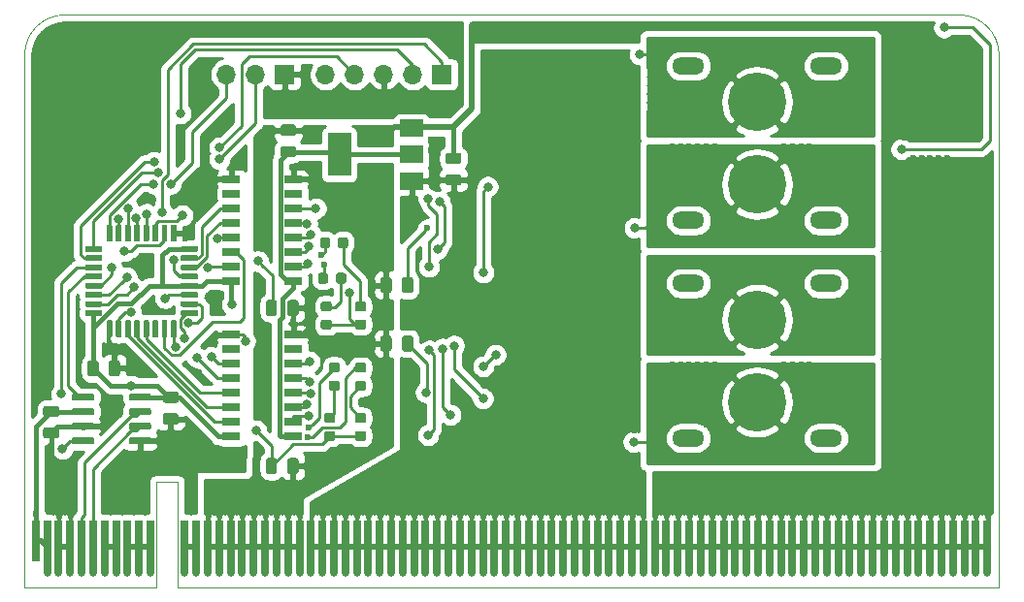
<source format=gbr>
G04 #@! TF.GenerationSoftware,KiCad,Pcbnew,(5.1.5)-3*
G04 #@! TF.CreationDate,2019-12-28T00:48:41+09:00*
G04 #@! TF.ProjectId,H-Bridge-MD,482d4272-6964-4676-952d-4d442e6b6963,rev?*
G04 #@! TF.SameCoordinates,Original*
G04 #@! TF.FileFunction,Copper,L2,Bot*
G04 #@! TF.FilePolarity,Positive*
%FSLAX46Y46*%
G04 Gerber Fmt 4.6, Leading zero omitted, Abs format (unit mm)*
G04 Created by KiCad (PCBNEW (5.1.5)-3) date 2019-12-28 00:48:41*
%MOMM*%
%LPD*%
G04 APERTURE LIST*
%ADD10C,0.050000*%
%ADD11R,2.000000X3.800000*%
%ADD12R,2.000000X1.500000*%
%ADD13C,0.100000*%
%ADD14O,1.700000X1.700000*%
%ADD15R,1.700000X1.700000*%
%ADD16O,0.650000X0.650000*%
%ADD17R,0.650000X4.600000*%
%ADD18R,0.650000X3.600000*%
%ADD19C,5.100000*%
%ADD20O,2.800000X1.500000*%
%ADD21R,1.500000X0.650000*%
%ADD22C,0.600000*%
%ADD23C,0.800000*%
%ADD24C,0.250000*%
%ADD25C,0.400000*%
%ADD26C,0.500000*%
%ADD27C,0.254000*%
%ADD28C,0.300000*%
%ADD29C,0.350000*%
%ADD30O,2.200000X1.000000*%
G04 APERTURE END LIST*
D10*
X50000000Y-90000000D02*
X61468000Y-90000000D01*
X63373000Y-90000000D02*
X135000000Y-90000000D01*
X63373000Y-80772000D02*
X61468000Y-80772000D01*
X50000000Y-43500000D02*
G75*
G02X53500000Y-40000000I3500000J0D01*
G01*
X131500000Y-40000000D02*
G75*
G02X135000000Y-43500000I0J-3500000D01*
G01*
X63373000Y-80772000D02*
X63373000Y-90000000D01*
X61468000Y-90000000D02*
X61468000Y-80772000D01*
X131500000Y-40000000D02*
X53500000Y-40000000D01*
X50000000Y-43500000D02*
X50000000Y-90000000D01*
X135000000Y-43500000D02*
X135000000Y-90000000D01*
D11*
X77450000Y-52200000D03*
D12*
X83750000Y-52200000D03*
X83750000Y-54500000D03*
X83750000Y-49900000D03*
G04 #@! TA.AperFunction,SMDPad,CuDef*
D13*
G36*
X73480142Y-51451174D02*
G01*
X73503803Y-51454684D01*
X73527007Y-51460496D01*
X73549529Y-51468554D01*
X73571153Y-51478782D01*
X73591670Y-51491079D01*
X73610883Y-51505329D01*
X73628607Y-51521393D01*
X73644671Y-51539117D01*
X73658921Y-51558330D01*
X73671218Y-51578847D01*
X73681446Y-51600471D01*
X73689504Y-51622993D01*
X73695316Y-51646197D01*
X73698826Y-51669858D01*
X73700000Y-51693750D01*
X73700000Y-52181250D01*
X73698826Y-52205142D01*
X73695316Y-52228803D01*
X73689504Y-52252007D01*
X73681446Y-52274529D01*
X73671218Y-52296153D01*
X73658921Y-52316670D01*
X73644671Y-52335883D01*
X73628607Y-52353607D01*
X73610883Y-52369671D01*
X73591670Y-52383921D01*
X73571153Y-52396218D01*
X73549529Y-52406446D01*
X73527007Y-52414504D01*
X73503803Y-52420316D01*
X73480142Y-52423826D01*
X73456250Y-52425000D01*
X72543750Y-52425000D01*
X72519858Y-52423826D01*
X72496197Y-52420316D01*
X72472993Y-52414504D01*
X72450471Y-52406446D01*
X72428847Y-52396218D01*
X72408330Y-52383921D01*
X72389117Y-52369671D01*
X72371393Y-52353607D01*
X72355329Y-52335883D01*
X72341079Y-52316670D01*
X72328782Y-52296153D01*
X72318554Y-52274529D01*
X72310496Y-52252007D01*
X72304684Y-52228803D01*
X72301174Y-52205142D01*
X72300000Y-52181250D01*
X72300000Y-51693750D01*
X72301174Y-51669858D01*
X72304684Y-51646197D01*
X72310496Y-51622993D01*
X72318554Y-51600471D01*
X72328782Y-51578847D01*
X72341079Y-51558330D01*
X72355329Y-51539117D01*
X72371393Y-51521393D01*
X72389117Y-51505329D01*
X72408330Y-51491079D01*
X72428847Y-51478782D01*
X72450471Y-51468554D01*
X72472993Y-51460496D01*
X72496197Y-51454684D01*
X72519858Y-51451174D01*
X72543750Y-51450000D01*
X73456250Y-51450000D01*
X73480142Y-51451174D01*
G37*
G04 #@! TD.AperFunction*
G04 #@! TA.AperFunction,SMDPad,CuDef*
G36*
X73480142Y-49576174D02*
G01*
X73503803Y-49579684D01*
X73527007Y-49585496D01*
X73549529Y-49593554D01*
X73571153Y-49603782D01*
X73591670Y-49616079D01*
X73610883Y-49630329D01*
X73628607Y-49646393D01*
X73644671Y-49664117D01*
X73658921Y-49683330D01*
X73671218Y-49703847D01*
X73681446Y-49725471D01*
X73689504Y-49747993D01*
X73695316Y-49771197D01*
X73698826Y-49794858D01*
X73700000Y-49818750D01*
X73700000Y-50306250D01*
X73698826Y-50330142D01*
X73695316Y-50353803D01*
X73689504Y-50377007D01*
X73681446Y-50399529D01*
X73671218Y-50421153D01*
X73658921Y-50441670D01*
X73644671Y-50460883D01*
X73628607Y-50478607D01*
X73610883Y-50494671D01*
X73591670Y-50508921D01*
X73571153Y-50521218D01*
X73549529Y-50531446D01*
X73527007Y-50539504D01*
X73503803Y-50545316D01*
X73480142Y-50548826D01*
X73456250Y-50550000D01*
X72543750Y-50550000D01*
X72519858Y-50548826D01*
X72496197Y-50545316D01*
X72472993Y-50539504D01*
X72450471Y-50531446D01*
X72428847Y-50521218D01*
X72408330Y-50508921D01*
X72389117Y-50494671D01*
X72371393Y-50478607D01*
X72355329Y-50460883D01*
X72341079Y-50441670D01*
X72328782Y-50421153D01*
X72318554Y-50399529D01*
X72310496Y-50377007D01*
X72304684Y-50353803D01*
X72301174Y-50330142D01*
X72300000Y-50306250D01*
X72300000Y-49818750D01*
X72301174Y-49794858D01*
X72304684Y-49771197D01*
X72310496Y-49747993D01*
X72318554Y-49725471D01*
X72328782Y-49703847D01*
X72341079Y-49683330D01*
X72355329Y-49664117D01*
X72371393Y-49646393D01*
X72389117Y-49630329D01*
X72408330Y-49616079D01*
X72428847Y-49603782D01*
X72450471Y-49593554D01*
X72472993Y-49585496D01*
X72496197Y-49579684D01*
X72519858Y-49576174D01*
X72543750Y-49575000D01*
X73456250Y-49575000D01*
X73480142Y-49576174D01*
G37*
G04 #@! TD.AperFunction*
G04 #@! TA.AperFunction,SMDPad,CuDef*
G36*
X87880142Y-52038674D02*
G01*
X87903803Y-52042184D01*
X87927007Y-52047996D01*
X87949529Y-52056054D01*
X87971153Y-52066282D01*
X87991670Y-52078579D01*
X88010883Y-52092829D01*
X88028607Y-52108893D01*
X88044671Y-52126617D01*
X88058921Y-52145830D01*
X88071218Y-52166347D01*
X88081446Y-52187971D01*
X88089504Y-52210493D01*
X88095316Y-52233697D01*
X88098826Y-52257358D01*
X88100000Y-52281250D01*
X88100000Y-52768750D01*
X88098826Y-52792642D01*
X88095316Y-52816303D01*
X88089504Y-52839507D01*
X88081446Y-52862029D01*
X88071218Y-52883653D01*
X88058921Y-52904170D01*
X88044671Y-52923383D01*
X88028607Y-52941107D01*
X88010883Y-52957171D01*
X87991670Y-52971421D01*
X87971153Y-52983718D01*
X87949529Y-52993946D01*
X87927007Y-53002004D01*
X87903803Y-53007816D01*
X87880142Y-53011326D01*
X87856250Y-53012500D01*
X86943750Y-53012500D01*
X86919858Y-53011326D01*
X86896197Y-53007816D01*
X86872993Y-53002004D01*
X86850471Y-52993946D01*
X86828847Y-52983718D01*
X86808330Y-52971421D01*
X86789117Y-52957171D01*
X86771393Y-52941107D01*
X86755329Y-52923383D01*
X86741079Y-52904170D01*
X86728782Y-52883653D01*
X86718554Y-52862029D01*
X86710496Y-52839507D01*
X86704684Y-52816303D01*
X86701174Y-52792642D01*
X86700000Y-52768750D01*
X86700000Y-52281250D01*
X86701174Y-52257358D01*
X86704684Y-52233697D01*
X86710496Y-52210493D01*
X86718554Y-52187971D01*
X86728782Y-52166347D01*
X86741079Y-52145830D01*
X86755329Y-52126617D01*
X86771393Y-52108893D01*
X86789117Y-52092829D01*
X86808330Y-52078579D01*
X86828847Y-52066282D01*
X86850471Y-52056054D01*
X86872993Y-52047996D01*
X86896197Y-52042184D01*
X86919858Y-52038674D01*
X86943750Y-52037500D01*
X87856250Y-52037500D01*
X87880142Y-52038674D01*
G37*
G04 #@! TD.AperFunction*
G04 #@! TA.AperFunction,SMDPad,CuDef*
G36*
X87880142Y-53913674D02*
G01*
X87903803Y-53917184D01*
X87927007Y-53922996D01*
X87949529Y-53931054D01*
X87971153Y-53941282D01*
X87991670Y-53953579D01*
X88010883Y-53967829D01*
X88028607Y-53983893D01*
X88044671Y-54001617D01*
X88058921Y-54020830D01*
X88071218Y-54041347D01*
X88081446Y-54062971D01*
X88089504Y-54085493D01*
X88095316Y-54108697D01*
X88098826Y-54132358D01*
X88100000Y-54156250D01*
X88100000Y-54643750D01*
X88098826Y-54667642D01*
X88095316Y-54691303D01*
X88089504Y-54714507D01*
X88081446Y-54737029D01*
X88071218Y-54758653D01*
X88058921Y-54779170D01*
X88044671Y-54798383D01*
X88028607Y-54816107D01*
X88010883Y-54832171D01*
X87991670Y-54846421D01*
X87971153Y-54858718D01*
X87949529Y-54868946D01*
X87927007Y-54877004D01*
X87903803Y-54882816D01*
X87880142Y-54886326D01*
X87856250Y-54887500D01*
X86943750Y-54887500D01*
X86919858Y-54886326D01*
X86896197Y-54882816D01*
X86872993Y-54877004D01*
X86850471Y-54868946D01*
X86828847Y-54858718D01*
X86808330Y-54846421D01*
X86789117Y-54832171D01*
X86771393Y-54816107D01*
X86755329Y-54798383D01*
X86741079Y-54779170D01*
X86728782Y-54758653D01*
X86718554Y-54737029D01*
X86710496Y-54714507D01*
X86704684Y-54691303D01*
X86701174Y-54667642D01*
X86700000Y-54643750D01*
X86700000Y-54156250D01*
X86701174Y-54132358D01*
X86704684Y-54108697D01*
X86710496Y-54085493D01*
X86718554Y-54062971D01*
X86728782Y-54041347D01*
X86741079Y-54020830D01*
X86755329Y-54001617D01*
X86771393Y-53983893D01*
X86789117Y-53967829D01*
X86808330Y-53953579D01*
X86828847Y-53941282D01*
X86850471Y-53931054D01*
X86872993Y-53922996D01*
X86896197Y-53917184D01*
X86919858Y-53913674D01*
X86943750Y-53912500D01*
X87856250Y-53912500D01*
X87880142Y-53913674D01*
G37*
G04 #@! TD.AperFunction*
D14*
X76250800Y-45200000D03*
X78790800Y-45200000D03*
X81330800Y-45200000D03*
X83870800Y-45200000D03*
D15*
X86410800Y-45200000D03*
D14*
X67589400Y-45200000D03*
X70129400Y-45200000D03*
D15*
X72669400Y-45200000D03*
D16*
X127970000Y-88750000D03*
X123970000Y-88750000D03*
X124970000Y-88750000D03*
X129970000Y-88750000D03*
X121970000Y-88750000D03*
D17*
X120970000Y-86450000D03*
X130970000Y-86450000D03*
X125970000Y-86450000D03*
X126970000Y-86450000D03*
D16*
X125970000Y-88750000D03*
X126970000Y-88750000D03*
D17*
X129970000Y-86450000D03*
D16*
X128970000Y-88750000D03*
D17*
X128970000Y-86450000D03*
X133970000Y-86450000D03*
X131970000Y-86450000D03*
D16*
X130970000Y-88750000D03*
D17*
X122970000Y-86450000D03*
D16*
X122970000Y-88750000D03*
X120970000Y-88750000D03*
D17*
X127970000Y-86450000D03*
D16*
X133970000Y-88750000D03*
X132970000Y-88750000D03*
D17*
X132970000Y-86450000D03*
D16*
X131970000Y-88750000D03*
D17*
X124970000Y-86450000D03*
X100970000Y-86450000D03*
X103970000Y-86450000D03*
X101970000Y-86450000D03*
X102970000Y-86450000D03*
X104970000Y-86450000D03*
X110970000Y-86450000D03*
D16*
X107970000Y-88750000D03*
X100970000Y-88750000D03*
D17*
X111970000Y-86450000D03*
D16*
X104970000Y-88750000D03*
X108970000Y-88750000D03*
X101970000Y-88750000D03*
X102970000Y-88750000D03*
X111970000Y-88750000D03*
X105970000Y-88750000D03*
X110970000Y-88750000D03*
X103970000Y-88750000D03*
D17*
X105970000Y-86450000D03*
X106970000Y-86450000D03*
D16*
X115970000Y-88750000D03*
D17*
X107970000Y-86450000D03*
X108970000Y-86450000D03*
D16*
X114970000Y-88750000D03*
X109970000Y-88750000D03*
X106970000Y-88750000D03*
D17*
X109970000Y-86450000D03*
X112970000Y-86450000D03*
D16*
X112970000Y-88750000D03*
X113970000Y-88750000D03*
D17*
X117970000Y-86450000D03*
D16*
X116970000Y-88750000D03*
X117970000Y-88750000D03*
X119970000Y-88750000D03*
D17*
X119970000Y-86450000D03*
X115970000Y-86450000D03*
D16*
X118970000Y-88750000D03*
D17*
X118970000Y-86450000D03*
X116970000Y-86450000D03*
X121970000Y-86450000D03*
X123970000Y-86450000D03*
X114970000Y-86450000D03*
X113970000Y-86450000D03*
D18*
X50970000Y-85950000D03*
D17*
X51970000Y-86450000D03*
X52970000Y-86450000D03*
X53970000Y-86450000D03*
X54970000Y-86450000D03*
X55970000Y-86450000D03*
X56970000Y-86450000D03*
X57970000Y-86450000D03*
X58970000Y-86450000D03*
X59970000Y-86450000D03*
X60970000Y-86450000D03*
X65970000Y-86450000D03*
X66970000Y-86450000D03*
X67970000Y-86450000D03*
X68970000Y-86450000D03*
X69970000Y-86450000D03*
X63970000Y-86450000D03*
X64970000Y-86450000D03*
D16*
X53970000Y-88750000D03*
X54970000Y-88750000D03*
X55970000Y-88750000D03*
X56970000Y-88750000D03*
X57970000Y-88750000D03*
X58970000Y-88750000D03*
X59970000Y-88750000D03*
X65970000Y-88750000D03*
X66970000Y-88750000D03*
X52970000Y-88750000D03*
X64970000Y-88750000D03*
X67970000Y-88750000D03*
X60970000Y-88750000D03*
X63970000Y-88750000D03*
X68970000Y-88750000D03*
X69970000Y-88750000D03*
X51970000Y-88750000D03*
D17*
X72970000Y-86450000D03*
X71970000Y-86450000D03*
X73970000Y-86450000D03*
X74970000Y-86450000D03*
X70970000Y-86450000D03*
D16*
X71970000Y-88750000D03*
X73970000Y-88750000D03*
X69970000Y-88750000D03*
X74970000Y-88750000D03*
X75970000Y-88750000D03*
X72970000Y-88750000D03*
X70970000Y-88750000D03*
X79970000Y-88750000D03*
X78970000Y-88750000D03*
D17*
X75970000Y-86450000D03*
X78970000Y-86450000D03*
X76970000Y-86450000D03*
X77970000Y-86450000D03*
D16*
X77970000Y-88750000D03*
X76970000Y-88750000D03*
D17*
X81970000Y-86450000D03*
X83970000Y-86450000D03*
X79970000Y-86450000D03*
X82970000Y-86450000D03*
D16*
X82970000Y-88750000D03*
X80970000Y-88750000D03*
X83970000Y-88750000D03*
X81970000Y-88750000D03*
D17*
X80970000Y-86450000D03*
X85970000Y-86450000D03*
X87970000Y-86450000D03*
X86970000Y-86450000D03*
D16*
X86970000Y-88750000D03*
X84970000Y-88750000D03*
X87970000Y-88750000D03*
X85970000Y-88750000D03*
D17*
X84970000Y-86450000D03*
X89970000Y-86450000D03*
X90970000Y-86450000D03*
D16*
X90970000Y-88750000D03*
X88970000Y-88750000D03*
X91970000Y-88750000D03*
X89970000Y-88750000D03*
D17*
X88970000Y-86450000D03*
X93970000Y-86450000D03*
X95970000Y-86450000D03*
X91970000Y-86450000D03*
X94970000Y-86450000D03*
D16*
X94970000Y-88750000D03*
X92970000Y-88750000D03*
X95970000Y-88750000D03*
X93970000Y-88750000D03*
D17*
X92970000Y-86450000D03*
X97970000Y-86450000D03*
X99970000Y-86450000D03*
X98970000Y-86450000D03*
D16*
X98970000Y-88750000D03*
X96970000Y-88750000D03*
X99970000Y-88750000D03*
X97970000Y-88750000D03*
D17*
X96970000Y-86450000D03*
D19*
X113900000Y-47600000D03*
X113900000Y-54800000D03*
D20*
X107900000Y-44450000D03*
X107900000Y-57950000D03*
X119900000Y-44450000D03*
X119900000Y-57950000D03*
D19*
X113900000Y-66600000D03*
X113900000Y-73800000D03*
D20*
X107900000Y-63450000D03*
X107900000Y-76950000D03*
X119900000Y-63450000D03*
X119900000Y-76950000D03*
G04 #@! TA.AperFunction,SMDPad,CuDef*
D13*
G36*
X79577691Y-76338553D02*
G01*
X79598926Y-76341703D01*
X79619750Y-76346919D01*
X79639962Y-76354151D01*
X79659368Y-76363330D01*
X79677781Y-76374366D01*
X79695024Y-76387154D01*
X79710930Y-76401570D01*
X79725346Y-76417476D01*
X79738134Y-76434719D01*
X79749170Y-76453132D01*
X79758349Y-76472538D01*
X79765581Y-76492750D01*
X79770797Y-76513574D01*
X79773947Y-76534809D01*
X79775000Y-76556250D01*
X79775000Y-76993750D01*
X79773947Y-77015191D01*
X79770797Y-77036426D01*
X79765581Y-77057250D01*
X79758349Y-77077462D01*
X79749170Y-77096868D01*
X79738134Y-77115281D01*
X79725346Y-77132524D01*
X79710930Y-77148430D01*
X79695024Y-77162846D01*
X79677781Y-77175634D01*
X79659368Y-77186670D01*
X79639962Y-77195849D01*
X79619750Y-77203081D01*
X79598926Y-77208297D01*
X79577691Y-77211447D01*
X79556250Y-77212500D01*
X79043750Y-77212500D01*
X79022309Y-77211447D01*
X79001074Y-77208297D01*
X78980250Y-77203081D01*
X78960038Y-77195849D01*
X78940632Y-77186670D01*
X78922219Y-77175634D01*
X78904976Y-77162846D01*
X78889070Y-77148430D01*
X78874654Y-77132524D01*
X78861866Y-77115281D01*
X78850830Y-77096868D01*
X78841651Y-77077462D01*
X78834419Y-77057250D01*
X78829203Y-77036426D01*
X78826053Y-77015191D01*
X78825000Y-76993750D01*
X78825000Y-76556250D01*
X78826053Y-76534809D01*
X78829203Y-76513574D01*
X78834419Y-76492750D01*
X78841651Y-76472538D01*
X78850830Y-76453132D01*
X78861866Y-76434719D01*
X78874654Y-76417476D01*
X78889070Y-76401570D01*
X78904976Y-76387154D01*
X78922219Y-76374366D01*
X78940632Y-76363330D01*
X78960038Y-76354151D01*
X78980250Y-76346919D01*
X79001074Y-76341703D01*
X79022309Y-76338553D01*
X79043750Y-76337500D01*
X79556250Y-76337500D01*
X79577691Y-76338553D01*
G37*
G04 #@! TD.AperFunction*
G04 #@! TA.AperFunction,SMDPad,CuDef*
G36*
X79577691Y-74763553D02*
G01*
X79598926Y-74766703D01*
X79619750Y-74771919D01*
X79639962Y-74779151D01*
X79659368Y-74788330D01*
X79677781Y-74799366D01*
X79695024Y-74812154D01*
X79710930Y-74826570D01*
X79725346Y-74842476D01*
X79738134Y-74859719D01*
X79749170Y-74878132D01*
X79758349Y-74897538D01*
X79765581Y-74917750D01*
X79770797Y-74938574D01*
X79773947Y-74959809D01*
X79775000Y-74981250D01*
X79775000Y-75418750D01*
X79773947Y-75440191D01*
X79770797Y-75461426D01*
X79765581Y-75482250D01*
X79758349Y-75502462D01*
X79749170Y-75521868D01*
X79738134Y-75540281D01*
X79725346Y-75557524D01*
X79710930Y-75573430D01*
X79695024Y-75587846D01*
X79677781Y-75600634D01*
X79659368Y-75611670D01*
X79639962Y-75620849D01*
X79619750Y-75628081D01*
X79598926Y-75633297D01*
X79577691Y-75636447D01*
X79556250Y-75637500D01*
X79043750Y-75637500D01*
X79022309Y-75636447D01*
X79001074Y-75633297D01*
X78980250Y-75628081D01*
X78960038Y-75620849D01*
X78940632Y-75611670D01*
X78922219Y-75600634D01*
X78904976Y-75587846D01*
X78889070Y-75573430D01*
X78874654Y-75557524D01*
X78861866Y-75540281D01*
X78850830Y-75521868D01*
X78841651Y-75502462D01*
X78834419Y-75482250D01*
X78829203Y-75461426D01*
X78826053Y-75440191D01*
X78825000Y-75418750D01*
X78825000Y-74981250D01*
X78826053Y-74959809D01*
X78829203Y-74938574D01*
X78834419Y-74917750D01*
X78841651Y-74897538D01*
X78850830Y-74878132D01*
X78861866Y-74859719D01*
X78874654Y-74842476D01*
X78889070Y-74826570D01*
X78904976Y-74812154D01*
X78922219Y-74799366D01*
X78940632Y-74788330D01*
X78960038Y-74779151D01*
X78980250Y-74771919D01*
X79001074Y-74766703D01*
X79022309Y-74763553D01*
X79043750Y-74762500D01*
X79556250Y-74762500D01*
X79577691Y-74763553D01*
G37*
G04 #@! TD.AperFunction*
G04 #@! TA.AperFunction,SMDPad,CuDef*
G36*
X76877691Y-76338553D02*
G01*
X76898926Y-76341703D01*
X76919750Y-76346919D01*
X76939962Y-76354151D01*
X76959368Y-76363330D01*
X76977781Y-76374366D01*
X76995024Y-76387154D01*
X77010930Y-76401570D01*
X77025346Y-76417476D01*
X77038134Y-76434719D01*
X77049170Y-76453132D01*
X77058349Y-76472538D01*
X77065581Y-76492750D01*
X77070797Y-76513574D01*
X77073947Y-76534809D01*
X77075000Y-76556250D01*
X77075000Y-76993750D01*
X77073947Y-77015191D01*
X77070797Y-77036426D01*
X77065581Y-77057250D01*
X77058349Y-77077462D01*
X77049170Y-77096868D01*
X77038134Y-77115281D01*
X77025346Y-77132524D01*
X77010930Y-77148430D01*
X76995024Y-77162846D01*
X76977781Y-77175634D01*
X76959368Y-77186670D01*
X76939962Y-77195849D01*
X76919750Y-77203081D01*
X76898926Y-77208297D01*
X76877691Y-77211447D01*
X76856250Y-77212500D01*
X76343750Y-77212500D01*
X76322309Y-77211447D01*
X76301074Y-77208297D01*
X76280250Y-77203081D01*
X76260038Y-77195849D01*
X76240632Y-77186670D01*
X76222219Y-77175634D01*
X76204976Y-77162846D01*
X76189070Y-77148430D01*
X76174654Y-77132524D01*
X76161866Y-77115281D01*
X76150830Y-77096868D01*
X76141651Y-77077462D01*
X76134419Y-77057250D01*
X76129203Y-77036426D01*
X76126053Y-77015191D01*
X76125000Y-76993750D01*
X76125000Y-76556250D01*
X76126053Y-76534809D01*
X76129203Y-76513574D01*
X76134419Y-76492750D01*
X76141651Y-76472538D01*
X76150830Y-76453132D01*
X76161866Y-76434719D01*
X76174654Y-76417476D01*
X76189070Y-76401570D01*
X76204976Y-76387154D01*
X76222219Y-76374366D01*
X76240632Y-76363330D01*
X76260038Y-76354151D01*
X76280250Y-76346919D01*
X76301074Y-76341703D01*
X76322309Y-76338553D01*
X76343750Y-76337500D01*
X76856250Y-76337500D01*
X76877691Y-76338553D01*
G37*
G04 #@! TD.AperFunction*
G04 #@! TA.AperFunction,SMDPad,CuDef*
G36*
X76877691Y-74763553D02*
G01*
X76898926Y-74766703D01*
X76919750Y-74771919D01*
X76939962Y-74779151D01*
X76959368Y-74788330D01*
X76977781Y-74799366D01*
X76995024Y-74812154D01*
X77010930Y-74826570D01*
X77025346Y-74842476D01*
X77038134Y-74859719D01*
X77049170Y-74878132D01*
X77058349Y-74897538D01*
X77065581Y-74917750D01*
X77070797Y-74938574D01*
X77073947Y-74959809D01*
X77075000Y-74981250D01*
X77075000Y-75418750D01*
X77073947Y-75440191D01*
X77070797Y-75461426D01*
X77065581Y-75482250D01*
X77058349Y-75502462D01*
X77049170Y-75521868D01*
X77038134Y-75540281D01*
X77025346Y-75557524D01*
X77010930Y-75573430D01*
X76995024Y-75587846D01*
X76977781Y-75600634D01*
X76959368Y-75611670D01*
X76939962Y-75620849D01*
X76919750Y-75628081D01*
X76898926Y-75633297D01*
X76877691Y-75636447D01*
X76856250Y-75637500D01*
X76343750Y-75637500D01*
X76322309Y-75636447D01*
X76301074Y-75633297D01*
X76280250Y-75628081D01*
X76260038Y-75620849D01*
X76240632Y-75611670D01*
X76222219Y-75600634D01*
X76204976Y-75587846D01*
X76189070Y-75573430D01*
X76174654Y-75557524D01*
X76161866Y-75540281D01*
X76150830Y-75521868D01*
X76141651Y-75502462D01*
X76134419Y-75482250D01*
X76129203Y-75461426D01*
X76126053Y-75440191D01*
X76125000Y-75418750D01*
X76125000Y-74981250D01*
X76126053Y-74959809D01*
X76129203Y-74938574D01*
X76134419Y-74917750D01*
X76141651Y-74897538D01*
X76150830Y-74878132D01*
X76161866Y-74859719D01*
X76174654Y-74842476D01*
X76189070Y-74826570D01*
X76204976Y-74812154D01*
X76222219Y-74799366D01*
X76240632Y-74788330D01*
X76260038Y-74779151D01*
X76280250Y-74771919D01*
X76301074Y-74766703D01*
X76322309Y-74763553D01*
X76343750Y-74762500D01*
X76856250Y-74762500D01*
X76877691Y-74763553D01*
G37*
G04 #@! TD.AperFunction*
G04 #@! TA.AperFunction,SMDPad,CuDef*
G36*
X76577691Y-66601053D02*
G01*
X76598926Y-66604203D01*
X76619750Y-66609419D01*
X76639962Y-66616651D01*
X76659368Y-66625830D01*
X76677781Y-66636866D01*
X76695024Y-66649654D01*
X76710930Y-66664070D01*
X76725346Y-66679976D01*
X76738134Y-66697219D01*
X76749170Y-66715632D01*
X76758349Y-66735038D01*
X76765581Y-66755250D01*
X76770797Y-66776074D01*
X76773947Y-66797309D01*
X76775000Y-66818750D01*
X76775000Y-67256250D01*
X76773947Y-67277691D01*
X76770797Y-67298926D01*
X76765581Y-67319750D01*
X76758349Y-67339962D01*
X76749170Y-67359368D01*
X76738134Y-67377781D01*
X76725346Y-67395024D01*
X76710930Y-67410930D01*
X76695024Y-67425346D01*
X76677781Y-67438134D01*
X76659368Y-67449170D01*
X76639962Y-67458349D01*
X76619750Y-67465581D01*
X76598926Y-67470797D01*
X76577691Y-67473947D01*
X76556250Y-67475000D01*
X76043750Y-67475000D01*
X76022309Y-67473947D01*
X76001074Y-67470797D01*
X75980250Y-67465581D01*
X75960038Y-67458349D01*
X75940632Y-67449170D01*
X75922219Y-67438134D01*
X75904976Y-67425346D01*
X75889070Y-67410930D01*
X75874654Y-67395024D01*
X75861866Y-67377781D01*
X75850830Y-67359368D01*
X75841651Y-67339962D01*
X75834419Y-67319750D01*
X75829203Y-67298926D01*
X75826053Y-67277691D01*
X75825000Y-67256250D01*
X75825000Y-66818750D01*
X75826053Y-66797309D01*
X75829203Y-66776074D01*
X75834419Y-66755250D01*
X75841651Y-66735038D01*
X75850830Y-66715632D01*
X75861866Y-66697219D01*
X75874654Y-66679976D01*
X75889070Y-66664070D01*
X75904976Y-66649654D01*
X75922219Y-66636866D01*
X75940632Y-66625830D01*
X75960038Y-66616651D01*
X75980250Y-66609419D01*
X76001074Y-66604203D01*
X76022309Y-66601053D01*
X76043750Y-66600000D01*
X76556250Y-66600000D01*
X76577691Y-66601053D01*
G37*
G04 #@! TD.AperFunction*
G04 #@! TA.AperFunction,SMDPad,CuDef*
G36*
X76577691Y-65026053D02*
G01*
X76598926Y-65029203D01*
X76619750Y-65034419D01*
X76639962Y-65041651D01*
X76659368Y-65050830D01*
X76677781Y-65061866D01*
X76695024Y-65074654D01*
X76710930Y-65089070D01*
X76725346Y-65104976D01*
X76738134Y-65122219D01*
X76749170Y-65140632D01*
X76758349Y-65160038D01*
X76765581Y-65180250D01*
X76770797Y-65201074D01*
X76773947Y-65222309D01*
X76775000Y-65243750D01*
X76775000Y-65681250D01*
X76773947Y-65702691D01*
X76770797Y-65723926D01*
X76765581Y-65744750D01*
X76758349Y-65764962D01*
X76749170Y-65784368D01*
X76738134Y-65802781D01*
X76725346Y-65820024D01*
X76710930Y-65835930D01*
X76695024Y-65850346D01*
X76677781Y-65863134D01*
X76659368Y-65874170D01*
X76639962Y-65883349D01*
X76619750Y-65890581D01*
X76598926Y-65895797D01*
X76577691Y-65898947D01*
X76556250Y-65900000D01*
X76043750Y-65900000D01*
X76022309Y-65898947D01*
X76001074Y-65895797D01*
X75980250Y-65890581D01*
X75960038Y-65883349D01*
X75940632Y-65874170D01*
X75922219Y-65863134D01*
X75904976Y-65850346D01*
X75889070Y-65835930D01*
X75874654Y-65820024D01*
X75861866Y-65802781D01*
X75850830Y-65784368D01*
X75841651Y-65764962D01*
X75834419Y-65744750D01*
X75829203Y-65723926D01*
X75826053Y-65702691D01*
X75825000Y-65681250D01*
X75825000Y-65243750D01*
X75826053Y-65222309D01*
X75829203Y-65201074D01*
X75834419Y-65180250D01*
X75841651Y-65160038D01*
X75850830Y-65140632D01*
X75861866Y-65122219D01*
X75874654Y-65104976D01*
X75889070Y-65089070D01*
X75904976Y-65074654D01*
X75922219Y-65061866D01*
X75940632Y-65050830D01*
X75960038Y-65041651D01*
X75980250Y-65034419D01*
X76001074Y-65029203D01*
X76022309Y-65026053D01*
X76043750Y-65025000D01*
X76556250Y-65025000D01*
X76577691Y-65026053D01*
G37*
G04 #@! TD.AperFunction*
G04 #@! TA.AperFunction,SMDPad,CuDef*
G36*
X79577691Y-66601053D02*
G01*
X79598926Y-66604203D01*
X79619750Y-66609419D01*
X79639962Y-66616651D01*
X79659368Y-66625830D01*
X79677781Y-66636866D01*
X79695024Y-66649654D01*
X79710930Y-66664070D01*
X79725346Y-66679976D01*
X79738134Y-66697219D01*
X79749170Y-66715632D01*
X79758349Y-66735038D01*
X79765581Y-66755250D01*
X79770797Y-66776074D01*
X79773947Y-66797309D01*
X79775000Y-66818750D01*
X79775000Y-67256250D01*
X79773947Y-67277691D01*
X79770797Y-67298926D01*
X79765581Y-67319750D01*
X79758349Y-67339962D01*
X79749170Y-67359368D01*
X79738134Y-67377781D01*
X79725346Y-67395024D01*
X79710930Y-67410930D01*
X79695024Y-67425346D01*
X79677781Y-67438134D01*
X79659368Y-67449170D01*
X79639962Y-67458349D01*
X79619750Y-67465581D01*
X79598926Y-67470797D01*
X79577691Y-67473947D01*
X79556250Y-67475000D01*
X79043750Y-67475000D01*
X79022309Y-67473947D01*
X79001074Y-67470797D01*
X78980250Y-67465581D01*
X78960038Y-67458349D01*
X78940632Y-67449170D01*
X78922219Y-67438134D01*
X78904976Y-67425346D01*
X78889070Y-67410930D01*
X78874654Y-67395024D01*
X78861866Y-67377781D01*
X78850830Y-67359368D01*
X78841651Y-67339962D01*
X78834419Y-67319750D01*
X78829203Y-67298926D01*
X78826053Y-67277691D01*
X78825000Y-67256250D01*
X78825000Y-66818750D01*
X78826053Y-66797309D01*
X78829203Y-66776074D01*
X78834419Y-66755250D01*
X78841651Y-66735038D01*
X78850830Y-66715632D01*
X78861866Y-66697219D01*
X78874654Y-66679976D01*
X78889070Y-66664070D01*
X78904976Y-66649654D01*
X78922219Y-66636866D01*
X78940632Y-66625830D01*
X78960038Y-66616651D01*
X78980250Y-66609419D01*
X79001074Y-66604203D01*
X79022309Y-66601053D01*
X79043750Y-66600000D01*
X79556250Y-66600000D01*
X79577691Y-66601053D01*
G37*
G04 #@! TD.AperFunction*
G04 #@! TA.AperFunction,SMDPad,CuDef*
G36*
X79577691Y-65026053D02*
G01*
X79598926Y-65029203D01*
X79619750Y-65034419D01*
X79639962Y-65041651D01*
X79659368Y-65050830D01*
X79677781Y-65061866D01*
X79695024Y-65074654D01*
X79710930Y-65089070D01*
X79725346Y-65104976D01*
X79738134Y-65122219D01*
X79749170Y-65140632D01*
X79758349Y-65160038D01*
X79765581Y-65180250D01*
X79770797Y-65201074D01*
X79773947Y-65222309D01*
X79775000Y-65243750D01*
X79775000Y-65681250D01*
X79773947Y-65702691D01*
X79770797Y-65723926D01*
X79765581Y-65744750D01*
X79758349Y-65764962D01*
X79749170Y-65784368D01*
X79738134Y-65802781D01*
X79725346Y-65820024D01*
X79710930Y-65835930D01*
X79695024Y-65850346D01*
X79677781Y-65863134D01*
X79659368Y-65874170D01*
X79639962Y-65883349D01*
X79619750Y-65890581D01*
X79598926Y-65895797D01*
X79577691Y-65898947D01*
X79556250Y-65900000D01*
X79043750Y-65900000D01*
X79022309Y-65898947D01*
X79001074Y-65895797D01*
X78980250Y-65890581D01*
X78960038Y-65883349D01*
X78940632Y-65874170D01*
X78922219Y-65863134D01*
X78904976Y-65850346D01*
X78889070Y-65835930D01*
X78874654Y-65820024D01*
X78861866Y-65802781D01*
X78850830Y-65784368D01*
X78841651Y-65764962D01*
X78834419Y-65744750D01*
X78829203Y-65723926D01*
X78826053Y-65702691D01*
X78825000Y-65681250D01*
X78825000Y-65243750D01*
X78826053Y-65222309D01*
X78829203Y-65201074D01*
X78834419Y-65180250D01*
X78841651Y-65160038D01*
X78850830Y-65140632D01*
X78861866Y-65122219D01*
X78874654Y-65104976D01*
X78889070Y-65089070D01*
X78904976Y-65074654D01*
X78922219Y-65061866D01*
X78940632Y-65050830D01*
X78960038Y-65041651D01*
X78980250Y-65034419D01*
X79001074Y-65029203D01*
X79022309Y-65026053D01*
X79043750Y-65025000D01*
X79556250Y-65025000D01*
X79577691Y-65026053D01*
G37*
G04 #@! TD.AperFunction*
G04 #@! TA.AperFunction,SMDPad,CuDef*
G36*
X77840191Y-62526053D02*
G01*
X77861426Y-62529203D01*
X77882250Y-62534419D01*
X77902462Y-62541651D01*
X77921868Y-62550830D01*
X77940281Y-62561866D01*
X77957524Y-62574654D01*
X77973430Y-62589070D01*
X77987846Y-62604976D01*
X78000634Y-62622219D01*
X78011670Y-62640632D01*
X78020849Y-62660038D01*
X78028081Y-62680250D01*
X78033297Y-62701074D01*
X78036447Y-62722309D01*
X78037500Y-62743750D01*
X78037500Y-63256250D01*
X78036447Y-63277691D01*
X78033297Y-63298926D01*
X78028081Y-63319750D01*
X78020849Y-63339962D01*
X78011670Y-63359368D01*
X78000634Y-63377781D01*
X77987846Y-63395024D01*
X77973430Y-63410930D01*
X77957524Y-63425346D01*
X77940281Y-63438134D01*
X77921868Y-63449170D01*
X77902462Y-63458349D01*
X77882250Y-63465581D01*
X77861426Y-63470797D01*
X77840191Y-63473947D01*
X77818750Y-63475000D01*
X77381250Y-63475000D01*
X77359809Y-63473947D01*
X77338574Y-63470797D01*
X77317750Y-63465581D01*
X77297538Y-63458349D01*
X77278132Y-63449170D01*
X77259719Y-63438134D01*
X77242476Y-63425346D01*
X77226570Y-63410930D01*
X77212154Y-63395024D01*
X77199366Y-63377781D01*
X77188330Y-63359368D01*
X77179151Y-63339962D01*
X77171919Y-63319750D01*
X77166703Y-63298926D01*
X77163553Y-63277691D01*
X77162500Y-63256250D01*
X77162500Y-62743750D01*
X77163553Y-62722309D01*
X77166703Y-62701074D01*
X77171919Y-62680250D01*
X77179151Y-62660038D01*
X77188330Y-62640632D01*
X77199366Y-62622219D01*
X77212154Y-62604976D01*
X77226570Y-62589070D01*
X77242476Y-62574654D01*
X77259719Y-62561866D01*
X77278132Y-62550830D01*
X77297538Y-62541651D01*
X77317750Y-62534419D01*
X77338574Y-62529203D01*
X77359809Y-62526053D01*
X77381250Y-62525000D01*
X77818750Y-62525000D01*
X77840191Y-62526053D01*
G37*
G04 #@! TD.AperFunction*
G04 #@! TA.AperFunction,SMDPad,CuDef*
G36*
X76265191Y-62526053D02*
G01*
X76286426Y-62529203D01*
X76307250Y-62534419D01*
X76327462Y-62541651D01*
X76346868Y-62550830D01*
X76365281Y-62561866D01*
X76382524Y-62574654D01*
X76398430Y-62589070D01*
X76412846Y-62604976D01*
X76425634Y-62622219D01*
X76436670Y-62640632D01*
X76445849Y-62660038D01*
X76453081Y-62680250D01*
X76458297Y-62701074D01*
X76461447Y-62722309D01*
X76462500Y-62743750D01*
X76462500Y-63256250D01*
X76461447Y-63277691D01*
X76458297Y-63298926D01*
X76453081Y-63319750D01*
X76445849Y-63339962D01*
X76436670Y-63359368D01*
X76425634Y-63377781D01*
X76412846Y-63395024D01*
X76398430Y-63410930D01*
X76382524Y-63425346D01*
X76365281Y-63438134D01*
X76346868Y-63449170D01*
X76327462Y-63458349D01*
X76307250Y-63465581D01*
X76286426Y-63470797D01*
X76265191Y-63473947D01*
X76243750Y-63475000D01*
X75806250Y-63475000D01*
X75784809Y-63473947D01*
X75763574Y-63470797D01*
X75742750Y-63465581D01*
X75722538Y-63458349D01*
X75703132Y-63449170D01*
X75684719Y-63438134D01*
X75667476Y-63425346D01*
X75651570Y-63410930D01*
X75637154Y-63395024D01*
X75624366Y-63377781D01*
X75613330Y-63359368D01*
X75604151Y-63339962D01*
X75596919Y-63319750D01*
X75591703Y-63298926D01*
X75588553Y-63277691D01*
X75587500Y-63256250D01*
X75587500Y-62743750D01*
X75588553Y-62722309D01*
X75591703Y-62701074D01*
X75596919Y-62680250D01*
X75604151Y-62660038D01*
X75613330Y-62640632D01*
X75624366Y-62622219D01*
X75637154Y-62604976D01*
X75651570Y-62589070D01*
X75667476Y-62574654D01*
X75684719Y-62561866D01*
X75703132Y-62550830D01*
X75722538Y-62541651D01*
X75742750Y-62534419D01*
X75763574Y-62529203D01*
X75784809Y-62526053D01*
X75806250Y-62525000D01*
X76243750Y-62525000D01*
X76265191Y-62526053D01*
G37*
G04 #@! TD.AperFunction*
G04 #@! TA.AperFunction,SMDPad,CuDef*
G36*
X78015191Y-59426053D02*
G01*
X78036426Y-59429203D01*
X78057250Y-59434419D01*
X78077462Y-59441651D01*
X78096868Y-59450830D01*
X78115281Y-59461866D01*
X78132524Y-59474654D01*
X78148430Y-59489070D01*
X78162846Y-59504976D01*
X78175634Y-59522219D01*
X78186670Y-59540632D01*
X78195849Y-59560038D01*
X78203081Y-59580250D01*
X78208297Y-59601074D01*
X78211447Y-59622309D01*
X78212500Y-59643750D01*
X78212500Y-60156250D01*
X78211447Y-60177691D01*
X78208297Y-60198926D01*
X78203081Y-60219750D01*
X78195849Y-60239962D01*
X78186670Y-60259368D01*
X78175634Y-60277781D01*
X78162846Y-60295024D01*
X78148430Y-60310930D01*
X78132524Y-60325346D01*
X78115281Y-60338134D01*
X78096868Y-60349170D01*
X78077462Y-60358349D01*
X78057250Y-60365581D01*
X78036426Y-60370797D01*
X78015191Y-60373947D01*
X77993750Y-60375000D01*
X77556250Y-60375000D01*
X77534809Y-60373947D01*
X77513574Y-60370797D01*
X77492750Y-60365581D01*
X77472538Y-60358349D01*
X77453132Y-60349170D01*
X77434719Y-60338134D01*
X77417476Y-60325346D01*
X77401570Y-60310930D01*
X77387154Y-60295024D01*
X77374366Y-60277781D01*
X77363330Y-60259368D01*
X77354151Y-60239962D01*
X77346919Y-60219750D01*
X77341703Y-60198926D01*
X77338553Y-60177691D01*
X77337500Y-60156250D01*
X77337500Y-59643750D01*
X77338553Y-59622309D01*
X77341703Y-59601074D01*
X77346919Y-59580250D01*
X77354151Y-59560038D01*
X77363330Y-59540632D01*
X77374366Y-59522219D01*
X77387154Y-59504976D01*
X77401570Y-59489070D01*
X77417476Y-59474654D01*
X77434719Y-59461866D01*
X77453132Y-59450830D01*
X77472538Y-59441651D01*
X77492750Y-59434419D01*
X77513574Y-59429203D01*
X77534809Y-59426053D01*
X77556250Y-59425000D01*
X77993750Y-59425000D01*
X78015191Y-59426053D01*
G37*
G04 #@! TD.AperFunction*
G04 #@! TA.AperFunction,SMDPad,CuDef*
G36*
X76440191Y-59426053D02*
G01*
X76461426Y-59429203D01*
X76482250Y-59434419D01*
X76502462Y-59441651D01*
X76521868Y-59450830D01*
X76540281Y-59461866D01*
X76557524Y-59474654D01*
X76573430Y-59489070D01*
X76587846Y-59504976D01*
X76600634Y-59522219D01*
X76611670Y-59540632D01*
X76620849Y-59560038D01*
X76628081Y-59580250D01*
X76633297Y-59601074D01*
X76636447Y-59622309D01*
X76637500Y-59643750D01*
X76637500Y-60156250D01*
X76636447Y-60177691D01*
X76633297Y-60198926D01*
X76628081Y-60219750D01*
X76620849Y-60239962D01*
X76611670Y-60259368D01*
X76600634Y-60277781D01*
X76587846Y-60295024D01*
X76573430Y-60310930D01*
X76557524Y-60325346D01*
X76540281Y-60338134D01*
X76521868Y-60349170D01*
X76502462Y-60358349D01*
X76482250Y-60365581D01*
X76461426Y-60370797D01*
X76440191Y-60373947D01*
X76418750Y-60375000D01*
X75981250Y-60375000D01*
X75959809Y-60373947D01*
X75938574Y-60370797D01*
X75917750Y-60365581D01*
X75897538Y-60358349D01*
X75878132Y-60349170D01*
X75859719Y-60338134D01*
X75842476Y-60325346D01*
X75826570Y-60310930D01*
X75812154Y-60295024D01*
X75799366Y-60277781D01*
X75788330Y-60259368D01*
X75779151Y-60239962D01*
X75771919Y-60219750D01*
X75766703Y-60198926D01*
X75763553Y-60177691D01*
X75762500Y-60156250D01*
X75762500Y-59643750D01*
X75763553Y-59622309D01*
X75766703Y-59601074D01*
X75771919Y-59580250D01*
X75779151Y-59560038D01*
X75788330Y-59540632D01*
X75799366Y-59522219D01*
X75812154Y-59504976D01*
X75826570Y-59489070D01*
X75842476Y-59474654D01*
X75859719Y-59461866D01*
X75878132Y-59450830D01*
X75897538Y-59441651D01*
X75917750Y-59434419D01*
X75938574Y-59429203D01*
X75959809Y-59426053D01*
X75981250Y-59425000D01*
X76418750Y-59425000D01*
X76440191Y-59426053D01*
G37*
G04 #@! TD.AperFunction*
G04 #@! TA.AperFunction,SMDPad,CuDef*
G36*
X79577691Y-70376053D02*
G01*
X79598926Y-70379203D01*
X79619750Y-70384419D01*
X79639962Y-70391651D01*
X79659368Y-70400830D01*
X79677781Y-70411866D01*
X79695024Y-70424654D01*
X79710930Y-70439070D01*
X79725346Y-70454976D01*
X79738134Y-70472219D01*
X79749170Y-70490632D01*
X79758349Y-70510038D01*
X79765581Y-70530250D01*
X79770797Y-70551074D01*
X79773947Y-70572309D01*
X79775000Y-70593750D01*
X79775000Y-71031250D01*
X79773947Y-71052691D01*
X79770797Y-71073926D01*
X79765581Y-71094750D01*
X79758349Y-71114962D01*
X79749170Y-71134368D01*
X79738134Y-71152781D01*
X79725346Y-71170024D01*
X79710930Y-71185930D01*
X79695024Y-71200346D01*
X79677781Y-71213134D01*
X79659368Y-71224170D01*
X79639962Y-71233349D01*
X79619750Y-71240581D01*
X79598926Y-71245797D01*
X79577691Y-71248947D01*
X79556250Y-71250000D01*
X79043750Y-71250000D01*
X79022309Y-71248947D01*
X79001074Y-71245797D01*
X78980250Y-71240581D01*
X78960038Y-71233349D01*
X78940632Y-71224170D01*
X78922219Y-71213134D01*
X78904976Y-71200346D01*
X78889070Y-71185930D01*
X78874654Y-71170024D01*
X78861866Y-71152781D01*
X78850830Y-71134368D01*
X78841651Y-71114962D01*
X78834419Y-71094750D01*
X78829203Y-71073926D01*
X78826053Y-71052691D01*
X78825000Y-71031250D01*
X78825000Y-70593750D01*
X78826053Y-70572309D01*
X78829203Y-70551074D01*
X78834419Y-70530250D01*
X78841651Y-70510038D01*
X78850830Y-70490632D01*
X78861866Y-70472219D01*
X78874654Y-70454976D01*
X78889070Y-70439070D01*
X78904976Y-70424654D01*
X78922219Y-70411866D01*
X78940632Y-70400830D01*
X78960038Y-70391651D01*
X78980250Y-70384419D01*
X79001074Y-70379203D01*
X79022309Y-70376053D01*
X79043750Y-70375000D01*
X79556250Y-70375000D01*
X79577691Y-70376053D01*
G37*
G04 #@! TD.AperFunction*
G04 #@! TA.AperFunction,SMDPad,CuDef*
G36*
X79577691Y-71951053D02*
G01*
X79598926Y-71954203D01*
X79619750Y-71959419D01*
X79639962Y-71966651D01*
X79659368Y-71975830D01*
X79677781Y-71986866D01*
X79695024Y-71999654D01*
X79710930Y-72014070D01*
X79725346Y-72029976D01*
X79738134Y-72047219D01*
X79749170Y-72065632D01*
X79758349Y-72085038D01*
X79765581Y-72105250D01*
X79770797Y-72126074D01*
X79773947Y-72147309D01*
X79775000Y-72168750D01*
X79775000Y-72606250D01*
X79773947Y-72627691D01*
X79770797Y-72648926D01*
X79765581Y-72669750D01*
X79758349Y-72689962D01*
X79749170Y-72709368D01*
X79738134Y-72727781D01*
X79725346Y-72745024D01*
X79710930Y-72760930D01*
X79695024Y-72775346D01*
X79677781Y-72788134D01*
X79659368Y-72799170D01*
X79639962Y-72808349D01*
X79619750Y-72815581D01*
X79598926Y-72820797D01*
X79577691Y-72823947D01*
X79556250Y-72825000D01*
X79043750Y-72825000D01*
X79022309Y-72823947D01*
X79001074Y-72820797D01*
X78980250Y-72815581D01*
X78960038Y-72808349D01*
X78940632Y-72799170D01*
X78922219Y-72788134D01*
X78904976Y-72775346D01*
X78889070Y-72760930D01*
X78874654Y-72745024D01*
X78861866Y-72727781D01*
X78850830Y-72709368D01*
X78841651Y-72689962D01*
X78834419Y-72669750D01*
X78829203Y-72648926D01*
X78826053Y-72627691D01*
X78825000Y-72606250D01*
X78825000Y-72168750D01*
X78826053Y-72147309D01*
X78829203Y-72126074D01*
X78834419Y-72105250D01*
X78841651Y-72085038D01*
X78850830Y-72065632D01*
X78861866Y-72047219D01*
X78874654Y-72029976D01*
X78889070Y-72014070D01*
X78904976Y-71999654D01*
X78922219Y-71986866D01*
X78940632Y-71975830D01*
X78960038Y-71966651D01*
X78980250Y-71959419D01*
X79001074Y-71954203D01*
X79022309Y-71951053D01*
X79043750Y-71950000D01*
X79556250Y-71950000D01*
X79577691Y-71951053D01*
G37*
G04 #@! TD.AperFunction*
G04 #@! TA.AperFunction,SMDPad,CuDef*
G36*
X77277691Y-70363553D02*
G01*
X77298926Y-70366703D01*
X77319750Y-70371919D01*
X77339962Y-70379151D01*
X77359368Y-70388330D01*
X77377781Y-70399366D01*
X77395024Y-70412154D01*
X77410930Y-70426570D01*
X77425346Y-70442476D01*
X77438134Y-70459719D01*
X77449170Y-70478132D01*
X77458349Y-70497538D01*
X77465581Y-70517750D01*
X77470797Y-70538574D01*
X77473947Y-70559809D01*
X77475000Y-70581250D01*
X77475000Y-71018750D01*
X77473947Y-71040191D01*
X77470797Y-71061426D01*
X77465581Y-71082250D01*
X77458349Y-71102462D01*
X77449170Y-71121868D01*
X77438134Y-71140281D01*
X77425346Y-71157524D01*
X77410930Y-71173430D01*
X77395024Y-71187846D01*
X77377781Y-71200634D01*
X77359368Y-71211670D01*
X77339962Y-71220849D01*
X77319750Y-71228081D01*
X77298926Y-71233297D01*
X77277691Y-71236447D01*
X77256250Y-71237500D01*
X76743750Y-71237500D01*
X76722309Y-71236447D01*
X76701074Y-71233297D01*
X76680250Y-71228081D01*
X76660038Y-71220849D01*
X76640632Y-71211670D01*
X76622219Y-71200634D01*
X76604976Y-71187846D01*
X76589070Y-71173430D01*
X76574654Y-71157524D01*
X76561866Y-71140281D01*
X76550830Y-71121868D01*
X76541651Y-71102462D01*
X76534419Y-71082250D01*
X76529203Y-71061426D01*
X76526053Y-71040191D01*
X76525000Y-71018750D01*
X76525000Y-70581250D01*
X76526053Y-70559809D01*
X76529203Y-70538574D01*
X76534419Y-70517750D01*
X76541651Y-70497538D01*
X76550830Y-70478132D01*
X76561866Y-70459719D01*
X76574654Y-70442476D01*
X76589070Y-70426570D01*
X76604976Y-70412154D01*
X76622219Y-70399366D01*
X76640632Y-70388330D01*
X76660038Y-70379151D01*
X76680250Y-70371919D01*
X76701074Y-70366703D01*
X76722309Y-70363553D01*
X76743750Y-70362500D01*
X77256250Y-70362500D01*
X77277691Y-70363553D01*
G37*
G04 #@! TD.AperFunction*
G04 #@! TA.AperFunction,SMDPad,CuDef*
G36*
X77277691Y-71938553D02*
G01*
X77298926Y-71941703D01*
X77319750Y-71946919D01*
X77339962Y-71954151D01*
X77359368Y-71963330D01*
X77377781Y-71974366D01*
X77395024Y-71987154D01*
X77410930Y-72001570D01*
X77425346Y-72017476D01*
X77438134Y-72034719D01*
X77449170Y-72053132D01*
X77458349Y-72072538D01*
X77465581Y-72092750D01*
X77470797Y-72113574D01*
X77473947Y-72134809D01*
X77475000Y-72156250D01*
X77475000Y-72593750D01*
X77473947Y-72615191D01*
X77470797Y-72636426D01*
X77465581Y-72657250D01*
X77458349Y-72677462D01*
X77449170Y-72696868D01*
X77438134Y-72715281D01*
X77425346Y-72732524D01*
X77410930Y-72748430D01*
X77395024Y-72762846D01*
X77377781Y-72775634D01*
X77359368Y-72786670D01*
X77339962Y-72795849D01*
X77319750Y-72803081D01*
X77298926Y-72808297D01*
X77277691Y-72811447D01*
X77256250Y-72812500D01*
X76743750Y-72812500D01*
X76722309Y-72811447D01*
X76701074Y-72808297D01*
X76680250Y-72803081D01*
X76660038Y-72795849D01*
X76640632Y-72786670D01*
X76622219Y-72775634D01*
X76604976Y-72762846D01*
X76589070Y-72748430D01*
X76574654Y-72732524D01*
X76561866Y-72715281D01*
X76550830Y-72696868D01*
X76541651Y-72677462D01*
X76534419Y-72657250D01*
X76529203Y-72636426D01*
X76526053Y-72615191D01*
X76525000Y-72593750D01*
X76525000Y-72156250D01*
X76526053Y-72134809D01*
X76529203Y-72113574D01*
X76534419Y-72092750D01*
X76541651Y-72072538D01*
X76550830Y-72053132D01*
X76561866Y-72034719D01*
X76574654Y-72017476D01*
X76589070Y-72001570D01*
X76604976Y-71987154D01*
X76622219Y-71974366D01*
X76640632Y-71963330D01*
X76660038Y-71954151D01*
X76680250Y-71946919D01*
X76701074Y-71941703D01*
X76722309Y-71938553D01*
X76743750Y-71937500D01*
X77256250Y-71937500D01*
X77277691Y-71938553D01*
G37*
G04 #@! TD.AperFunction*
G04 #@! TA.AperFunction,SMDPad,CuDef*
G36*
X52780142Y-74138674D02*
G01*
X52803803Y-74142184D01*
X52827007Y-74147996D01*
X52849529Y-74156054D01*
X52871153Y-74166282D01*
X52891670Y-74178579D01*
X52910883Y-74192829D01*
X52928607Y-74208893D01*
X52944671Y-74226617D01*
X52958921Y-74245830D01*
X52971218Y-74266347D01*
X52981446Y-74287971D01*
X52989504Y-74310493D01*
X52995316Y-74333697D01*
X52998826Y-74357358D01*
X53000000Y-74381250D01*
X53000000Y-74868750D01*
X52998826Y-74892642D01*
X52995316Y-74916303D01*
X52989504Y-74939507D01*
X52981446Y-74962029D01*
X52971218Y-74983653D01*
X52958921Y-75004170D01*
X52944671Y-75023383D01*
X52928607Y-75041107D01*
X52910883Y-75057171D01*
X52891670Y-75071421D01*
X52871153Y-75083718D01*
X52849529Y-75093946D01*
X52827007Y-75102004D01*
X52803803Y-75107816D01*
X52780142Y-75111326D01*
X52756250Y-75112500D01*
X51843750Y-75112500D01*
X51819858Y-75111326D01*
X51796197Y-75107816D01*
X51772993Y-75102004D01*
X51750471Y-75093946D01*
X51728847Y-75083718D01*
X51708330Y-75071421D01*
X51689117Y-75057171D01*
X51671393Y-75041107D01*
X51655329Y-75023383D01*
X51641079Y-75004170D01*
X51628782Y-74983653D01*
X51618554Y-74962029D01*
X51610496Y-74939507D01*
X51604684Y-74916303D01*
X51601174Y-74892642D01*
X51600000Y-74868750D01*
X51600000Y-74381250D01*
X51601174Y-74357358D01*
X51604684Y-74333697D01*
X51610496Y-74310493D01*
X51618554Y-74287971D01*
X51628782Y-74266347D01*
X51641079Y-74245830D01*
X51655329Y-74226617D01*
X51671393Y-74208893D01*
X51689117Y-74192829D01*
X51708330Y-74178579D01*
X51728847Y-74166282D01*
X51750471Y-74156054D01*
X51772993Y-74147996D01*
X51796197Y-74142184D01*
X51819858Y-74138674D01*
X51843750Y-74137500D01*
X52756250Y-74137500D01*
X52780142Y-74138674D01*
G37*
G04 #@! TD.AperFunction*
G04 #@! TA.AperFunction,SMDPad,CuDef*
G36*
X52780142Y-76013674D02*
G01*
X52803803Y-76017184D01*
X52827007Y-76022996D01*
X52849529Y-76031054D01*
X52871153Y-76041282D01*
X52891670Y-76053579D01*
X52910883Y-76067829D01*
X52928607Y-76083893D01*
X52944671Y-76101617D01*
X52958921Y-76120830D01*
X52971218Y-76141347D01*
X52981446Y-76162971D01*
X52989504Y-76185493D01*
X52995316Y-76208697D01*
X52998826Y-76232358D01*
X53000000Y-76256250D01*
X53000000Y-76743750D01*
X52998826Y-76767642D01*
X52995316Y-76791303D01*
X52989504Y-76814507D01*
X52981446Y-76837029D01*
X52971218Y-76858653D01*
X52958921Y-76879170D01*
X52944671Y-76898383D01*
X52928607Y-76916107D01*
X52910883Y-76932171D01*
X52891670Y-76946421D01*
X52871153Y-76958718D01*
X52849529Y-76968946D01*
X52827007Y-76977004D01*
X52803803Y-76982816D01*
X52780142Y-76986326D01*
X52756250Y-76987500D01*
X51843750Y-76987500D01*
X51819858Y-76986326D01*
X51796197Y-76982816D01*
X51772993Y-76977004D01*
X51750471Y-76968946D01*
X51728847Y-76958718D01*
X51708330Y-76946421D01*
X51689117Y-76932171D01*
X51671393Y-76916107D01*
X51655329Y-76898383D01*
X51641079Y-76879170D01*
X51628782Y-76858653D01*
X51618554Y-76837029D01*
X51610496Y-76814507D01*
X51604684Y-76791303D01*
X51601174Y-76767642D01*
X51600000Y-76743750D01*
X51600000Y-76256250D01*
X51601174Y-76232358D01*
X51604684Y-76208697D01*
X51610496Y-76185493D01*
X51618554Y-76162971D01*
X51628782Y-76141347D01*
X51641079Y-76120830D01*
X51655329Y-76101617D01*
X51671393Y-76083893D01*
X51689117Y-76067829D01*
X51708330Y-76053579D01*
X51728847Y-76041282D01*
X51750471Y-76031054D01*
X51772993Y-76022996D01*
X51796197Y-76017184D01*
X51819858Y-76013674D01*
X51843750Y-76012500D01*
X52756250Y-76012500D01*
X52780142Y-76013674D01*
G37*
G04 #@! TD.AperFunction*
G04 #@! TA.AperFunction,SMDPad,CuDef*
G36*
X60889703Y-76905722D02*
G01*
X60904264Y-76907882D01*
X60918543Y-76911459D01*
X60932403Y-76916418D01*
X60945710Y-76922712D01*
X60958336Y-76930280D01*
X60970159Y-76939048D01*
X60981066Y-76948934D01*
X60990952Y-76959841D01*
X60999720Y-76971664D01*
X61007288Y-76984290D01*
X61013582Y-76997597D01*
X61018541Y-77011457D01*
X61022118Y-77025736D01*
X61024278Y-77040297D01*
X61025000Y-77055000D01*
X61025000Y-77355000D01*
X61024278Y-77369703D01*
X61022118Y-77384264D01*
X61018541Y-77398543D01*
X61013582Y-77412403D01*
X61007288Y-77425710D01*
X60999720Y-77438336D01*
X60990952Y-77450159D01*
X60981066Y-77461066D01*
X60970159Y-77470952D01*
X60958336Y-77479720D01*
X60945710Y-77487288D01*
X60932403Y-77493582D01*
X60918543Y-77498541D01*
X60904264Y-77502118D01*
X60889703Y-77504278D01*
X60875000Y-77505000D01*
X59225000Y-77505000D01*
X59210297Y-77504278D01*
X59195736Y-77502118D01*
X59181457Y-77498541D01*
X59167597Y-77493582D01*
X59154290Y-77487288D01*
X59141664Y-77479720D01*
X59129841Y-77470952D01*
X59118934Y-77461066D01*
X59109048Y-77450159D01*
X59100280Y-77438336D01*
X59092712Y-77425710D01*
X59086418Y-77412403D01*
X59081459Y-77398543D01*
X59077882Y-77384264D01*
X59075722Y-77369703D01*
X59075000Y-77355000D01*
X59075000Y-77055000D01*
X59075722Y-77040297D01*
X59077882Y-77025736D01*
X59081459Y-77011457D01*
X59086418Y-76997597D01*
X59092712Y-76984290D01*
X59100280Y-76971664D01*
X59109048Y-76959841D01*
X59118934Y-76948934D01*
X59129841Y-76939048D01*
X59141664Y-76930280D01*
X59154290Y-76922712D01*
X59167597Y-76916418D01*
X59181457Y-76911459D01*
X59195736Y-76907882D01*
X59210297Y-76905722D01*
X59225000Y-76905000D01*
X60875000Y-76905000D01*
X60889703Y-76905722D01*
G37*
G04 #@! TD.AperFunction*
G04 #@! TA.AperFunction,SMDPad,CuDef*
G36*
X60889703Y-75635722D02*
G01*
X60904264Y-75637882D01*
X60918543Y-75641459D01*
X60932403Y-75646418D01*
X60945710Y-75652712D01*
X60958336Y-75660280D01*
X60970159Y-75669048D01*
X60981066Y-75678934D01*
X60990952Y-75689841D01*
X60999720Y-75701664D01*
X61007288Y-75714290D01*
X61013582Y-75727597D01*
X61018541Y-75741457D01*
X61022118Y-75755736D01*
X61024278Y-75770297D01*
X61025000Y-75785000D01*
X61025000Y-76085000D01*
X61024278Y-76099703D01*
X61022118Y-76114264D01*
X61018541Y-76128543D01*
X61013582Y-76142403D01*
X61007288Y-76155710D01*
X60999720Y-76168336D01*
X60990952Y-76180159D01*
X60981066Y-76191066D01*
X60970159Y-76200952D01*
X60958336Y-76209720D01*
X60945710Y-76217288D01*
X60932403Y-76223582D01*
X60918543Y-76228541D01*
X60904264Y-76232118D01*
X60889703Y-76234278D01*
X60875000Y-76235000D01*
X59225000Y-76235000D01*
X59210297Y-76234278D01*
X59195736Y-76232118D01*
X59181457Y-76228541D01*
X59167597Y-76223582D01*
X59154290Y-76217288D01*
X59141664Y-76209720D01*
X59129841Y-76200952D01*
X59118934Y-76191066D01*
X59109048Y-76180159D01*
X59100280Y-76168336D01*
X59092712Y-76155710D01*
X59086418Y-76142403D01*
X59081459Y-76128543D01*
X59077882Y-76114264D01*
X59075722Y-76099703D01*
X59075000Y-76085000D01*
X59075000Y-75785000D01*
X59075722Y-75770297D01*
X59077882Y-75755736D01*
X59081459Y-75741457D01*
X59086418Y-75727597D01*
X59092712Y-75714290D01*
X59100280Y-75701664D01*
X59109048Y-75689841D01*
X59118934Y-75678934D01*
X59129841Y-75669048D01*
X59141664Y-75660280D01*
X59154290Y-75652712D01*
X59167597Y-75646418D01*
X59181457Y-75641459D01*
X59195736Y-75637882D01*
X59210297Y-75635722D01*
X59225000Y-75635000D01*
X60875000Y-75635000D01*
X60889703Y-75635722D01*
G37*
G04 #@! TD.AperFunction*
G04 #@! TA.AperFunction,SMDPad,CuDef*
G36*
X60889703Y-74365722D02*
G01*
X60904264Y-74367882D01*
X60918543Y-74371459D01*
X60932403Y-74376418D01*
X60945710Y-74382712D01*
X60958336Y-74390280D01*
X60970159Y-74399048D01*
X60981066Y-74408934D01*
X60990952Y-74419841D01*
X60999720Y-74431664D01*
X61007288Y-74444290D01*
X61013582Y-74457597D01*
X61018541Y-74471457D01*
X61022118Y-74485736D01*
X61024278Y-74500297D01*
X61025000Y-74515000D01*
X61025000Y-74815000D01*
X61024278Y-74829703D01*
X61022118Y-74844264D01*
X61018541Y-74858543D01*
X61013582Y-74872403D01*
X61007288Y-74885710D01*
X60999720Y-74898336D01*
X60990952Y-74910159D01*
X60981066Y-74921066D01*
X60970159Y-74930952D01*
X60958336Y-74939720D01*
X60945710Y-74947288D01*
X60932403Y-74953582D01*
X60918543Y-74958541D01*
X60904264Y-74962118D01*
X60889703Y-74964278D01*
X60875000Y-74965000D01*
X59225000Y-74965000D01*
X59210297Y-74964278D01*
X59195736Y-74962118D01*
X59181457Y-74958541D01*
X59167597Y-74953582D01*
X59154290Y-74947288D01*
X59141664Y-74939720D01*
X59129841Y-74930952D01*
X59118934Y-74921066D01*
X59109048Y-74910159D01*
X59100280Y-74898336D01*
X59092712Y-74885710D01*
X59086418Y-74872403D01*
X59081459Y-74858543D01*
X59077882Y-74844264D01*
X59075722Y-74829703D01*
X59075000Y-74815000D01*
X59075000Y-74515000D01*
X59075722Y-74500297D01*
X59077882Y-74485736D01*
X59081459Y-74471457D01*
X59086418Y-74457597D01*
X59092712Y-74444290D01*
X59100280Y-74431664D01*
X59109048Y-74419841D01*
X59118934Y-74408934D01*
X59129841Y-74399048D01*
X59141664Y-74390280D01*
X59154290Y-74382712D01*
X59167597Y-74376418D01*
X59181457Y-74371459D01*
X59195736Y-74367882D01*
X59210297Y-74365722D01*
X59225000Y-74365000D01*
X60875000Y-74365000D01*
X60889703Y-74365722D01*
G37*
G04 #@! TD.AperFunction*
G04 #@! TA.AperFunction,SMDPad,CuDef*
G36*
X60889703Y-73095722D02*
G01*
X60904264Y-73097882D01*
X60918543Y-73101459D01*
X60932403Y-73106418D01*
X60945710Y-73112712D01*
X60958336Y-73120280D01*
X60970159Y-73129048D01*
X60981066Y-73138934D01*
X60990952Y-73149841D01*
X60999720Y-73161664D01*
X61007288Y-73174290D01*
X61013582Y-73187597D01*
X61018541Y-73201457D01*
X61022118Y-73215736D01*
X61024278Y-73230297D01*
X61025000Y-73245000D01*
X61025000Y-73545000D01*
X61024278Y-73559703D01*
X61022118Y-73574264D01*
X61018541Y-73588543D01*
X61013582Y-73602403D01*
X61007288Y-73615710D01*
X60999720Y-73628336D01*
X60990952Y-73640159D01*
X60981066Y-73651066D01*
X60970159Y-73660952D01*
X60958336Y-73669720D01*
X60945710Y-73677288D01*
X60932403Y-73683582D01*
X60918543Y-73688541D01*
X60904264Y-73692118D01*
X60889703Y-73694278D01*
X60875000Y-73695000D01*
X59225000Y-73695000D01*
X59210297Y-73694278D01*
X59195736Y-73692118D01*
X59181457Y-73688541D01*
X59167597Y-73683582D01*
X59154290Y-73677288D01*
X59141664Y-73669720D01*
X59129841Y-73660952D01*
X59118934Y-73651066D01*
X59109048Y-73640159D01*
X59100280Y-73628336D01*
X59092712Y-73615710D01*
X59086418Y-73602403D01*
X59081459Y-73588543D01*
X59077882Y-73574264D01*
X59075722Y-73559703D01*
X59075000Y-73545000D01*
X59075000Y-73245000D01*
X59075722Y-73230297D01*
X59077882Y-73215736D01*
X59081459Y-73201457D01*
X59086418Y-73187597D01*
X59092712Y-73174290D01*
X59100280Y-73161664D01*
X59109048Y-73149841D01*
X59118934Y-73138934D01*
X59129841Y-73129048D01*
X59141664Y-73120280D01*
X59154290Y-73112712D01*
X59167597Y-73106418D01*
X59181457Y-73101459D01*
X59195736Y-73097882D01*
X59210297Y-73095722D01*
X59225000Y-73095000D01*
X60875000Y-73095000D01*
X60889703Y-73095722D01*
G37*
G04 #@! TD.AperFunction*
G04 #@! TA.AperFunction,SMDPad,CuDef*
G36*
X55939703Y-73095722D02*
G01*
X55954264Y-73097882D01*
X55968543Y-73101459D01*
X55982403Y-73106418D01*
X55995710Y-73112712D01*
X56008336Y-73120280D01*
X56020159Y-73129048D01*
X56031066Y-73138934D01*
X56040952Y-73149841D01*
X56049720Y-73161664D01*
X56057288Y-73174290D01*
X56063582Y-73187597D01*
X56068541Y-73201457D01*
X56072118Y-73215736D01*
X56074278Y-73230297D01*
X56075000Y-73245000D01*
X56075000Y-73545000D01*
X56074278Y-73559703D01*
X56072118Y-73574264D01*
X56068541Y-73588543D01*
X56063582Y-73602403D01*
X56057288Y-73615710D01*
X56049720Y-73628336D01*
X56040952Y-73640159D01*
X56031066Y-73651066D01*
X56020159Y-73660952D01*
X56008336Y-73669720D01*
X55995710Y-73677288D01*
X55982403Y-73683582D01*
X55968543Y-73688541D01*
X55954264Y-73692118D01*
X55939703Y-73694278D01*
X55925000Y-73695000D01*
X54275000Y-73695000D01*
X54260297Y-73694278D01*
X54245736Y-73692118D01*
X54231457Y-73688541D01*
X54217597Y-73683582D01*
X54204290Y-73677288D01*
X54191664Y-73669720D01*
X54179841Y-73660952D01*
X54168934Y-73651066D01*
X54159048Y-73640159D01*
X54150280Y-73628336D01*
X54142712Y-73615710D01*
X54136418Y-73602403D01*
X54131459Y-73588543D01*
X54127882Y-73574264D01*
X54125722Y-73559703D01*
X54125000Y-73545000D01*
X54125000Y-73245000D01*
X54125722Y-73230297D01*
X54127882Y-73215736D01*
X54131459Y-73201457D01*
X54136418Y-73187597D01*
X54142712Y-73174290D01*
X54150280Y-73161664D01*
X54159048Y-73149841D01*
X54168934Y-73138934D01*
X54179841Y-73129048D01*
X54191664Y-73120280D01*
X54204290Y-73112712D01*
X54217597Y-73106418D01*
X54231457Y-73101459D01*
X54245736Y-73097882D01*
X54260297Y-73095722D01*
X54275000Y-73095000D01*
X55925000Y-73095000D01*
X55939703Y-73095722D01*
G37*
G04 #@! TD.AperFunction*
G04 #@! TA.AperFunction,SMDPad,CuDef*
G36*
X55939703Y-74365722D02*
G01*
X55954264Y-74367882D01*
X55968543Y-74371459D01*
X55982403Y-74376418D01*
X55995710Y-74382712D01*
X56008336Y-74390280D01*
X56020159Y-74399048D01*
X56031066Y-74408934D01*
X56040952Y-74419841D01*
X56049720Y-74431664D01*
X56057288Y-74444290D01*
X56063582Y-74457597D01*
X56068541Y-74471457D01*
X56072118Y-74485736D01*
X56074278Y-74500297D01*
X56075000Y-74515000D01*
X56075000Y-74815000D01*
X56074278Y-74829703D01*
X56072118Y-74844264D01*
X56068541Y-74858543D01*
X56063582Y-74872403D01*
X56057288Y-74885710D01*
X56049720Y-74898336D01*
X56040952Y-74910159D01*
X56031066Y-74921066D01*
X56020159Y-74930952D01*
X56008336Y-74939720D01*
X55995710Y-74947288D01*
X55982403Y-74953582D01*
X55968543Y-74958541D01*
X55954264Y-74962118D01*
X55939703Y-74964278D01*
X55925000Y-74965000D01*
X54275000Y-74965000D01*
X54260297Y-74964278D01*
X54245736Y-74962118D01*
X54231457Y-74958541D01*
X54217597Y-74953582D01*
X54204290Y-74947288D01*
X54191664Y-74939720D01*
X54179841Y-74930952D01*
X54168934Y-74921066D01*
X54159048Y-74910159D01*
X54150280Y-74898336D01*
X54142712Y-74885710D01*
X54136418Y-74872403D01*
X54131459Y-74858543D01*
X54127882Y-74844264D01*
X54125722Y-74829703D01*
X54125000Y-74815000D01*
X54125000Y-74515000D01*
X54125722Y-74500297D01*
X54127882Y-74485736D01*
X54131459Y-74471457D01*
X54136418Y-74457597D01*
X54142712Y-74444290D01*
X54150280Y-74431664D01*
X54159048Y-74419841D01*
X54168934Y-74408934D01*
X54179841Y-74399048D01*
X54191664Y-74390280D01*
X54204290Y-74382712D01*
X54217597Y-74376418D01*
X54231457Y-74371459D01*
X54245736Y-74367882D01*
X54260297Y-74365722D01*
X54275000Y-74365000D01*
X55925000Y-74365000D01*
X55939703Y-74365722D01*
G37*
G04 #@! TD.AperFunction*
G04 #@! TA.AperFunction,SMDPad,CuDef*
G36*
X55939703Y-75635722D02*
G01*
X55954264Y-75637882D01*
X55968543Y-75641459D01*
X55982403Y-75646418D01*
X55995710Y-75652712D01*
X56008336Y-75660280D01*
X56020159Y-75669048D01*
X56031066Y-75678934D01*
X56040952Y-75689841D01*
X56049720Y-75701664D01*
X56057288Y-75714290D01*
X56063582Y-75727597D01*
X56068541Y-75741457D01*
X56072118Y-75755736D01*
X56074278Y-75770297D01*
X56075000Y-75785000D01*
X56075000Y-76085000D01*
X56074278Y-76099703D01*
X56072118Y-76114264D01*
X56068541Y-76128543D01*
X56063582Y-76142403D01*
X56057288Y-76155710D01*
X56049720Y-76168336D01*
X56040952Y-76180159D01*
X56031066Y-76191066D01*
X56020159Y-76200952D01*
X56008336Y-76209720D01*
X55995710Y-76217288D01*
X55982403Y-76223582D01*
X55968543Y-76228541D01*
X55954264Y-76232118D01*
X55939703Y-76234278D01*
X55925000Y-76235000D01*
X54275000Y-76235000D01*
X54260297Y-76234278D01*
X54245736Y-76232118D01*
X54231457Y-76228541D01*
X54217597Y-76223582D01*
X54204290Y-76217288D01*
X54191664Y-76209720D01*
X54179841Y-76200952D01*
X54168934Y-76191066D01*
X54159048Y-76180159D01*
X54150280Y-76168336D01*
X54142712Y-76155710D01*
X54136418Y-76142403D01*
X54131459Y-76128543D01*
X54127882Y-76114264D01*
X54125722Y-76099703D01*
X54125000Y-76085000D01*
X54125000Y-75785000D01*
X54125722Y-75770297D01*
X54127882Y-75755736D01*
X54131459Y-75741457D01*
X54136418Y-75727597D01*
X54142712Y-75714290D01*
X54150280Y-75701664D01*
X54159048Y-75689841D01*
X54168934Y-75678934D01*
X54179841Y-75669048D01*
X54191664Y-75660280D01*
X54204290Y-75652712D01*
X54217597Y-75646418D01*
X54231457Y-75641459D01*
X54245736Y-75637882D01*
X54260297Y-75635722D01*
X54275000Y-75635000D01*
X55925000Y-75635000D01*
X55939703Y-75635722D01*
G37*
G04 #@! TD.AperFunction*
G04 #@! TA.AperFunction,SMDPad,CuDef*
G36*
X55939703Y-76905722D02*
G01*
X55954264Y-76907882D01*
X55968543Y-76911459D01*
X55982403Y-76916418D01*
X55995710Y-76922712D01*
X56008336Y-76930280D01*
X56020159Y-76939048D01*
X56031066Y-76948934D01*
X56040952Y-76959841D01*
X56049720Y-76971664D01*
X56057288Y-76984290D01*
X56063582Y-76997597D01*
X56068541Y-77011457D01*
X56072118Y-77025736D01*
X56074278Y-77040297D01*
X56075000Y-77055000D01*
X56075000Y-77355000D01*
X56074278Y-77369703D01*
X56072118Y-77384264D01*
X56068541Y-77398543D01*
X56063582Y-77412403D01*
X56057288Y-77425710D01*
X56049720Y-77438336D01*
X56040952Y-77450159D01*
X56031066Y-77461066D01*
X56020159Y-77470952D01*
X56008336Y-77479720D01*
X55995710Y-77487288D01*
X55982403Y-77493582D01*
X55968543Y-77498541D01*
X55954264Y-77502118D01*
X55939703Y-77504278D01*
X55925000Y-77505000D01*
X54275000Y-77505000D01*
X54260297Y-77504278D01*
X54245736Y-77502118D01*
X54231457Y-77498541D01*
X54217597Y-77493582D01*
X54204290Y-77487288D01*
X54191664Y-77479720D01*
X54179841Y-77470952D01*
X54168934Y-77461066D01*
X54159048Y-77450159D01*
X54150280Y-77438336D01*
X54142712Y-77425710D01*
X54136418Y-77412403D01*
X54131459Y-77398543D01*
X54127882Y-77384264D01*
X54125722Y-77369703D01*
X54125000Y-77355000D01*
X54125000Y-77055000D01*
X54125722Y-77040297D01*
X54127882Y-77025736D01*
X54131459Y-77011457D01*
X54136418Y-76997597D01*
X54142712Y-76984290D01*
X54150280Y-76971664D01*
X54159048Y-76959841D01*
X54168934Y-76948934D01*
X54179841Y-76939048D01*
X54191664Y-76930280D01*
X54204290Y-76922712D01*
X54217597Y-76916418D01*
X54231457Y-76911459D01*
X54245736Y-76907882D01*
X54260297Y-76905722D01*
X54275000Y-76905000D01*
X55925000Y-76905000D01*
X55939703Y-76905722D01*
G37*
G04 #@! TD.AperFunction*
G04 #@! TA.AperFunction,SMDPad,CuDef*
G36*
X63135252Y-58321602D02*
G01*
X63147386Y-58323402D01*
X63159286Y-58326382D01*
X63170835Y-58330515D01*
X63181925Y-58335760D01*
X63192446Y-58342066D01*
X63202299Y-58349374D01*
X63211388Y-58357612D01*
X63219626Y-58366701D01*
X63226934Y-58376554D01*
X63233240Y-58387075D01*
X63238485Y-58398165D01*
X63242618Y-58409714D01*
X63245598Y-58421614D01*
X63247398Y-58433748D01*
X63248000Y-58446000D01*
X63248000Y-59696000D01*
X63247398Y-59708252D01*
X63245598Y-59720386D01*
X63242618Y-59732286D01*
X63238485Y-59743835D01*
X63233240Y-59754925D01*
X63226934Y-59765446D01*
X63219626Y-59775299D01*
X63211388Y-59784388D01*
X63202299Y-59792626D01*
X63192446Y-59799934D01*
X63181925Y-59806240D01*
X63170835Y-59811485D01*
X63159286Y-59815618D01*
X63147386Y-59818598D01*
X63135252Y-59820398D01*
X63123000Y-59821000D01*
X62873000Y-59821000D01*
X62860748Y-59820398D01*
X62848614Y-59818598D01*
X62836714Y-59815618D01*
X62825165Y-59811485D01*
X62814075Y-59806240D01*
X62803554Y-59799934D01*
X62793701Y-59792626D01*
X62784612Y-59784388D01*
X62776374Y-59775299D01*
X62769066Y-59765446D01*
X62762760Y-59754925D01*
X62757515Y-59743835D01*
X62753382Y-59732286D01*
X62750402Y-59720386D01*
X62748602Y-59708252D01*
X62748000Y-59696000D01*
X62748000Y-58446000D01*
X62748602Y-58433748D01*
X62750402Y-58421614D01*
X62753382Y-58409714D01*
X62757515Y-58398165D01*
X62762760Y-58387075D01*
X62769066Y-58376554D01*
X62776374Y-58366701D01*
X62784612Y-58357612D01*
X62793701Y-58349374D01*
X62803554Y-58342066D01*
X62814075Y-58335760D01*
X62825165Y-58330515D01*
X62836714Y-58326382D01*
X62848614Y-58323402D01*
X62860748Y-58321602D01*
X62873000Y-58321000D01*
X63123000Y-58321000D01*
X63135252Y-58321602D01*
G37*
G04 #@! TD.AperFunction*
G04 #@! TA.AperFunction,SMDPad,CuDef*
G36*
X62335252Y-58321602D02*
G01*
X62347386Y-58323402D01*
X62359286Y-58326382D01*
X62370835Y-58330515D01*
X62381925Y-58335760D01*
X62392446Y-58342066D01*
X62402299Y-58349374D01*
X62411388Y-58357612D01*
X62419626Y-58366701D01*
X62426934Y-58376554D01*
X62433240Y-58387075D01*
X62438485Y-58398165D01*
X62442618Y-58409714D01*
X62445598Y-58421614D01*
X62447398Y-58433748D01*
X62448000Y-58446000D01*
X62448000Y-59696000D01*
X62447398Y-59708252D01*
X62445598Y-59720386D01*
X62442618Y-59732286D01*
X62438485Y-59743835D01*
X62433240Y-59754925D01*
X62426934Y-59765446D01*
X62419626Y-59775299D01*
X62411388Y-59784388D01*
X62402299Y-59792626D01*
X62392446Y-59799934D01*
X62381925Y-59806240D01*
X62370835Y-59811485D01*
X62359286Y-59815618D01*
X62347386Y-59818598D01*
X62335252Y-59820398D01*
X62323000Y-59821000D01*
X62073000Y-59821000D01*
X62060748Y-59820398D01*
X62048614Y-59818598D01*
X62036714Y-59815618D01*
X62025165Y-59811485D01*
X62014075Y-59806240D01*
X62003554Y-59799934D01*
X61993701Y-59792626D01*
X61984612Y-59784388D01*
X61976374Y-59775299D01*
X61969066Y-59765446D01*
X61962760Y-59754925D01*
X61957515Y-59743835D01*
X61953382Y-59732286D01*
X61950402Y-59720386D01*
X61948602Y-59708252D01*
X61948000Y-59696000D01*
X61948000Y-58446000D01*
X61948602Y-58433748D01*
X61950402Y-58421614D01*
X61953382Y-58409714D01*
X61957515Y-58398165D01*
X61962760Y-58387075D01*
X61969066Y-58376554D01*
X61976374Y-58366701D01*
X61984612Y-58357612D01*
X61993701Y-58349374D01*
X62003554Y-58342066D01*
X62014075Y-58335760D01*
X62025165Y-58330515D01*
X62036714Y-58326382D01*
X62048614Y-58323402D01*
X62060748Y-58321602D01*
X62073000Y-58321000D01*
X62323000Y-58321000D01*
X62335252Y-58321602D01*
G37*
G04 #@! TD.AperFunction*
G04 #@! TA.AperFunction,SMDPad,CuDef*
G36*
X61535252Y-58321602D02*
G01*
X61547386Y-58323402D01*
X61559286Y-58326382D01*
X61570835Y-58330515D01*
X61581925Y-58335760D01*
X61592446Y-58342066D01*
X61602299Y-58349374D01*
X61611388Y-58357612D01*
X61619626Y-58366701D01*
X61626934Y-58376554D01*
X61633240Y-58387075D01*
X61638485Y-58398165D01*
X61642618Y-58409714D01*
X61645598Y-58421614D01*
X61647398Y-58433748D01*
X61648000Y-58446000D01*
X61648000Y-59696000D01*
X61647398Y-59708252D01*
X61645598Y-59720386D01*
X61642618Y-59732286D01*
X61638485Y-59743835D01*
X61633240Y-59754925D01*
X61626934Y-59765446D01*
X61619626Y-59775299D01*
X61611388Y-59784388D01*
X61602299Y-59792626D01*
X61592446Y-59799934D01*
X61581925Y-59806240D01*
X61570835Y-59811485D01*
X61559286Y-59815618D01*
X61547386Y-59818598D01*
X61535252Y-59820398D01*
X61523000Y-59821000D01*
X61273000Y-59821000D01*
X61260748Y-59820398D01*
X61248614Y-59818598D01*
X61236714Y-59815618D01*
X61225165Y-59811485D01*
X61214075Y-59806240D01*
X61203554Y-59799934D01*
X61193701Y-59792626D01*
X61184612Y-59784388D01*
X61176374Y-59775299D01*
X61169066Y-59765446D01*
X61162760Y-59754925D01*
X61157515Y-59743835D01*
X61153382Y-59732286D01*
X61150402Y-59720386D01*
X61148602Y-59708252D01*
X61148000Y-59696000D01*
X61148000Y-58446000D01*
X61148602Y-58433748D01*
X61150402Y-58421614D01*
X61153382Y-58409714D01*
X61157515Y-58398165D01*
X61162760Y-58387075D01*
X61169066Y-58376554D01*
X61176374Y-58366701D01*
X61184612Y-58357612D01*
X61193701Y-58349374D01*
X61203554Y-58342066D01*
X61214075Y-58335760D01*
X61225165Y-58330515D01*
X61236714Y-58326382D01*
X61248614Y-58323402D01*
X61260748Y-58321602D01*
X61273000Y-58321000D01*
X61523000Y-58321000D01*
X61535252Y-58321602D01*
G37*
G04 #@! TD.AperFunction*
G04 #@! TA.AperFunction,SMDPad,CuDef*
G36*
X60735252Y-58321602D02*
G01*
X60747386Y-58323402D01*
X60759286Y-58326382D01*
X60770835Y-58330515D01*
X60781925Y-58335760D01*
X60792446Y-58342066D01*
X60802299Y-58349374D01*
X60811388Y-58357612D01*
X60819626Y-58366701D01*
X60826934Y-58376554D01*
X60833240Y-58387075D01*
X60838485Y-58398165D01*
X60842618Y-58409714D01*
X60845598Y-58421614D01*
X60847398Y-58433748D01*
X60848000Y-58446000D01*
X60848000Y-59696000D01*
X60847398Y-59708252D01*
X60845598Y-59720386D01*
X60842618Y-59732286D01*
X60838485Y-59743835D01*
X60833240Y-59754925D01*
X60826934Y-59765446D01*
X60819626Y-59775299D01*
X60811388Y-59784388D01*
X60802299Y-59792626D01*
X60792446Y-59799934D01*
X60781925Y-59806240D01*
X60770835Y-59811485D01*
X60759286Y-59815618D01*
X60747386Y-59818598D01*
X60735252Y-59820398D01*
X60723000Y-59821000D01*
X60473000Y-59821000D01*
X60460748Y-59820398D01*
X60448614Y-59818598D01*
X60436714Y-59815618D01*
X60425165Y-59811485D01*
X60414075Y-59806240D01*
X60403554Y-59799934D01*
X60393701Y-59792626D01*
X60384612Y-59784388D01*
X60376374Y-59775299D01*
X60369066Y-59765446D01*
X60362760Y-59754925D01*
X60357515Y-59743835D01*
X60353382Y-59732286D01*
X60350402Y-59720386D01*
X60348602Y-59708252D01*
X60348000Y-59696000D01*
X60348000Y-58446000D01*
X60348602Y-58433748D01*
X60350402Y-58421614D01*
X60353382Y-58409714D01*
X60357515Y-58398165D01*
X60362760Y-58387075D01*
X60369066Y-58376554D01*
X60376374Y-58366701D01*
X60384612Y-58357612D01*
X60393701Y-58349374D01*
X60403554Y-58342066D01*
X60414075Y-58335760D01*
X60425165Y-58330515D01*
X60436714Y-58326382D01*
X60448614Y-58323402D01*
X60460748Y-58321602D01*
X60473000Y-58321000D01*
X60723000Y-58321000D01*
X60735252Y-58321602D01*
G37*
G04 #@! TD.AperFunction*
G04 #@! TA.AperFunction,SMDPad,CuDef*
G36*
X59935252Y-58321602D02*
G01*
X59947386Y-58323402D01*
X59959286Y-58326382D01*
X59970835Y-58330515D01*
X59981925Y-58335760D01*
X59992446Y-58342066D01*
X60002299Y-58349374D01*
X60011388Y-58357612D01*
X60019626Y-58366701D01*
X60026934Y-58376554D01*
X60033240Y-58387075D01*
X60038485Y-58398165D01*
X60042618Y-58409714D01*
X60045598Y-58421614D01*
X60047398Y-58433748D01*
X60048000Y-58446000D01*
X60048000Y-59696000D01*
X60047398Y-59708252D01*
X60045598Y-59720386D01*
X60042618Y-59732286D01*
X60038485Y-59743835D01*
X60033240Y-59754925D01*
X60026934Y-59765446D01*
X60019626Y-59775299D01*
X60011388Y-59784388D01*
X60002299Y-59792626D01*
X59992446Y-59799934D01*
X59981925Y-59806240D01*
X59970835Y-59811485D01*
X59959286Y-59815618D01*
X59947386Y-59818598D01*
X59935252Y-59820398D01*
X59923000Y-59821000D01*
X59673000Y-59821000D01*
X59660748Y-59820398D01*
X59648614Y-59818598D01*
X59636714Y-59815618D01*
X59625165Y-59811485D01*
X59614075Y-59806240D01*
X59603554Y-59799934D01*
X59593701Y-59792626D01*
X59584612Y-59784388D01*
X59576374Y-59775299D01*
X59569066Y-59765446D01*
X59562760Y-59754925D01*
X59557515Y-59743835D01*
X59553382Y-59732286D01*
X59550402Y-59720386D01*
X59548602Y-59708252D01*
X59548000Y-59696000D01*
X59548000Y-58446000D01*
X59548602Y-58433748D01*
X59550402Y-58421614D01*
X59553382Y-58409714D01*
X59557515Y-58398165D01*
X59562760Y-58387075D01*
X59569066Y-58376554D01*
X59576374Y-58366701D01*
X59584612Y-58357612D01*
X59593701Y-58349374D01*
X59603554Y-58342066D01*
X59614075Y-58335760D01*
X59625165Y-58330515D01*
X59636714Y-58326382D01*
X59648614Y-58323402D01*
X59660748Y-58321602D01*
X59673000Y-58321000D01*
X59923000Y-58321000D01*
X59935252Y-58321602D01*
G37*
G04 #@! TD.AperFunction*
G04 #@! TA.AperFunction,SMDPad,CuDef*
G36*
X59135252Y-58321602D02*
G01*
X59147386Y-58323402D01*
X59159286Y-58326382D01*
X59170835Y-58330515D01*
X59181925Y-58335760D01*
X59192446Y-58342066D01*
X59202299Y-58349374D01*
X59211388Y-58357612D01*
X59219626Y-58366701D01*
X59226934Y-58376554D01*
X59233240Y-58387075D01*
X59238485Y-58398165D01*
X59242618Y-58409714D01*
X59245598Y-58421614D01*
X59247398Y-58433748D01*
X59248000Y-58446000D01*
X59248000Y-59696000D01*
X59247398Y-59708252D01*
X59245598Y-59720386D01*
X59242618Y-59732286D01*
X59238485Y-59743835D01*
X59233240Y-59754925D01*
X59226934Y-59765446D01*
X59219626Y-59775299D01*
X59211388Y-59784388D01*
X59202299Y-59792626D01*
X59192446Y-59799934D01*
X59181925Y-59806240D01*
X59170835Y-59811485D01*
X59159286Y-59815618D01*
X59147386Y-59818598D01*
X59135252Y-59820398D01*
X59123000Y-59821000D01*
X58873000Y-59821000D01*
X58860748Y-59820398D01*
X58848614Y-59818598D01*
X58836714Y-59815618D01*
X58825165Y-59811485D01*
X58814075Y-59806240D01*
X58803554Y-59799934D01*
X58793701Y-59792626D01*
X58784612Y-59784388D01*
X58776374Y-59775299D01*
X58769066Y-59765446D01*
X58762760Y-59754925D01*
X58757515Y-59743835D01*
X58753382Y-59732286D01*
X58750402Y-59720386D01*
X58748602Y-59708252D01*
X58748000Y-59696000D01*
X58748000Y-58446000D01*
X58748602Y-58433748D01*
X58750402Y-58421614D01*
X58753382Y-58409714D01*
X58757515Y-58398165D01*
X58762760Y-58387075D01*
X58769066Y-58376554D01*
X58776374Y-58366701D01*
X58784612Y-58357612D01*
X58793701Y-58349374D01*
X58803554Y-58342066D01*
X58814075Y-58335760D01*
X58825165Y-58330515D01*
X58836714Y-58326382D01*
X58848614Y-58323402D01*
X58860748Y-58321602D01*
X58873000Y-58321000D01*
X59123000Y-58321000D01*
X59135252Y-58321602D01*
G37*
G04 #@! TD.AperFunction*
G04 #@! TA.AperFunction,SMDPad,CuDef*
G36*
X58335252Y-58321602D02*
G01*
X58347386Y-58323402D01*
X58359286Y-58326382D01*
X58370835Y-58330515D01*
X58381925Y-58335760D01*
X58392446Y-58342066D01*
X58402299Y-58349374D01*
X58411388Y-58357612D01*
X58419626Y-58366701D01*
X58426934Y-58376554D01*
X58433240Y-58387075D01*
X58438485Y-58398165D01*
X58442618Y-58409714D01*
X58445598Y-58421614D01*
X58447398Y-58433748D01*
X58448000Y-58446000D01*
X58448000Y-59696000D01*
X58447398Y-59708252D01*
X58445598Y-59720386D01*
X58442618Y-59732286D01*
X58438485Y-59743835D01*
X58433240Y-59754925D01*
X58426934Y-59765446D01*
X58419626Y-59775299D01*
X58411388Y-59784388D01*
X58402299Y-59792626D01*
X58392446Y-59799934D01*
X58381925Y-59806240D01*
X58370835Y-59811485D01*
X58359286Y-59815618D01*
X58347386Y-59818598D01*
X58335252Y-59820398D01*
X58323000Y-59821000D01*
X58073000Y-59821000D01*
X58060748Y-59820398D01*
X58048614Y-59818598D01*
X58036714Y-59815618D01*
X58025165Y-59811485D01*
X58014075Y-59806240D01*
X58003554Y-59799934D01*
X57993701Y-59792626D01*
X57984612Y-59784388D01*
X57976374Y-59775299D01*
X57969066Y-59765446D01*
X57962760Y-59754925D01*
X57957515Y-59743835D01*
X57953382Y-59732286D01*
X57950402Y-59720386D01*
X57948602Y-59708252D01*
X57948000Y-59696000D01*
X57948000Y-58446000D01*
X57948602Y-58433748D01*
X57950402Y-58421614D01*
X57953382Y-58409714D01*
X57957515Y-58398165D01*
X57962760Y-58387075D01*
X57969066Y-58376554D01*
X57976374Y-58366701D01*
X57984612Y-58357612D01*
X57993701Y-58349374D01*
X58003554Y-58342066D01*
X58014075Y-58335760D01*
X58025165Y-58330515D01*
X58036714Y-58326382D01*
X58048614Y-58323402D01*
X58060748Y-58321602D01*
X58073000Y-58321000D01*
X58323000Y-58321000D01*
X58335252Y-58321602D01*
G37*
G04 #@! TD.AperFunction*
G04 #@! TA.AperFunction,SMDPad,CuDef*
G36*
X57535252Y-58321602D02*
G01*
X57547386Y-58323402D01*
X57559286Y-58326382D01*
X57570835Y-58330515D01*
X57581925Y-58335760D01*
X57592446Y-58342066D01*
X57602299Y-58349374D01*
X57611388Y-58357612D01*
X57619626Y-58366701D01*
X57626934Y-58376554D01*
X57633240Y-58387075D01*
X57638485Y-58398165D01*
X57642618Y-58409714D01*
X57645598Y-58421614D01*
X57647398Y-58433748D01*
X57648000Y-58446000D01*
X57648000Y-59696000D01*
X57647398Y-59708252D01*
X57645598Y-59720386D01*
X57642618Y-59732286D01*
X57638485Y-59743835D01*
X57633240Y-59754925D01*
X57626934Y-59765446D01*
X57619626Y-59775299D01*
X57611388Y-59784388D01*
X57602299Y-59792626D01*
X57592446Y-59799934D01*
X57581925Y-59806240D01*
X57570835Y-59811485D01*
X57559286Y-59815618D01*
X57547386Y-59818598D01*
X57535252Y-59820398D01*
X57523000Y-59821000D01*
X57273000Y-59821000D01*
X57260748Y-59820398D01*
X57248614Y-59818598D01*
X57236714Y-59815618D01*
X57225165Y-59811485D01*
X57214075Y-59806240D01*
X57203554Y-59799934D01*
X57193701Y-59792626D01*
X57184612Y-59784388D01*
X57176374Y-59775299D01*
X57169066Y-59765446D01*
X57162760Y-59754925D01*
X57157515Y-59743835D01*
X57153382Y-59732286D01*
X57150402Y-59720386D01*
X57148602Y-59708252D01*
X57148000Y-59696000D01*
X57148000Y-58446000D01*
X57148602Y-58433748D01*
X57150402Y-58421614D01*
X57153382Y-58409714D01*
X57157515Y-58398165D01*
X57162760Y-58387075D01*
X57169066Y-58376554D01*
X57176374Y-58366701D01*
X57184612Y-58357612D01*
X57193701Y-58349374D01*
X57203554Y-58342066D01*
X57214075Y-58335760D01*
X57225165Y-58330515D01*
X57236714Y-58326382D01*
X57248614Y-58323402D01*
X57260748Y-58321602D01*
X57273000Y-58321000D01*
X57523000Y-58321000D01*
X57535252Y-58321602D01*
G37*
G04 #@! TD.AperFunction*
G04 #@! TA.AperFunction,SMDPad,CuDef*
G36*
X56660252Y-60196602D02*
G01*
X56672386Y-60198402D01*
X56684286Y-60201382D01*
X56695835Y-60205515D01*
X56706925Y-60210760D01*
X56717446Y-60217066D01*
X56727299Y-60224374D01*
X56736388Y-60232612D01*
X56744626Y-60241701D01*
X56751934Y-60251554D01*
X56758240Y-60262075D01*
X56763485Y-60273165D01*
X56767618Y-60284714D01*
X56770598Y-60296614D01*
X56772398Y-60308748D01*
X56773000Y-60321000D01*
X56773000Y-60571000D01*
X56772398Y-60583252D01*
X56770598Y-60595386D01*
X56767618Y-60607286D01*
X56763485Y-60618835D01*
X56758240Y-60629925D01*
X56751934Y-60640446D01*
X56744626Y-60650299D01*
X56736388Y-60659388D01*
X56727299Y-60667626D01*
X56717446Y-60674934D01*
X56706925Y-60681240D01*
X56695835Y-60686485D01*
X56684286Y-60690618D01*
X56672386Y-60693598D01*
X56660252Y-60695398D01*
X56648000Y-60696000D01*
X55398000Y-60696000D01*
X55385748Y-60695398D01*
X55373614Y-60693598D01*
X55361714Y-60690618D01*
X55350165Y-60686485D01*
X55339075Y-60681240D01*
X55328554Y-60674934D01*
X55318701Y-60667626D01*
X55309612Y-60659388D01*
X55301374Y-60650299D01*
X55294066Y-60640446D01*
X55287760Y-60629925D01*
X55282515Y-60618835D01*
X55278382Y-60607286D01*
X55275402Y-60595386D01*
X55273602Y-60583252D01*
X55273000Y-60571000D01*
X55273000Y-60321000D01*
X55273602Y-60308748D01*
X55275402Y-60296614D01*
X55278382Y-60284714D01*
X55282515Y-60273165D01*
X55287760Y-60262075D01*
X55294066Y-60251554D01*
X55301374Y-60241701D01*
X55309612Y-60232612D01*
X55318701Y-60224374D01*
X55328554Y-60217066D01*
X55339075Y-60210760D01*
X55350165Y-60205515D01*
X55361714Y-60201382D01*
X55373614Y-60198402D01*
X55385748Y-60196602D01*
X55398000Y-60196000D01*
X56648000Y-60196000D01*
X56660252Y-60196602D01*
G37*
G04 #@! TD.AperFunction*
G04 #@! TA.AperFunction,SMDPad,CuDef*
G36*
X56660252Y-60996602D02*
G01*
X56672386Y-60998402D01*
X56684286Y-61001382D01*
X56695835Y-61005515D01*
X56706925Y-61010760D01*
X56717446Y-61017066D01*
X56727299Y-61024374D01*
X56736388Y-61032612D01*
X56744626Y-61041701D01*
X56751934Y-61051554D01*
X56758240Y-61062075D01*
X56763485Y-61073165D01*
X56767618Y-61084714D01*
X56770598Y-61096614D01*
X56772398Y-61108748D01*
X56773000Y-61121000D01*
X56773000Y-61371000D01*
X56772398Y-61383252D01*
X56770598Y-61395386D01*
X56767618Y-61407286D01*
X56763485Y-61418835D01*
X56758240Y-61429925D01*
X56751934Y-61440446D01*
X56744626Y-61450299D01*
X56736388Y-61459388D01*
X56727299Y-61467626D01*
X56717446Y-61474934D01*
X56706925Y-61481240D01*
X56695835Y-61486485D01*
X56684286Y-61490618D01*
X56672386Y-61493598D01*
X56660252Y-61495398D01*
X56648000Y-61496000D01*
X55398000Y-61496000D01*
X55385748Y-61495398D01*
X55373614Y-61493598D01*
X55361714Y-61490618D01*
X55350165Y-61486485D01*
X55339075Y-61481240D01*
X55328554Y-61474934D01*
X55318701Y-61467626D01*
X55309612Y-61459388D01*
X55301374Y-61450299D01*
X55294066Y-61440446D01*
X55287760Y-61429925D01*
X55282515Y-61418835D01*
X55278382Y-61407286D01*
X55275402Y-61395386D01*
X55273602Y-61383252D01*
X55273000Y-61371000D01*
X55273000Y-61121000D01*
X55273602Y-61108748D01*
X55275402Y-61096614D01*
X55278382Y-61084714D01*
X55282515Y-61073165D01*
X55287760Y-61062075D01*
X55294066Y-61051554D01*
X55301374Y-61041701D01*
X55309612Y-61032612D01*
X55318701Y-61024374D01*
X55328554Y-61017066D01*
X55339075Y-61010760D01*
X55350165Y-61005515D01*
X55361714Y-61001382D01*
X55373614Y-60998402D01*
X55385748Y-60996602D01*
X55398000Y-60996000D01*
X56648000Y-60996000D01*
X56660252Y-60996602D01*
G37*
G04 #@! TD.AperFunction*
G04 #@! TA.AperFunction,SMDPad,CuDef*
G36*
X56660252Y-61796602D02*
G01*
X56672386Y-61798402D01*
X56684286Y-61801382D01*
X56695835Y-61805515D01*
X56706925Y-61810760D01*
X56717446Y-61817066D01*
X56727299Y-61824374D01*
X56736388Y-61832612D01*
X56744626Y-61841701D01*
X56751934Y-61851554D01*
X56758240Y-61862075D01*
X56763485Y-61873165D01*
X56767618Y-61884714D01*
X56770598Y-61896614D01*
X56772398Y-61908748D01*
X56773000Y-61921000D01*
X56773000Y-62171000D01*
X56772398Y-62183252D01*
X56770598Y-62195386D01*
X56767618Y-62207286D01*
X56763485Y-62218835D01*
X56758240Y-62229925D01*
X56751934Y-62240446D01*
X56744626Y-62250299D01*
X56736388Y-62259388D01*
X56727299Y-62267626D01*
X56717446Y-62274934D01*
X56706925Y-62281240D01*
X56695835Y-62286485D01*
X56684286Y-62290618D01*
X56672386Y-62293598D01*
X56660252Y-62295398D01*
X56648000Y-62296000D01*
X55398000Y-62296000D01*
X55385748Y-62295398D01*
X55373614Y-62293598D01*
X55361714Y-62290618D01*
X55350165Y-62286485D01*
X55339075Y-62281240D01*
X55328554Y-62274934D01*
X55318701Y-62267626D01*
X55309612Y-62259388D01*
X55301374Y-62250299D01*
X55294066Y-62240446D01*
X55287760Y-62229925D01*
X55282515Y-62218835D01*
X55278382Y-62207286D01*
X55275402Y-62195386D01*
X55273602Y-62183252D01*
X55273000Y-62171000D01*
X55273000Y-61921000D01*
X55273602Y-61908748D01*
X55275402Y-61896614D01*
X55278382Y-61884714D01*
X55282515Y-61873165D01*
X55287760Y-61862075D01*
X55294066Y-61851554D01*
X55301374Y-61841701D01*
X55309612Y-61832612D01*
X55318701Y-61824374D01*
X55328554Y-61817066D01*
X55339075Y-61810760D01*
X55350165Y-61805515D01*
X55361714Y-61801382D01*
X55373614Y-61798402D01*
X55385748Y-61796602D01*
X55398000Y-61796000D01*
X56648000Y-61796000D01*
X56660252Y-61796602D01*
G37*
G04 #@! TD.AperFunction*
G04 #@! TA.AperFunction,SMDPad,CuDef*
G36*
X56660252Y-62596602D02*
G01*
X56672386Y-62598402D01*
X56684286Y-62601382D01*
X56695835Y-62605515D01*
X56706925Y-62610760D01*
X56717446Y-62617066D01*
X56727299Y-62624374D01*
X56736388Y-62632612D01*
X56744626Y-62641701D01*
X56751934Y-62651554D01*
X56758240Y-62662075D01*
X56763485Y-62673165D01*
X56767618Y-62684714D01*
X56770598Y-62696614D01*
X56772398Y-62708748D01*
X56773000Y-62721000D01*
X56773000Y-62971000D01*
X56772398Y-62983252D01*
X56770598Y-62995386D01*
X56767618Y-63007286D01*
X56763485Y-63018835D01*
X56758240Y-63029925D01*
X56751934Y-63040446D01*
X56744626Y-63050299D01*
X56736388Y-63059388D01*
X56727299Y-63067626D01*
X56717446Y-63074934D01*
X56706925Y-63081240D01*
X56695835Y-63086485D01*
X56684286Y-63090618D01*
X56672386Y-63093598D01*
X56660252Y-63095398D01*
X56648000Y-63096000D01*
X55398000Y-63096000D01*
X55385748Y-63095398D01*
X55373614Y-63093598D01*
X55361714Y-63090618D01*
X55350165Y-63086485D01*
X55339075Y-63081240D01*
X55328554Y-63074934D01*
X55318701Y-63067626D01*
X55309612Y-63059388D01*
X55301374Y-63050299D01*
X55294066Y-63040446D01*
X55287760Y-63029925D01*
X55282515Y-63018835D01*
X55278382Y-63007286D01*
X55275402Y-62995386D01*
X55273602Y-62983252D01*
X55273000Y-62971000D01*
X55273000Y-62721000D01*
X55273602Y-62708748D01*
X55275402Y-62696614D01*
X55278382Y-62684714D01*
X55282515Y-62673165D01*
X55287760Y-62662075D01*
X55294066Y-62651554D01*
X55301374Y-62641701D01*
X55309612Y-62632612D01*
X55318701Y-62624374D01*
X55328554Y-62617066D01*
X55339075Y-62610760D01*
X55350165Y-62605515D01*
X55361714Y-62601382D01*
X55373614Y-62598402D01*
X55385748Y-62596602D01*
X55398000Y-62596000D01*
X56648000Y-62596000D01*
X56660252Y-62596602D01*
G37*
G04 #@! TD.AperFunction*
G04 #@! TA.AperFunction,SMDPad,CuDef*
G36*
X56660252Y-63396602D02*
G01*
X56672386Y-63398402D01*
X56684286Y-63401382D01*
X56695835Y-63405515D01*
X56706925Y-63410760D01*
X56717446Y-63417066D01*
X56727299Y-63424374D01*
X56736388Y-63432612D01*
X56744626Y-63441701D01*
X56751934Y-63451554D01*
X56758240Y-63462075D01*
X56763485Y-63473165D01*
X56767618Y-63484714D01*
X56770598Y-63496614D01*
X56772398Y-63508748D01*
X56773000Y-63521000D01*
X56773000Y-63771000D01*
X56772398Y-63783252D01*
X56770598Y-63795386D01*
X56767618Y-63807286D01*
X56763485Y-63818835D01*
X56758240Y-63829925D01*
X56751934Y-63840446D01*
X56744626Y-63850299D01*
X56736388Y-63859388D01*
X56727299Y-63867626D01*
X56717446Y-63874934D01*
X56706925Y-63881240D01*
X56695835Y-63886485D01*
X56684286Y-63890618D01*
X56672386Y-63893598D01*
X56660252Y-63895398D01*
X56648000Y-63896000D01*
X55398000Y-63896000D01*
X55385748Y-63895398D01*
X55373614Y-63893598D01*
X55361714Y-63890618D01*
X55350165Y-63886485D01*
X55339075Y-63881240D01*
X55328554Y-63874934D01*
X55318701Y-63867626D01*
X55309612Y-63859388D01*
X55301374Y-63850299D01*
X55294066Y-63840446D01*
X55287760Y-63829925D01*
X55282515Y-63818835D01*
X55278382Y-63807286D01*
X55275402Y-63795386D01*
X55273602Y-63783252D01*
X55273000Y-63771000D01*
X55273000Y-63521000D01*
X55273602Y-63508748D01*
X55275402Y-63496614D01*
X55278382Y-63484714D01*
X55282515Y-63473165D01*
X55287760Y-63462075D01*
X55294066Y-63451554D01*
X55301374Y-63441701D01*
X55309612Y-63432612D01*
X55318701Y-63424374D01*
X55328554Y-63417066D01*
X55339075Y-63410760D01*
X55350165Y-63405515D01*
X55361714Y-63401382D01*
X55373614Y-63398402D01*
X55385748Y-63396602D01*
X55398000Y-63396000D01*
X56648000Y-63396000D01*
X56660252Y-63396602D01*
G37*
G04 #@! TD.AperFunction*
G04 #@! TA.AperFunction,SMDPad,CuDef*
G36*
X56660252Y-64196602D02*
G01*
X56672386Y-64198402D01*
X56684286Y-64201382D01*
X56695835Y-64205515D01*
X56706925Y-64210760D01*
X56717446Y-64217066D01*
X56727299Y-64224374D01*
X56736388Y-64232612D01*
X56744626Y-64241701D01*
X56751934Y-64251554D01*
X56758240Y-64262075D01*
X56763485Y-64273165D01*
X56767618Y-64284714D01*
X56770598Y-64296614D01*
X56772398Y-64308748D01*
X56773000Y-64321000D01*
X56773000Y-64571000D01*
X56772398Y-64583252D01*
X56770598Y-64595386D01*
X56767618Y-64607286D01*
X56763485Y-64618835D01*
X56758240Y-64629925D01*
X56751934Y-64640446D01*
X56744626Y-64650299D01*
X56736388Y-64659388D01*
X56727299Y-64667626D01*
X56717446Y-64674934D01*
X56706925Y-64681240D01*
X56695835Y-64686485D01*
X56684286Y-64690618D01*
X56672386Y-64693598D01*
X56660252Y-64695398D01*
X56648000Y-64696000D01*
X55398000Y-64696000D01*
X55385748Y-64695398D01*
X55373614Y-64693598D01*
X55361714Y-64690618D01*
X55350165Y-64686485D01*
X55339075Y-64681240D01*
X55328554Y-64674934D01*
X55318701Y-64667626D01*
X55309612Y-64659388D01*
X55301374Y-64650299D01*
X55294066Y-64640446D01*
X55287760Y-64629925D01*
X55282515Y-64618835D01*
X55278382Y-64607286D01*
X55275402Y-64595386D01*
X55273602Y-64583252D01*
X55273000Y-64571000D01*
X55273000Y-64321000D01*
X55273602Y-64308748D01*
X55275402Y-64296614D01*
X55278382Y-64284714D01*
X55282515Y-64273165D01*
X55287760Y-64262075D01*
X55294066Y-64251554D01*
X55301374Y-64241701D01*
X55309612Y-64232612D01*
X55318701Y-64224374D01*
X55328554Y-64217066D01*
X55339075Y-64210760D01*
X55350165Y-64205515D01*
X55361714Y-64201382D01*
X55373614Y-64198402D01*
X55385748Y-64196602D01*
X55398000Y-64196000D01*
X56648000Y-64196000D01*
X56660252Y-64196602D01*
G37*
G04 #@! TD.AperFunction*
G04 #@! TA.AperFunction,SMDPad,CuDef*
G36*
X56660252Y-64996602D02*
G01*
X56672386Y-64998402D01*
X56684286Y-65001382D01*
X56695835Y-65005515D01*
X56706925Y-65010760D01*
X56717446Y-65017066D01*
X56727299Y-65024374D01*
X56736388Y-65032612D01*
X56744626Y-65041701D01*
X56751934Y-65051554D01*
X56758240Y-65062075D01*
X56763485Y-65073165D01*
X56767618Y-65084714D01*
X56770598Y-65096614D01*
X56772398Y-65108748D01*
X56773000Y-65121000D01*
X56773000Y-65371000D01*
X56772398Y-65383252D01*
X56770598Y-65395386D01*
X56767618Y-65407286D01*
X56763485Y-65418835D01*
X56758240Y-65429925D01*
X56751934Y-65440446D01*
X56744626Y-65450299D01*
X56736388Y-65459388D01*
X56727299Y-65467626D01*
X56717446Y-65474934D01*
X56706925Y-65481240D01*
X56695835Y-65486485D01*
X56684286Y-65490618D01*
X56672386Y-65493598D01*
X56660252Y-65495398D01*
X56648000Y-65496000D01*
X55398000Y-65496000D01*
X55385748Y-65495398D01*
X55373614Y-65493598D01*
X55361714Y-65490618D01*
X55350165Y-65486485D01*
X55339075Y-65481240D01*
X55328554Y-65474934D01*
X55318701Y-65467626D01*
X55309612Y-65459388D01*
X55301374Y-65450299D01*
X55294066Y-65440446D01*
X55287760Y-65429925D01*
X55282515Y-65418835D01*
X55278382Y-65407286D01*
X55275402Y-65395386D01*
X55273602Y-65383252D01*
X55273000Y-65371000D01*
X55273000Y-65121000D01*
X55273602Y-65108748D01*
X55275402Y-65096614D01*
X55278382Y-65084714D01*
X55282515Y-65073165D01*
X55287760Y-65062075D01*
X55294066Y-65051554D01*
X55301374Y-65041701D01*
X55309612Y-65032612D01*
X55318701Y-65024374D01*
X55328554Y-65017066D01*
X55339075Y-65010760D01*
X55350165Y-65005515D01*
X55361714Y-65001382D01*
X55373614Y-64998402D01*
X55385748Y-64996602D01*
X55398000Y-64996000D01*
X56648000Y-64996000D01*
X56660252Y-64996602D01*
G37*
G04 #@! TD.AperFunction*
G04 #@! TA.AperFunction,SMDPad,CuDef*
G36*
X56660252Y-65796602D02*
G01*
X56672386Y-65798402D01*
X56684286Y-65801382D01*
X56695835Y-65805515D01*
X56706925Y-65810760D01*
X56717446Y-65817066D01*
X56727299Y-65824374D01*
X56736388Y-65832612D01*
X56744626Y-65841701D01*
X56751934Y-65851554D01*
X56758240Y-65862075D01*
X56763485Y-65873165D01*
X56767618Y-65884714D01*
X56770598Y-65896614D01*
X56772398Y-65908748D01*
X56773000Y-65921000D01*
X56773000Y-66171000D01*
X56772398Y-66183252D01*
X56770598Y-66195386D01*
X56767618Y-66207286D01*
X56763485Y-66218835D01*
X56758240Y-66229925D01*
X56751934Y-66240446D01*
X56744626Y-66250299D01*
X56736388Y-66259388D01*
X56727299Y-66267626D01*
X56717446Y-66274934D01*
X56706925Y-66281240D01*
X56695835Y-66286485D01*
X56684286Y-66290618D01*
X56672386Y-66293598D01*
X56660252Y-66295398D01*
X56648000Y-66296000D01*
X55398000Y-66296000D01*
X55385748Y-66295398D01*
X55373614Y-66293598D01*
X55361714Y-66290618D01*
X55350165Y-66286485D01*
X55339075Y-66281240D01*
X55328554Y-66274934D01*
X55318701Y-66267626D01*
X55309612Y-66259388D01*
X55301374Y-66250299D01*
X55294066Y-66240446D01*
X55287760Y-66229925D01*
X55282515Y-66218835D01*
X55278382Y-66207286D01*
X55275402Y-66195386D01*
X55273602Y-66183252D01*
X55273000Y-66171000D01*
X55273000Y-65921000D01*
X55273602Y-65908748D01*
X55275402Y-65896614D01*
X55278382Y-65884714D01*
X55282515Y-65873165D01*
X55287760Y-65862075D01*
X55294066Y-65851554D01*
X55301374Y-65841701D01*
X55309612Y-65832612D01*
X55318701Y-65824374D01*
X55328554Y-65817066D01*
X55339075Y-65810760D01*
X55350165Y-65805515D01*
X55361714Y-65801382D01*
X55373614Y-65798402D01*
X55385748Y-65796602D01*
X55398000Y-65796000D01*
X56648000Y-65796000D01*
X56660252Y-65796602D01*
G37*
G04 #@! TD.AperFunction*
G04 #@! TA.AperFunction,SMDPad,CuDef*
G36*
X57535252Y-66671602D02*
G01*
X57547386Y-66673402D01*
X57559286Y-66676382D01*
X57570835Y-66680515D01*
X57581925Y-66685760D01*
X57592446Y-66692066D01*
X57602299Y-66699374D01*
X57611388Y-66707612D01*
X57619626Y-66716701D01*
X57626934Y-66726554D01*
X57633240Y-66737075D01*
X57638485Y-66748165D01*
X57642618Y-66759714D01*
X57645598Y-66771614D01*
X57647398Y-66783748D01*
X57648000Y-66796000D01*
X57648000Y-68046000D01*
X57647398Y-68058252D01*
X57645598Y-68070386D01*
X57642618Y-68082286D01*
X57638485Y-68093835D01*
X57633240Y-68104925D01*
X57626934Y-68115446D01*
X57619626Y-68125299D01*
X57611388Y-68134388D01*
X57602299Y-68142626D01*
X57592446Y-68149934D01*
X57581925Y-68156240D01*
X57570835Y-68161485D01*
X57559286Y-68165618D01*
X57547386Y-68168598D01*
X57535252Y-68170398D01*
X57523000Y-68171000D01*
X57273000Y-68171000D01*
X57260748Y-68170398D01*
X57248614Y-68168598D01*
X57236714Y-68165618D01*
X57225165Y-68161485D01*
X57214075Y-68156240D01*
X57203554Y-68149934D01*
X57193701Y-68142626D01*
X57184612Y-68134388D01*
X57176374Y-68125299D01*
X57169066Y-68115446D01*
X57162760Y-68104925D01*
X57157515Y-68093835D01*
X57153382Y-68082286D01*
X57150402Y-68070386D01*
X57148602Y-68058252D01*
X57148000Y-68046000D01*
X57148000Y-66796000D01*
X57148602Y-66783748D01*
X57150402Y-66771614D01*
X57153382Y-66759714D01*
X57157515Y-66748165D01*
X57162760Y-66737075D01*
X57169066Y-66726554D01*
X57176374Y-66716701D01*
X57184612Y-66707612D01*
X57193701Y-66699374D01*
X57203554Y-66692066D01*
X57214075Y-66685760D01*
X57225165Y-66680515D01*
X57236714Y-66676382D01*
X57248614Y-66673402D01*
X57260748Y-66671602D01*
X57273000Y-66671000D01*
X57523000Y-66671000D01*
X57535252Y-66671602D01*
G37*
G04 #@! TD.AperFunction*
G04 #@! TA.AperFunction,SMDPad,CuDef*
G36*
X58335252Y-66671602D02*
G01*
X58347386Y-66673402D01*
X58359286Y-66676382D01*
X58370835Y-66680515D01*
X58381925Y-66685760D01*
X58392446Y-66692066D01*
X58402299Y-66699374D01*
X58411388Y-66707612D01*
X58419626Y-66716701D01*
X58426934Y-66726554D01*
X58433240Y-66737075D01*
X58438485Y-66748165D01*
X58442618Y-66759714D01*
X58445598Y-66771614D01*
X58447398Y-66783748D01*
X58448000Y-66796000D01*
X58448000Y-68046000D01*
X58447398Y-68058252D01*
X58445598Y-68070386D01*
X58442618Y-68082286D01*
X58438485Y-68093835D01*
X58433240Y-68104925D01*
X58426934Y-68115446D01*
X58419626Y-68125299D01*
X58411388Y-68134388D01*
X58402299Y-68142626D01*
X58392446Y-68149934D01*
X58381925Y-68156240D01*
X58370835Y-68161485D01*
X58359286Y-68165618D01*
X58347386Y-68168598D01*
X58335252Y-68170398D01*
X58323000Y-68171000D01*
X58073000Y-68171000D01*
X58060748Y-68170398D01*
X58048614Y-68168598D01*
X58036714Y-68165618D01*
X58025165Y-68161485D01*
X58014075Y-68156240D01*
X58003554Y-68149934D01*
X57993701Y-68142626D01*
X57984612Y-68134388D01*
X57976374Y-68125299D01*
X57969066Y-68115446D01*
X57962760Y-68104925D01*
X57957515Y-68093835D01*
X57953382Y-68082286D01*
X57950402Y-68070386D01*
X57948602Y-68058252D01*
X57948000Y-68046000D01*
X57948000Y-66796000D01*
X57948602Y-66783748D01*
X57950402Y-66771614D01*
X57953382Y-66759714D01*
X57957515Y-66748165D01*
X57962760Y-66737075D01*
X57969066Y-66726554D01*
X57976374Y-66716701D01*
X57984612Y-66707612D01*
X57993701Y-66699374D01*
X58003554Y-66692066D01*
X58014075Y-66685760D01*
X58025165Y-66680515D01*
X58036714Y-66676382D01*
X58048614Y-66673402D01*
X58060748Y-66671602D01*
X58073000Y-66671000D01*
X58323000Y-66671000D01*
X58335252Y-66671602D01*
G37*
G04 #@! TD.AperFunction*
G04 #@! TA.AperFunction,SMDPad,CuDef*
G36*
X59135252Y-66671602D02*
G01*
X59147386Y-66673402D01*
X59159286Y-66676382D01*
X59170835Y-66680515D01*
X59181925Y-66685760D01*
X59192446Y-66692066D01*
X59202299Y-66699374D01*
X59211388Y-66707612D01*
X59219626Y-66716701D01*
X59226934Y-66726554D01*
X59233240Y-66737075D01*
X59238485Y-66748165D01*
X59242618Y-66759714D01*
X59245598Y-66771614D01*
X59247398Y-66783748D01*
X59248000Y-66796000D01*
X59248000Y-68046000D01*
X59247398Y-68058252D01*
X59245598Y-68070386D01*
X59242618Y-68082286D01*
X59238485Y-68093835D01*
X59233240Y-68104925D01*
X59226934Y-68115446D01*
X59219626Y-68125299D01*
X59211388Y-68134388D01*
X59202299Y-68142626D01*
X59192446Y-68149934D01*
X59181925Y-68156240D01*
X59170835Y-68161485D01*
X59159286Y-68165618D01*
X59147386Y-68168598D01*
X59135252Y-68170398D01*
X59123000Y-68171000D01*
X58873000Y-68171000D01*
X58860748Y-68170398D01*
X58848614Y-68168598D01*
X58836714Y-68165618D01*
X58825165Y-68161485D01*
X58814075Y-68156240D01*
X58803554Y-68149934D01*
X58793701Y-68142626D01*
X58784612Y-68134388D01*
X58776374Y-68125299D01*
X58769066Y-68115446D01*
X58762760Y-68104925D01*
X58757515Y-68093835D01*
X58753382Y-68082286D01*
X58750402Y-68070386D01*
X58748602Y-68058252D01*
X58748000Y-68046000D01*
X58748000Y-66796000D01*
X58748602Y-66783748D01*
X58750402Y-66771614D01*
X58753382Y-66759714D01*
X58757515Y-66748165D01*
X58762760Y-66737075D01*
X58769066Y-66726554D01*
X58776374Y-66716701D01*
X58784612Y-66707612D01*
X58793701Y-66699374D01*
X58803554Y-66692066D01*
X58814075Y-66685760D01*
X58825165Y-66680515D01*
X58836714Y-66676382D01*
X58848614Y-66673402D01*
X58860748Y-66671602D01*
X58873000Y-66671000D01*
X59123000Y-66671000D01*
X59135252Y-66671602D01*
G37*
G04 #@! TD.AperFunction*
G04 #@! TA.AperFunction,SMDPad,CuDef*
G36*
X59935252Y-66671602D02*
G01*
X59947386Y-66673402D01*
X59959286Y-66676382D01*
X59970835Y-66680515D01*
X59981925Y-66685760D01*
X59992446Y-66692066D01*
X60002299Y-66699374D01*
X60011388Y-66707612D01*
X60019626Y-66716701D01*
X60026934Y-66726554D01*
X60033240Y-66737075D01*
X60038485Y-66748165D01*
X60042618Y-66759714D01*
X60045598Y-66771614D01*
X60047398Y-66783748D01*
X60048000Y-66796000D01*
X60048000Y-68046000D01*
X60047398Y-68058252D01*
X60045598Y-68070386D01*
X60042618Y-68082286D01*
X60038485Y-68093835D01*
X60033240Y-68104925D01*
X60026934Y-68115446D01*
X60019626Y-68125299D01*
X60011388Y-68134388D01*
X60002299Y-68142626D01*
X59992446Y-68149934D01*
X59981925Y-68156240D01*
X59970835Y-68161485D01*
X59959286Y-68165618D01*
X59947386Y-68168598D01*
X59935252Y-68170398D01*
X59923000Y-68171000D01*
X59673000Y-68171000D01*
X59660748Y-68170398D01*
X59648614Y-68168598D01*
X59636714Y-68165618D01*
X59625165Y-68161485D01*
X59614075Y-68156240D01*
X59603554Y-68149934D01*
X59593701Y-68142626D01*
X59584612Y-68134388D01*
X59576374Y-68125299D01*
X59569066Y-68115446D01*
X59562760Y-68104925D01*
X59557515Y-68093835D01*
X59553382Y-68082286D01*
X59550402Y-68070386D01*
X59548602Y-68058252D01*
X59548000Y-68046000D01*
X59548000Y-66796000D01*
X59548602Y-66783748D01*
X59550402Y-66771614D01*
X59553382Y-66759714D01*
X59557515Y-66748165D01*
X59562760Y-66737075D01*
X59569066Y-66726554D01*
X59576374Y-66716701D01*
X59584612Y-66707612D01*
X59593701Y-66699374D01*
X59603554Y-66692066D01*
X59614075Y-66685760D01*
X59625165Y-66680515D01*
X59636714Y-66676382D01*
X59648614Y-66673402D01*
X59660748Y-66671602D01*
X59673000Y-66671000D01*
X59923000Y-66671000D01*
X59935252Y-66671602D01*
G37*
G04 #@! TD.AperFunction*
G04 #@! TA.AperFunction,SMDPad,CuDef*
G36*
X60735252Y-66671602D02*
G01*
X60747386Y-66673402D01*
X60759286Y-66676382D01*
X60770835Y-66680515D01*
X60781925Y-66685760D01*
X60792446Y-66692066D01*
X60802299Y-66699374D01*
X60811388Y-66707612D01*
X60819626Y-66716701D01*
X60826934Y-66726554D01*
X60833240Y-66737075D01*
X60838485Y-66748165D01*
X60842618Y-66759714D01*
X60845598Y-66771614D01*
X60847398Y-66783748D01*
X60848000Y-66796000D01*
X60848000Y-68046000D01*
X60847398Y-68058252D01*
X60845598Y-68070386D01*
X60842618Y-68082286D01*
X60838485Y-68093835D01*
X60833240Y-68104925D01*
X60826934Y-68115446D01*
X60819626Y-68125299D01*
X60811388Y-68134388D01*
X60802299Y-68142626D01*
X60792446Y-68149934D01*
X60781925Y-68156240D01*
X60770835Y-68161485D01*
X60759286Y-68165618D01*
X60747386Y-68168598D01*
X60735252Y-68170398D01*
X60723000Y-68171000D01*
X60473000Y-68171000D01*
X60460748Y-68170398D01*
X60448614Y-68168598D01*
X60436714Y-68165618D01*
X60425165Y-68161485D01*
X60414075Y-68156240D01*
X60403554Y-68149934D01*
X60393701Y-68142626D01*
X60384612Y-68134388D01*
X60376374Y-68125299D01*
X60369066Y-68115446D01*
X60362760Y-68104925D01*
X60357515Y-68093835D01*
X60353382Y-68082286D01*
X60350402Y-68070386D01*
X60348602Y-68058252D01*
X60348000Y-68046000D01*
X60348000Y-66796000D01*
X60348602Y-66783748D01*
X60350402Y-66771614D01*
X60353382Y-66759714D01*
X60357515Y-66748165D01*
X60362760Y-66737075D01*
X60369066Y-66726554D01*
X60376374Y-66716701D01*
X60384612Y-66707612D01*
X60393701Y-66699374D01*
X60403554Y-66692066D01*
X60414075Y-66685760D01*
X60425165Y-66680515D01*
X60436714Y-66676382D01*
X60448614Y-66673402D01*
X60460748Y-66671602D01*
X60473000Y-66671000D01*
X60723000Y-66671000D01*
X60735252Y-66671602D01*
G37*
G04 #@! TD.AperFunction*
G04 #@! TA.AperFunction,SMDPad,CuDef*
G36*
X61535252Y-66671602D02*
G01*
X61547386Y-66673402D01*
X61559286Y-66676382D01*
X61570835Y-66680515D01*
X61581925Y-66685760D01*
X61592446Y-66692066D01*
X61602299Y-66699374D01*
X61611388Y-66707612D01*
X61619626Y-66716701D01*
X61626934Y-66726554D01*
X61633240Y-66737075D01*
X61638485Y-66748165D01*
X61642618Y-66759714D01*
X61645598Y-66771614D01*
X61647398Y-66783748D01*
X61648000Y-66796000D01*
X61648000Y-68046000D01*
X61647398Y-68058252D01*
X61645598Y-68070386D01*
X61642618Y-68082286D01*
X61638485Y-68093835D01*
X61633240Y-68104925D01*
X61626934Y-68115446D01*
X61619626Y-68125299D01*
X61611388Y-68134388D01*
X61602299Y-68142626D01*
X61592446Y-68149934D01*
X61581925Y-68156240D01*
X61570835Y-68161485D01*
X61559286Y-68165618D01*
X61547386Y-68168598D01*
X61535252Y-68170398D01*
X61523000Y-68171000D01*
X61273000Y-68171000D01*
X61260748Y-68170398D01*
X61248614Y-68168598D01*
X61236714Y-68165618D01*
X61225165Y-68161485D01*
X61214075Y-68156240D01*
X61203554Y-68149934D01*
X61193701Y-68142626D01*
X61184612Y-68134388D01*
X61176374Y-68125299D01*
X61169066Y-68115446D01*
X61162760Y-68104925D01*
X61157515Y-68093835D01*
X61153382Y-68082286D01*
X61150402Y-68070386D01*
X61148602Y-68058252D01*
X61148000Y-68046000D01*
X61148000Y-66796000D01*
X61148602Y-66783748D01*
X61150402Y-66771614D01*
X61153382Y-66759714D01*
X61157515Y-66748165D01*
X61162760Y-66737075D01*
X61169066Y-66726554D01*
X61176374Y-66716701D01*
X61184612Y-66707612D01*
X61193701Y-66699374D01*
X61203554Y-66692066D01*
X61214075Y-66685760D01*
X61225165Y-66680515D01*
X61236714Y-66676382D01*
X61248614Y-66673402D01*
X61260748Y-66671602D01*
X61273000Y-66671000D01*
X61523000Y-66671000D01*
X61535252Y-66671602D01*
G37*
G04 #@! TD.AperFunction*
G04 #@! TA.AperFunction,SMDPad,CuDef*
G36*
X62335252Y-66671602D02*
G01*
X62347386Y-66673402D01*
X62359286Y-66676382D01*
X62370835Y-66680515D01*
X62381925Y-66685760D01*
X62392446Y-66692066D01*
X62402299Y-66699374D01*
X62411388Y-66707612D01*
X62419626Y-66716701D01*
X62426934Y-66726554D01*
X62433240Y-66737075D01*
X62438485Y-66748165D01*
X62442618Y-66759714D01*
X62445598Y-66771614D01*
X62447398Y-66783748D01*
X62448000Y-66796000D01*
X62448000Y-68046000D01*
X62447398Y-68058252D01*
X62445598Y-68070386D01*
X62442618Y-68082286D01*
X62438485Y-68093835D01*
X62433240Y-68104925D01*
X62426934Y-68115446D01*
X62419626Y-68125299D01*
X62411388Y-68134388D01*
X62402299Y-68142626D01*
X62392446Y-68149934D01*
X62381925Y-68156240D01*
X62370835Y-68161485D01*
X62359286Y-68165618D01*
X62347386Y-68168598D01*
X62335252Y-68170398D01*
X62323000Y-68171000D01*
X62073000Y-68171000D01*
X62060748Y-68170398D01*
X62048614Y-68168598D01*
X62036714Y-68165618D01*
X62025165Y-68161485D01*
X62014075Y-68156240D01*
X62003554Y-68149934D01*
X61993701Y-68142626D01*
X61984612Y-68134388D01*
X61976374Y-68125299D01*
X61969066Y-68115446D01*
X61962760Y-68104925D01*
X61957515Y-68093835D01*
X61953382Y-68082286D01*
X61950402Y-68070386D01*
X61948602Y-68058252D01*
X61948000Y-68046000D01*
X61948000Y-66796000D01*
X61948602Y-66783748D01*
X61950402Y-66771614D01*
X61953382Y-66759714D01*
X61957515Y-66748165D01*
X61962760Y-66737075D01*
X61969066Y-66726554D01*
X61976374Y-66716701D01*
X61984612Y-66707612D01*
X61993701Y-66699374D01*
X62003554Y-66692066D01*
X62014075Y-66685760D01*
X62025165Y-66680515D01*
X62036714Y-66676382D01*
X62048614Y-66673402D01*
X62060748Y-66671602D01*
X62073000Y-66671000D01*
X62323000Y-66671000D01*
X62335252Y-66671602D01*
G37*
G04 #@! TD.AperFunction*
G04 #@! TA.AperFunction,SMDPad,CuDef*
G36*
X63135252Y-66671602D02*
G01*
X63147386Y-66673402D01*
X63159286Y-66676382D01*
X63170835Y-66680515D01*
X63181925Y-66685760D01*
X63192446Y-66692066D01*
X63202299Y-66699374D01*
X63211388Y-66707612D01*
X63219626Y-66716701D01*
X63226934Y-66726554D01*
X63233240Y-66737075D01*
X63238485Y-66748165D01*
X63242618Y-66759714D01*
X63245598Y-66771614D01*
X63247398Y-66783748D01*
X63248000Y-66796000D01*
X63248000Y-68046000D01*
X63247398Y-68058252D01*
X63245598Y-68070386D01*
X63242618Y-68082286D01*
X63238485Y-68093835D01*
X63233240Y-68104925D01*
X63226934Y-68115446D01*
X63219626Y-68125299D01*
X63211388Y-68134388D01*
X63202299Y-68142626D01*
X63192446Y-68149934D01*
X63181925Y-68156240D01*
X63170835Y-68161485D01*
X63159286Y-68165618D01*
X63147386Y-68168598D01*
X63135252Y-68170398D01*
X63123000Y-68171000D01*
X62873000Y-68171000D01*
X62860748Y-68170398D01*
X62848614Y-68168598D01*
X62836714Y-68165618D01*
X62825165Y-68161485D01*
X62814075Y-68156240D01*
X62803554Y-68149934D01*
X62793701Y-68142626D01*
X62784612Y-68134388D01*
X62776374Y-68125299D01*
X62769066Y-68115446D01*
X62762760Y-68104925D01*
X62757515Y-68093835D01*
X62753382Y-68082286D01*
X62750402Y-68070386D01*
X62748602Y-68058252D01*
X62748000Y-68046000D01*
X62748000Y-66796000D01*
X62748602Y-66783748D01*
X62750402Y-66771614D01*
X62753382Y-66759714D01*
X62757515Y-66748165D01*
X62762760Y-66737075D01*
X62769066Y-66726554D01*
X62776374Y-66716701D01*
X62784612Y-66707612D01*
X62793701Y-66699374D01*
X62803554Y-66692066D01*
X62814075Y-66685760D01*
X62825165Y-66680515D01*
X62836714Y-66676382D01*
X62848614Y-66673402D01*
X62860748Y-66671602D01*
X62873000Y-66671000D01*
X63123000Y-66671000D01*
X63135252Y-66671602D01*
G37*
G04 #@! TD.AperFunction*
G04 #@! TA.AperFunction,SMDPad,CuDef*
G36*
X65010252Y-65796602D02*
G01*
X65022386Y-65798402D01*
X65034286Y-65801382D01*
X65045835Y-65805515D01*
X65056925Y-65810760D01*
X65067446Y-65817066D01*
X65077299Y-65824374D01*
X65086388Y-65832612D01*
X65094626Y-65841701D01*
X65101934Y-65851554D01*
X65108240Y-65862075D01*
X65113485Y-65873165D01*
X65117618Y-65884714D01*
X65120598Y-65896614D01*
X65122398Y-65908748D01*
X65123000Y-65921000D01*
X65123000Y-66171000D01*
X65122398Y-66183252D01*
X65120598Y-66195386D01*
X65117618Y-66207286D01*
X65113485Y-66218835D01*
X65108240Y-66229925D01*
X65101934Y-66240446D01*
X65094626Y-66250299D01*
X65086388Y-66259388D01*
X65077299Y-66267626D01*
X65067446Y-66274934D01*
X65056925Y-66281240D01*
X65045835Y-66286485D01*
X65034286Y-66290618D01*
X65022386Y-66293598D01*
X65010252Y-66295398D01*
X64998000Y-66296000D01*
X63748000Y-66296000D01*
X63735748Y-66295398D01*
X63723614Y-66293598D01*
X63711714Y-66290618D01*
X63700165Y-66286485D01*
X63689075Y-66281240D01*
X63678554Y-66274934D01*
X63668701Y-66267626D01*
X63659612Y-66259388D01*
X63651374Y-66250299D01*
X63644066Y-66240446D01*
X63637760Y-66229925D01*
X63632515Y-66218835D01*
X63628382Y-66207286D01*
X63625402Y-66195386D01*
X63623602Y-66183252D01*
X63623000Y-66171000D01*
X63623000Y-65921000D01*
X63623602Y-65908748D01*
X63625402Y-65896614D01*
X63628382Y-65884714D01*
X63632515Y-65873165D01*
X63637760Y-65862075D01*
X63644066Y-65851554D01*
X63651374Y-65841701D01*
X63659612Y-65832612D01*
X63668701Y-65824374D01*
X63678554Y-65817066D01*
X63689075Y-65810760D01*
X63700165Y-65805515D01*
X63711714Y-65801382D01*
X63723614Y-65798402D01*
X63735748Y-65796602D01*
X63748000Y-65796000D01*
X64998000Y-65796000D01*
X65010252Y-65796602D01*
G37*
G04 #@! TD.AperFunction*
G04 #@! TA.AperFunction,SMDPad,CuDef*
G36*
X65010252Y-64996602D02*
G01*
X65022386Y-64998402D01*
X65034286Y-65001382D01*
X65045835Y-65005515D01*
X65056925Y-65010760D01*
X65067446Y-65017066D01*
X65077299Y-65024374D01*
X65086388Y-65032612D01*
X65094626Y-65041701D01*
X65101934Y-65051554D01*
X65108240Y-65062075D01*
X65113485Y-65073165D01*
X65117618Y-65084714D01*
X65120598Y-65096614D01*
X65122398Y-65108748D01*
X65123000Y-65121000D01*
X65123000Y-65371000D01*
X65122398Y-65383252D01*
X65120598Y-65395386D01*
X65117618Y-65407286D01*
X65113485Y-65418835D01*
X65108240Y-65429925D01*
X65101934Y-65440446D01*
X65094626Y-65450299D01*
X65086388Y-65459388D01*
X65077299Y-65467626D01*
X65067446Y-65474934D01*
X65056925Y-65481240D01*
X65045835Y-65486485D01*
X65034286Y-65490618D01*
X65022386Y-65493598D01*
X65010252Y-65495398D01*
X64998000Y-65496000D01*
X63748000Y-65496000D01*
X63735748Y-65495398D01*
X63723614Y-65493598D01*
X63711714Y-65490618D01*
X63700165Y-65486485D01*
X63689075Y-65481240D01*
X63678554Y-65474934D01*
X63668701Y-65467626D01*
X63659612Y-65459388D01*
X63651374Y-65450299D01*
X63644066Y-65440446D01*
X63637760Y-65429925D01*
X63632515Y-65418835D01*
X63628382Y-65407286D01*
X63625402Y-65395386D01*
X63623602Y-65383252D01*
X63623000Y-65371000D01*
X63623000Y-65121000D01*
X63623602Y-65108748D01*
X63625402Y-65096614D01*
X63628382Y-65084714D01*
X63632515Y-65073165D01*
X63637760Y-65062075D01*
X63644066Y-65051554D01*
X63651374Y-65041701D01*
X63659612Y-65032612D01*
X63668701Y-65024374D01*
X63678554Y-65017066D01*
X63689075Y-65010760D01*
X63700165Y-65005515D01*
X63711714Y-65001382D01*
X63723614Y-64998402D01*
X63735748Y-64996602D01*
X63748000Y-64996000D01*
X64998000Y-64996000D01*
X65010252Y-64996602D01*
G37*
G04 #@! TD.AperFunction*
G04 #@! TA.AperFunction,SMDPad,CuDef*
G36*
X65010252Y-64196602D02*
G01*
X65022386Y-64198402D01*
X65034286Y-64201382D01*
X65045835Y-64205515D01*
X65056925Y-64210760D01*
X65067446Y-64217066D01*
X65077299Y-64224374D01*
X65086388Y-64232612D01*
X65094626Y-64241701D01*
X65101934Y-64251554D01*
X65108240Y-64262075D01*
X65113485Y-64273165D01*
X65117618Y-64284714D01*
X65120598Y-64296614D01*
X65122398Y-64308748D01*
X65123000Y-64321000D01*
X65123000Y-64571000D01*
X65122398Y-64583252D01*
X65120598Y-64595386D01*
X65117618Y-64607286D01*
X65113485Y-64618835D01*
X65108240Y-64629925D01*
X65101934Y-64640446D01*
X65094626Y-64650299D01*
X65086388Y-64659388D01*
X65077299Y-64667626D01*
X65067446Y-64674934D01*
X65056925Y-64681240D01*
X65045835Y-64686485D01*
X65034286Y-64690618D01*
X65022386Y-64693598D01*
X65010252Y-64695398D01*
X64998000Y-64696000D01*
X63748000Y-64696000D01*
X63735748Y-64695398D01*
X63723614Y-64693598D01*
X63711714Y-64690618D01*
X63700165Y-64686485D01*
X63689075Y-64681240D01*
X63678554Y-64674934D01*
X63668701Y-64667626D01*
X63659612Y-64659388D01*
X63651374Y-64650299D01*
X63644066Y-64640446D01*
X63637760Y-64629925D01*
X63632515Y-64618835D01*
X63628382Y-64607286D01*
X63625402Y-64595386D01*
X63623602Y-64583252D01*
X63623000Y-64571000D01*
X63623000Y-64321000D01*
X63623602Y-64308748D01*
X63625402Y-64296614D01*
X63628382Y-64284714D01*
X63632515Y-64273165D01*
X63637760Y-64262075D01*
X63644066Y-64251554D01*
X63651374Y-64241701D01*
X63659612Y-64232612D01*
X63668701Y-64224374D01*
X63678554Y-64217066D01*
X63689075Y-64210760D01*
X63700165Y-64205515D01*
X63711714Y-64201382D01*
X63723614Y-64198402D01*
X63735748Y-64196602D01*
X63748000Y-64196000D01*
X64998000Y-64196000D01*
X65010252Y-64196602D01*
G37*
G04 #@! TD.AperFunction*
G04 #@! TA.AperFunction,SMDPad,CuDef*
G36*
X65010252Y-63396602D02*
G01*
X65022386Y-63398402D01*
X65034286Y-63401382D01*
X65045835Y-63405515D01*
X65056925Y-63410760D01*
X65067446Y-63417066D01*
X65077299Y-63424374D01*
X65086388Y-63432612D01*
X65094626Y-63441701D01*
X65101934Y-63451554D01*
X65108240Y-63462075D01*
X65113485Y-63473165D01*
X65117618Y-63484714D01*
X65120598Y-63496614D01*
X65122398Y-63508748D01*
X65123000Y-63521000D01*
X65123000Y-63771000D01*
X65122398Y-63783252D01*
X65120598Y-63795386D01*
X65117618Y-63807286D01*
X65113485Y-63818835D01*
X65108240Y-63829925D01*
X65101934Y-63840446D01*
X65094626Y-63850299D01*
X65086388Y-63859388D01*
X65077299Y-63867626D01*
X65067446Y-63874934D01*
X65056925Y-63881240D01*
X65045835Y-63886485D01*
X65034286Y-63890618D01*
X65022386Y-63893598D01*
X65010252Y-63895398D01*
X64998000Y-63896000D01*
X63748000Y-63896000D01*
X63735748Y-63895398D01*
X63723614Y-63893598D01*
X63711714Y-63890618D01*
X63700165Y-63886485D01*
X63689075Y-63881240D01*
X63678554Y-63874934D01*
X63668701Y-63867626D01*
X63659612Y-63859388D01*
X63651374Y-63850299D01*
X63644066Y-63840446D01*
X63637760Y-63829925D01*
X63632515Y-63818835D01*
X63628382Y-63807286D01*
X63625402Y-63795386D01*
X63623602Y-63783252D01*
X63623000Y-63771000D01*
X63623000Y-63521000D01*
X63623602Y-63508748D01*
X63625402Y-63496614D01*
X63628382Y-63484714D01*
X63632515Y-63473165D01*
X63637760Y-63462075D01*
X63644066Y-63451554D01*
X63651374Y-63441701D01*
X63659612Y-63432612D01*
X63668701Y-63424374D01*
X63678554Y-63417066D01*
X63689075Y-63410760D01*
X63700165Y-63405515D01*
X63711714Y-63401382D01*
X63723614Y-63398402D01*
X63735748Y-63396602D01*
X63748000Y-63396000D01*
X64998000Y-63396000D01*
X65010252Y-63396602D01*
G37*
G04 #@! TD.AperFunction*
G04 #@! TA.AperFunction,SMDPad,CuDef*
G36*
X65010252Y-62596602D02*
G01*
X65022386Y-62598402D01*
X65034286Y-62601382D01*
X65045835Y-62605515D01*
X65056925Y-62610760D01*
X65067446Y-62617066D01*
X65077299Y-62624374D01*
X65086388Y-62632612D01*
X65094626Y-62641701D01*
X65101934Y-62651554D01*
X65108240Y-62662075D01*
X65113485Y-62673165D01*
X65117618Y-62684714D01*
X65120598Y-62696614D01*
X65122398Y-62708748D01*
X65123000Y-62721000D01*
X65123000Y-62971000D01*
X65122398Y-62983252D01*
X65120598Y-62995386D01*
X65117618Y-63007286D01*
X65113485Y-63018835D01*
X65108240Y-63029925D01*
X65101934Y-63040446D01*
X65094626Y-63050299D01*
X65086388Y-63059388D01*
X65077299Y-63067626D01*
X65067446Y-63074934D01*
X65056925Y-63081240D01*
X65045835Y-63086485D01*
X65034286Y-63090618D01*
X65022386Y-63093598D01*
X65010252Y-63095398D01*
X64998000Y-63096000D01*
X63748000Y-63096000D01*
X63735748Y-63095398D01*
X63723614Y-63093598D01*
X63711714Y-63090618D01*
X63700165Y-63086485D01*
X63689075Y-63081240D01*
X63678554Y-63074934D01*
X63668701Y-63067626D01*
X63659612Y-63059388D01*
X63651374Y-63050299D01*
X63644066Y-63040446D01*
X63637760Y-63029925D01*
X63632515Y-63018835D01*
X63628382Y-63007286D01*
X63625402Y-62995386D01*
X63623602Y-62983252D01*
X63623000Y-62971000D01*
X63623000Y-62721000D01*
X63623602Y-62708748D01*
X63625402Y-62696614D01*
X63628382Y-62684714D01*
X63632515Y-62673165D01*
X63637760Y-62662075D01*
X63644066Y-62651554D01*
X63651374Y-62641701D01*
X63659612Y-62632612D01*
X63668701Y-62624374D01*
X63678554Y-62617066D01*
X63689075Y-62610760D01*
X63700165Y-62605515D01*
X63711714Y-62601382D01*
X63723614Y-62598402D01*
X63735748Y-62596602D01*
X63748000Y-62596000D01*
X64998000Y-62596000D01*
X65010252Y-62596602D01*
G37*
G04 #@! TD.AperFunction*
G04 #@! TA.AperFunction,SMDPad,CuDef*
G36*
X65010252Y-61796602D02*
G01*
X65022386Y-61798402D01*
X65034286Y-61801382D01*
X65045835Y-61805515D01*
X65056925Y-61810760D01*
X65067446Y-61817066D01*
X65077299Y-61824374D01*
X65086388Y-61832612D01*
X65094626Y-61841701D01*
X65101934Y-61851554D01*
X65108240Y-61862075D01*
X65113485Y-61873165D01*
X65117618Y-61884714D01*
X65120598Y-61896614D01*
X65122398Y-61908748D01*
X65123000Y-61921000D01*
X65123000Y-62171000D01*
X65122398Y-62183252D01*
X65120598Y-62195386D01*
X65117618Y-62207286D01*
X65113485Y-62218835D01*
X65108240Y-62229925D01*
X65101934Y-62240446D01*
X65094626Y-62250299D01*
X65086388Y-62259388D01*
X65077299Y-62267626D01*
X65067446Y-62274934D01*
X65056925Y-62281240D01*
X65045835Y-62286485D01*
X65034286Y-62290618D01*
X65022386Y-62293598D01*
X65010252Y-62295398D01*
X64998000Y-62296000D01*
X63748000Y-62296000D01*
X63735748Y-62295398D01*
X63723614Y-62293598D01*
X63711714Y-62290618D01*
X63700165Y-62286485D01*
X63689075Y-62281240D01*
X63678554Y-62274934D01*
X63668701Y-62267626D01*
X63659612Y-62259388D01*
X63651374Y-62250299D01*
X63644066Y-62240446D01*
X63637760Y-62229925D01*
X63632515Y-62218835D01*
X63628382Y-62207286D01*
X63625402Y-62195386D01*
X63623602Y-62183252D01*
X63623000Y-62171000D01*
X63623000Y-61921000D01*
X63623602Y-61908748D01*
X63625402Y-61896614D01*
X63628382Y-61884714D01*
X63632515Y-61873165D01*
X63637760Y-61862075D01*
X63644066Y-61851554D01*
X63651374Y-61841701D01*
X63659612Y-61832612D01*
X63668701Y-61824374D01*
X63678554Y-61817066D01*
X63689075Y-61810760D01*
X63700165Y-61805515D01*
X63711714Y-61801382D01*
X63723614Y-61798402D01*
X63735748Y-61796602D01*
X63748000Y-61796000D01*
X64998000Y-61796000D01*
X65010252Y-61796602D01*
G37*
G04 #@! TD.AperFunction*
G04 #@! TA.AperFunction,SMDPad,CuDef*
G36*
X65010252Y-60996602D02*
G01*
X65022386Y-60998402D01*
X65034286Y-61001382D01*
X65045835Y-61005515D01*
X65056925Y-61010760D01*
X65067446Y-61017066D01*
X65077299Y-61024374D01*
X65086388Y-61032612D01*
X65094626Y-61041701D01*
X65101934Y-61051554D01*
X65108240Y-61062075D01*
X65113485Y-61073165D01*
X65117618Y-61084714D01*
X65120598Y-61096614D01*
X65122398Y-61108748D01*
X65123000Y-61121000D01*
X65123000Y-61371000D01*
X65122398Y-61383252D01*
X65120598Y-61395386D01*
X65117618Y-61407286D01*
X65113485Y-61418835D01*
X65108240Y-61429925D01*
X65101934Y-61440446D01*
X65094626Y-61450299D01*
X65086388Y-61459388D01*
X65077299Y-61467626D01*
X65067446Y-61474934D01*
X65056925Y-61481240D01*
X65045835Y-61486485D01*
X65034286Y-61490618D01*
X65022386Y-61493598D01*
X65010252Y-61495398D01*
X64998000Y-61496000D01*
X63748000Y-61496000D01*
X63735748Y-61495398D01*
X63723614Y-61493598D01*
X63711714Y-61490618D01*
X63700165Y-61486485D01*
X63689075Y-61481240D01*
X63678554Y-61474934D01*
X63668701Y-61467626D01*
X63659612Y-61459388D01*
X63651374Y-61450299D01*
X63644066Y-61440446D01*
X63637760Y-61429925D01*
X63632515Y-61418835D01*
X63628382Y-61407286D01*
X63625402Y-61395386D01*
X63623602Y-61383252D01*
X63623000Y-61371000D01*
X63623000Y-61121000D01*
X63623602Y-61108748D01*
X63625402Y-61096614D01*
X63628382Y-61084714D01*
X63632515Y-61073165D01*
X63637760Y-61062075D01*
X63644066Y-61051554D01*
X63651374Y-61041701D01*
X63659612Y-61032612D01*
X63668701Y-61024374D01*
X63678554Y-61017066D01*
X63689075Y-61010760D01*
X63700165Y-61005515D01*
X63711714Y-61001382D01*
X63723614Y-60998402D01*
X63735748Y-60996602D01*
X63748000Y-60996000D01*
X64998000Y-60996000D01*
X65010252Y-60996602D01*
G37*
G04 #@! TD.AperFunction*
G04 #@! TA.AperFunction,SMDPad,CuDef*
G36*
X65010252Y-60196602D02*
G01*
X65022386Y-60198402D01*
X65034286Y-60201382D01*
X65045835Y-60205515D01*
X65056925Y-60210760D01*
X65067446Y-60217066D01*
X65077299Y-60224374D01*
X65086388Y-60232612D01*
X65094626Y-60241701D01*
X65101934Y-60251554D01*
X65108240Y-60262075D01*
X65113485Y-60273165D01*
X65117618Y-60284714D01*
X65120598Y-60296614D01*
X65122398Y-60308748D01*
X65123000Y-60321000D01*
X65123000Y-60571000D01*
X65122398Y-60583252D01*
X65120598Y-60595386D01*
X65117618Y-60607286D01*
X65113485Y-60618835D01*
X65108240Y-60629925D01*
X65101934Y-60640446D01*
X65094626Y-60650299D01*
X65086388Y-60659388D01*
X65077299Y-60667626D01*
X65067446Y-60674934D01*
X65056925Y-60681240D01*
X65045835Y-60686485D01*
X65034286Y-60690618D01*
X65022386Y-60693598D01*
X65010252Y-60695398D01*
X64998000Y-60696000D01*
X63748000Y-60696000D01*
X63735748Y-60695398D01*
X63723614Y-60693598D01*
X63711714Y-60690618D01*
X63700165Y-60686485D01*
X63689075Y-60681240D01*
X63678554Y-60674934D01*
X63668701Y-60667626D01*
X63659612Y-60659388D01*
X63651374Y-60650299D01*
X63644066Y-60640446D01*
X63637760Y-60629925D01*
X63632515Y-60618835D01*
X63628382Y-60607286D01*
X63625402Y-60595386D01*
X63623602Y-60583252D01*
X63623000Y-60571000D01*
X63623000Y-60321000D01*
X63623602Y-60308748D01*
X63625402Y-60296614D01*
X63628382Y-60284714D01*
X63632515Y-60273165D01*
X63637760Y-60262075D01*
X63644066Y-60251554D01*
X63651374Y-60241701D01*
X63659612Y-60232612D01*
X63668701Y-60224374D01*
X63678554Y-60217066D01*
X63689075Y-60210760D01*
X63700165Y-60205515D01*
X63711714Y-60201382D01*
X63723614Y-60198402D01*
X63735748Y-60196602D01*
X63748000Y-60196000D01*
X64998000Y-60196000D01*
X65010252Y-60196602D01*
G37*
G04 #@! TD.AperFunction*
D21*
X68039000Y-63246000D03*
X68039000Y-61976000D03*
X68039000Y-60706000D03*
X68039000Y-59436000D03*
X68039000Y-58166000D03*
X68039000Y-56896000D03*
X68039000Y-55626000D03*
X68039000Y-54356000D03*
X73439000Y-54356000D03*
X73439000Y-55626000D03*
X73439000Y-56896000D03*
X73439000Y-58166000D03*
X73439000Y-59436000D03*
X73439000Y-60706000D03*
X73439000Y-61976000D03*
X73439000Y-63246000D03*
X68039000Y-76835000D03*
X68039000Y-75565000D03*
X68039000Y-74295000D03*
X68039000Y-73025000D03*
X68039000Y-71755000D03*
X68039000Y-70485000D03*
X68039000Y-69215000D03*
X68039000Y-67945000D03*
X73439000Y-67945000D03*
X73439000Y-69215000D03*
X73439000Y-70485000D03*
X73439000Y-71755000D03*
X73439000Y-73025000D03*
X73439000Y-74295000D03*
X73439000Y-75565000D03*
X73439000Y-76835000D03*
G04 #@! TA.AperFunction,SMDPad,CuDef*
D13*
G36*
X71792642Y-64901174D02*
G01*
X71816303Y-64904684D01*
X71839507Y-64910496D01*
X71862029Y-64918554D01*
X71883653Y-64928782D01*
X71904170Y-64941079D01*
X71923383Y-64955329D01*
X71941107Y-64971393D01*
X71957171Y-64989117D01*
X71971421Y-65008330D01*
X71983718Y-65028847D01*
X71993946Y-65050471D01*
X72002004Y-65072993D01*
X72007816Y-65096197D01*
X72011326Y-65119858D01*
X72012500Y-65143750D01*
X72012500Y-66056250D01*
X72011326Y-66080142D01*
X72007816Y-66103803D01*
X72002004Y-66127007D01*
X71993946Y-66149529D01*
X71983718Y-66171153D01*
X71971421Y-66191670D01*
X71957171Y-66210883D01*
X71941107Y-66228607D01*
X71923383Y-66244671D01*
X71904170Y-66258921D01*
X71883653Y-66271218D01*
X71862029Y-66281446D01*
X71839507Y-66289504D01*
X71816303Y-66295316D01*
X71792642Y-66298826D01*
X71768750Y-66300000D01*
X71281250Y-66300000D01*
X71257358Y-66298826D01*
X71233697Y-66295316D01*
X71210493Y-66289504D01*
X71187971Y-66281446D01*
X71166347Y-66271218D01*
X71145830Y-66258921D01*
X71126617Y-66244671D01*
X71108893Y-66228607D01*
X71092829Y-66210883D01*
X71078579Y-66191670D01*
X71066282Y-66171153D01*
X71056054Y-66149529D01*
X71047996Y-66127007D01*
X71042184Y-66103803D01*
X71038674Y-66080142D01*
X71037500Y-66056250D01*
X71037500Y-65143750D01*
X71038674Y-65119858D01*
X71042184Y-65096197D01*
X71047996Y-65072993D01*
X71056054Y-65050471D01*
X71066282Y-65028847D01*
X71078579Y-65008330D01*
X71092829Y-64989117D01*
X71108893Y-64971393D01*
X71126617Y-64955329D01*
X71145830Y-64941079D01*
X71166347Y-64928782D01*
X71187971Y-64918554D01*
X71210493Y-64910496D01*
X71233697Y-64904684D01*
X71257358Y-64901174D01*
X71281250Y-64900000D01*
X71768750Y-64900000D01*
X71792642Y-64901174D01*
G37*
G04 #@! TD.AperFunction*
G04 #@! TA.AperFunction,SMDPad,CuDef*
G36*
X73667642Y-64901174D02*
G01*
X73691303Y-64904684D01*
X73714507Y-64910496D01*
X73737029Y-64918554D01*
X73758653Y-64928782D01*
X73779170Y-64941079D01*
X73798383Y-64955329D01*
X73816107Y-64971393D01*
X73832171Y-64989117D01*
X73846421Y-65008330D01*
X73858718Y-65028847D01*
X73868946Y-65050471D01*
X73877004Y-65072993D01*
X73882816Y-65096197D01*
X73886326Y-65119858D01*
X73887500Y-65143750D01*
X73887500Y-66056250D01*
X73886326Y-66080142D01*
X73882816Y-66103803D01*
X73877004Y-66127007D01*
X73868946Y-66149529D01*
X73858718Y-66171153D01*
X73846421Y-66191670D01*
X73832171Y-66210883D01*
X73816107Y-66228607D01*
X73798383Y-66244671D01*
X73779170Y-66258921D01*
X73758653Y-66271218D01*
X73737029Y-66281446D01*
X73714507Y-66289504D01*
X73691303Y-66295316D01*
X73667642Y-66298826D01*
X73643750Y-66300000D01*
X73156250Y-66300000D01*
X73132358Y-66298826D01*
X73108697Y-66295316D01*
X73085493Y-66289504D01*
X73062971Y-66281446D01*
X73041347Y-66271218D01*
X73020830Y-66258921D01*
X73001617Y-66244671D01*
X72983893Y-66228607D01*
X72967829Y-66210883D01*
X72953579Y-66191670D01*
X72941282Y-66171153D01*
X72931054Y-66149529D01*
X72922996Y-66127007D01*
X72917184Y-66103803D01*
X72913674Y-66080142D01*
X72912500Y-66056250D01*
X72912500Y-65143750D01*
X72913674Y-65119858D01*
X72917184Y-65096197D01*
X72922996Y-65072993D01*
X72931054Y-65050471D01*
X72941282Y-65028847D01*
X72953579Y-65008330D01*
X72967829Y-64989117D01*
X72983893Y-64971393D01*
X73001617Y-64955329D01*
X73020830Y-64941079D01*
X73041347Y-64928782D01*
X73062971Y-64918554D01*
X73085493Y-64910496D01*
X73108697Y-64904684D01*
X73132358Y-64901174D01*
X73156250Y-64900000D01*
X73643750Y-64900000D01*
X73667642Y-64901174D01*
G37*
G04 #@! TD.AperFunction*
G04 #@! TA.AperFunction,SMDPad,CuDef*
G36*
X71792642Y-78701174D02*
G01*
X71816303Y-78704684D01*
X71839507Y-78710496D01*
X71862029Y-78718554D01*
X71883653Y-78728782D01*
X71904170Y-78741079D01*
X71923383Y-78755329D01*
X71941107Y-78771393D01*
X71957171Y-78789117D01*
X71971421Y-78808330D01*
X71983718Y-78828847D01*
X71993946Y-78850471D01*
X72002004Y-78872993D01*
X72007816Y-78896197D01*
X72011326Y-78919858D01*
X72012500Y-78943750D01*
X72012500Y-79856250D01*
X72011326Y-79880142D01*
X72007816Y-79903803D01*
X72002004Y-79927007D01*
X71993946Y-79949529D01*
X71983718Y-79971153D01*
X71971421Y-79991670D01*
X71957171Y-80010883D01*
X71941107Y-80028607D01*
X71923383Y-80044671D01*
X71904170Y-80058921D01*
X71883653Y-80071218D01*
X71862029Y-80081446D01*
X71839507Y-80089504D01*
X71816303Y-80095316D01*
X71792642Y-80098826D01*
X71768750Y-80100000D01*
X71281250Y-80100000D01*
X71257358Y-80098826D01*
X71233697Y-80095316D01*
X71210493Y-80089504D01*
X71187971Y-80081446D01*
X71166347Y-80071218D01*
X71145830Y-80058921D01*
X71126617Y-80044671D01*
X71108893Y-80028607D01*
X71092829Y-80010883D01*
X71078579Y-79991670D01*
X71066282Y-79971153D01*
X71056054Y-79949529D01*
X71047996Y-79927007D01*
X71042184Y-79903803D01*
X71038674Y-79880142D01*
X71037500Y-79856250D01*
X71037500Y-78943750D01*
X71038674Y-78919858D01*
X71042184Y-78896197D01*
X71047996Y-78872993D01*
X71056054Y-78850471D01*
X71066282Y-78828847D01*
X71078579Y-78808330D01*
X71092829Y-78789117D01*
X71108893Y-78771393D01*
X71126617Y-78755329D01*
X71145830Y-78741079D01*
X71166347Y-78728782D01*
X71187971Y-78718554D01*
X71210493Y-78710496D01*
X71233697Y-78704684D01*
X71257358Y-78701174D01*
X71281250Y-78700000D01*
X71768750Y-78700000D01*
X71792642Y-78701174D01*
G37*
G04 #@! TD.AperFunction*
G04 #@! TA.AperFunction,SMDPad,CuDef*
G36*
X73667642Y-78701174D02*
G01*
X73691303Y-78704684D01*
X73714507Y-78710496D01*
X73737029Y-78718554D01*
X73758653Y-78728782D01*
X73779170Y-78741079D01*
X73798383Y-78755329D01*
X73816107Y-78771393D01*
X73832171Y-78789117D01*
X73846421Y-78808330D01*
X73858718Y-78828847D01*
X73868946Y-78850471D01*
X73877004Y-78872993D01*
X73882816Y-78896197D01*
X73886326Y-78919858D01*
X73887500Y-78943750D01*
X73887500Y-79856250D01*
X73886326Y-79880142D01*
X73882816Y-79903803D01*
X73877004Y-79927007D01*
X73868946Y-79949529D01*
X73858718Y-79971153D01*
X73846421Y-79991670D01*
X73832171Y-80010883D01*
X73816107Y-80028607D01*
X73798383Y-80044671D01*
X73779170Y-80058921D01*
X73758653Y-80071218D01*
X73737029Y-80081446D01*
X73714507Y-80089504D01*
X73691303Y-80095316D01*
X73667642Y-80098826D01*
X73643750Y-80100000D01*
X73156250Y-80100000D01*
X73132358Y-80098826D01*
X73108697Y-80095316D01*
X73085493Y-80089504D01*
X73062971Y-80081446D01*
X73041347Y-80071218D01*
X73020830Y-80058921D01*
X73001617Y-80044671D01*
X72983893Y-80028607D01*
X72967829Y-80010883D01*
X72953579Y-79991670D01*
X72941282Y-79971153D01*
X72931054Y-79949529D01*
X72922996Y-79927007D01*
X72917184Y-79903803D01*
X72913674Y-79880142D01*
X72912500Y-79856250D01*
X72912500Y-78943750D01*
X72913674Y-78919858D01*
X72917184Y-78896197D01*
X72922996Y-78872993D01*
X72931054Y-78850471D01*
X72941282Y-78828847D01*
X72953579Y-78808330D01*
X72967829Y-78789117D01*
X72983893Y-78771393D01*
X73001617Y-78755329D01*
X73020830Y-78741079D01*
X73041347Y-78728782D01*
X73062971Y-78718554D01*
X73085493Y-78710496D01*
X73108697Y-78704684D01*
X73132358Y-78701174D01*
X73156250Y-78700000D01*
X73643750Y-78700000D01*
X73667642Y-78701174D01*
G37*
G04 #@! TD.AperFunction*
G04 #@! TA.AperFunction,SMDPad,CuDef*
G36*
X83667642Y-62901174D02*
G01*
X83691303Y-62904684D01*
X83714507Y-62910496D01*
X83737029Y-62918554D01*
X83758653Y-62928782D01*
X83779170Y-62941079D01*
X83798383Y-62955329D01*
X83816107Y-62971393D01*
X83832171Y-62989117D01*
X83846421Y-63008330D01*
X83858718Y-63028847D01*
X83868946Y-63050471D01*
X83877004Y-63072993D01*
X83882816Y-63096197D01*
X83886326Y-63119858D01*
X83887500Y-63143750D01*
X83887500Y-64056250D01*
X83886326Y-64080142D01*
X83882816Y-64103803D01*
X83877004Y-64127007D01*
X83868946Y-64149529D01*
X83858718Y-64171153D01*
X83846421Y-64191670D01*
X83832171Y-64210883D01*
X83816107Y-64228607D01*
X83798383Y-64244671D01*
X83779170Y-64258921D01*
X83758653Y-64271218D01*
X83737029Y-64281446D01*
X83714507Y-64289504D01*
X83691303Y-64295316D01*
X83667642Y-64298826D01*
X83643750Y-64300000D01*
X83156250Y-64300000D01*
X83132358Y-64298826D01*
X83108697Y-64295316D01*
X83085493Y-64289504D01*
X83062971Y-64281446D01*
X83041347Y-64271218D01*
X83020830Y-64258921D01*
X83001617Y-64244671D01*
X82983893Y-64228607D01*
X82967829Y-64210883D01*
X82953579Y-64191670D01*
X82941282Y-64171153D01*
X82931054Y-64149529D01*
X82922996Y-64127007D01*
X82917184Y-64103803D01*
X82913674Y-64080142D01*
X82912500Y-64056250D01*
X82912500Y-63143750D01*
X82913674Y-63119858D01*
X82917184Y-63096197D01*
X82922996Y-63072993D01*
X82931054Y-63050471D01*
X82941282Y-63028847D01*
X82953579Y-63008330D01*
X82967829Y-62989117D01*
X82983893Y-62971393D01*
X83001617Y-62955329D01*
X83020830Y-62941079D01*
X83041347Y-62928782D01*
X83062971Y-62918554D01*
X83085493Y-62910496D01*
X83108697Y-62904684D01*
X83132358Y-62901174D01*
X83156250Y-62900000D01*
X83643750Y-62900000D01*
X83667642Y-62901174D01*
G37*
G04 #@! TD.AperFunction*
G04 #@! TA.AperFunction,SMDPad,CuDef*
G36*
X81792642Y-62901174D02*
G01*
X81816303Y-62904684D01*
X81839507Y-62910496D01*
X81862029Y-62918554D01*
X81883653Y-62928782D01*
X81904170Y-62941079D01*
X81923383Y-62955329D01*
X81941107Y-62971393D01*
X81957171Y-62989117D01*
X81971421Y-63008330D01*
X81983718Y-63028847D01*
X81993946Y-63050471D01*
X82002004Y-63072993D01*
X82007816Y-63096197D01*
X82011326Y-63119858D01*
X82012500Y-63143750D01*
X82012500Y-64056250D01*
X82011326Y-64080142D01*
X82007816Y-64103803D01*
X82002004Y-64127007D01*
X81993946Y-64149529D01*
X81983718Y-64171153D01*
X81971421Y-64191670D01*
X81957171Y-64210883D01*
X81941107Y-64228607D01*
X81923383Y-64244671D01*
X81904170Y-64258921D01*
X81883653Y-64271218D01*
X81862029Y-64281446D01*
X81839507Y-64289504D01*
X81816303Y-64295316D01*
X81792642Y-64298826D01*
X81768750Y-64300000D01*
X81281250Y-64300000D01*
X81257358Y-64298826D01*
X81233697Y-64295316D01*
X81210493Y-64289504D01*
X81187971Y-64281446D01*
X81166347Y-64271218D01*
X81145830Y-64258921D01*
X81126617Y-64244671D01*
X81108893Y-64228607D01*
X81092829Y-64210883D01*
X81078579Y-64191670D01*
X81066282Y-64171153D01*
X81056054Y-64149529D01*
X81047996Y-64127007D01*
X81042184Y-64103803D01*
X81038674Y-64080142D01*
X81037500Y-64056250D01*
X81037500Y-63143750D01*
X81038674Y-63119858D01*
X81042184Y-63096197D01*
X81047996Y-63072993D01*
X81056054Y-63050471D01*
X81066282Y-63028847D01*
X81078579Y-63008330D01*
X81092829Y-62989117D01*
X81108893Y-62971393D01*
X81126617Y-62955329D01*
X81145830Y-62941079D01*
X81166347Y-62928782D01*
X81187971Y-62918554D01*
X81210493Y-62910496D01*
X81233697Y-62904684D01*
X81257358Y-62901174D01*
X81281250Y-62900000D01*
X81768750Y-62900000D01*
X81792642Y-62901174D01*
G37*
G04 #@! TD.AperFunction*
G04 #@! TA.AperFunction,SMDPad,CuDef*
G36*
X83667642Y-68001174D02*
G01*
X83691303Y-68004684D01*
X83714507Y-68010496D01*
X83737029Y-68018554D01*
X83758653Y-68028782D01*
X83779170Y-68041079D01*
X83798383Y-68055329D01*
X83816107Y-68071393D01*
X83832171Y-68089117D01*
X83846421Y-68108330D01*
X83858718Y-68128847D01*
X83868946Y-68150471D01*
X83877004Y-68172993D01*
X83882816Y-68196197D01*
X83886326Y-68219858D01*
X83887500Y-68243750D01*
X83887500Y-69156250D01*
X83886326Y-69180142D01*
X83882816Y-69203803D01*
X83877004Y-69227007D01*
X83868946Y-69249529D01*
X83858718Y-69271153D01*
X83846421Y-69291670D01*
X83832171Y-69310883D01*
X83816107Y-69328607D01*
X83798383Y-69344671D01*
X83779170Y-69358921D01*
X83758653Y-69371218D01*
X83737029Y-69381446D01*
X83714507Y-69389504D01*
X83691303Y-69395316D01*
X83667642Y-69398826D01*
X83643750Y-69400000D01*
X83156250Y-69400000D01*
X83132358Y-69398826D01*
X83108697Y-69395316D01*
X83085493Y-69389504D01*
X83062971Y-69381446D01*
X83041347Y-69371218D01*
X83020830Y-69358921D01*
X83001617Y-69344671D01*
X82983893Y-69328607D01*
X82967829Y-69310883D01*
X82953579Y-69291670D01*
X82941282Y-69271153D01*
X82931054Y-69249529D01*
X82922996Y-69227007D01*
X82917184Y-69203803D01*
X82913674Y-69180142D01*
X82912500Y-69156250D01*
X82912500Y-68243750D01*
X82913674Y-68219858D01*
X82917184Y-68196197D01*
X82922996Y-68172993D01*
X82931054Y-68150471D01*
X82941282Y-68128847D01*
X82953579Y-68108330D01*
X82967829Y-68089117D01*
X82983893Y-68071393D01*
X83001617Y-68055329D01*
X83020830Y-68041079D01*
X83041347Y-68028782D01*
X83062971Y-68018554D01*
X83085493Y-68010496D01*
X83108697Y-68004684D01*
X83132358Y-68001174D01*
X83156250Y-68000000D01*
X83643750Y-68000000D01*
X83667642Y-68001174D01*
G37*
G04 #@! TD.AperFunction*
G04 #@! TA.AperFunction,SMDPad,CuDef*
G36*
X81792642Y-68001174D02*
G01*
X81816303Y-68004684D01*
X81839507Y-68010496D01*
X81862029Y-68018554D01*
X81883653Y-68028782D01*
X81904170Y-68041079D01*
X81923383Y-68055329D01*
X81941107Y-68071393D01*
X81957171Y-68089117D01*
X81971421Y-68108330D01*
X81983718Y-68128847D01*
X81993946Y-68150471D01*
X82002004Y-68172993D01*
X82007816Y-68196197D01*
X82011326Y-68219858D01*
X82012500Y-68243750D01*
X82012500Y-69156250D01*
X82011326Y-69180142D01*
X82007816Y-69203803D01*
X82002004Y-69227007D01*
X81993946Y-69249529D01*
X81983718Y-69271153D01*
X81971421Y-69291670D01*
X81957171Y-69310883D01*
X81941107Y-69328607D01*
X81923383Y-69344671D01*
X81904170Y-69358921D01*
X81883653Y-69371218D01*
X81862029Y-69381446D01*
X81839507Y-69389504D01*
X81816303Y-69395316D01*
X81792642Y-69398826D01*
X81768750Y-69400000D01*
X81281250Y-69400000D01*
X81257358Y-69398826D01*
X81233697Y-69395316D01*
X81210493Y-69389504D01*
X81187971Y-69381446D01*
X81166347Y-69371218D01*
X81145830Y-69358921D01*
X81126617Y-69344671D01*
X81108893Y-69328607D01*
X81092829Y-69310883D01*
X81078579Y-69291670D01*
X81066282Y-69271153D01*
X81056054Y-69249529D01*
X81047996Y-69227007D01*
X81042184Y-69203803D01*
X81038674Y-69180142D01*
X81037500Y-69156250D01*
X81037500Y-68243750D01*
X81038674Y-68219858D01*
X81042184Y-68196197D01*
X81047996Y-68172993D01*
X81056054Y-68150471D01*
X81066282Y-68128847D01*
X81078579Y-68108330D01*
X81092829Y-68089117D01*
X81108893Y-68071393D01*
X81126617Y-68055329D01*
X81145830Y-68041079D01*
X81166347Y-68028782D01*
X81187971Y-68018554D01*
X81210493Y-68010496D01*
X81233697Y-68004684D01*
X81257358Y-68001174D01*
X81281250Y-68000000D01*
X81768750Y-68000000D01*
X81792642Y-68001174D01*
G37*
G04 #@! TD.AperFunction*
G04 #@! TA.AperFunction,SMDPad,CuDef*
G36*
X63218142Y-72913674D02*
G01*
X63241803Y-72917184D01*
X63265007Y-72922996D01*
X63287529Y-72931054D01*
X63309153Y-72941282D01*
X63329670Y-72953579D01*
X63348883Y-72967829D01*
X63366607Y-72983893D01*
X63382671Y-73001617D01*
X63396921Y-73020830D01*
X63409218Y-73041347D01*
X63419446Y-73062971D01*
X63427504Y-73085493D01*
X63433316Y-73108697D01*
X63436826Y-73132358D01*
X63438000Y-73156250D01*
X63438000Y-73643750D01*
X63436826Y-73667642D01*
X63433316Y-73691303D01*
X63427504Y-73714507D01*
X63419446Y-73737029D01*
X63409218Y-73758653D01*
X63396921Y-73779170D01*
X63382671Y-73798383D01*
X63366607Y-73816107D01*
X63348883Y-73832171D01*
X63329670Y-73846421D01*
X63309153Y-73858718D01*
X63287529Y-73868946D01*
X63265007Y-73877004D01*
X63241803Y-73882816D01*
X63218142Y-73886326D01*
X63194250Y-73887500D01*
X62281750Y-73887500D01*
X62257858Y-73886326D01*
X62234197Y-73882816D01*
X62210993Y-73877004D01*
X62188471Y-73868946D01*
X62166847Y-73858718D01*
X62146330Y-73846421D01*
X62127117Y-73832171D01*
X62109393Y-73816107D01*
X62093329Y-73798383D01*
X62079079Y-73779170D01*
X62066782Y-73758653D01*
X62056554Y-73737029D01*
X62048496Y-73714507D01*
X62042684Y-73691303D01*
X62039174Y-73667642D01*
X62038000Y-73643750D01*
X62038000Y-73156250D01*
X62039174Y-73132358D01*
X62042684Y-73108697D01*
X62048496Y-73085493D01*
X62056554Y-73062971D01*
X62066782Y-73041347D01*
X62079079Y-73020830D01*
X62093329Y-73001617D01*
X62109393Y-72983893D01*
X62127117Y-72967829D01*
X62146330Y-72953579D01*
X62166847Y-72941282D01*
X62188471Y-72931054D01*
X62210993Y-72922996D01*
X62234197Y-72917184D01*
X62257858Y-72913674D01*
X62281750Y-72912500D01*
X63194250Y-72912500D01*
X63218142Y-72913674D01*
G37*
G04 #@! TD.AperFunction*
G04 #@! TA.AperFunction,SMDPad,CuDef*
G36*
X63218142Y-74788674D02*
G01*
X63241803Y-74792184D01*
X63265007Y-74797996D01*
X63287529Y-74806054D01*
X63309153Y-74816282D01*
X63329670Y-74828579D01*
X63348883Y-74842829D01*
X63366607Y-74858893D01*
X63382671Y-74876617D01*
X63396921Y-74895830D01*
X63409218Y-74916347D01*
X63419446Y-74937971D01*
X63427504Y-74960493D01*
X63433316Y-74983697D01*
X63436826Y-75007358D01*
X63438000Y-75031250D01*
X63438000Y-75518750D01*
X63436826Y-75542642D01*
X63433316Y-75566303D01*
X63427504Y-75589507D01*
X63419446Y-75612029D01*
X63409218Y-75633653D01*
X63396921Y-75654170D01*
X63382671Y-75673383D01*
X63366607Y-75691107D01*
X63348883Y-75707171D01*
X63329670Y-75721421D01*
X63309153Y-75733718D01*
X63287529Y-75743946D01*
X63265007Y-75752004D01*
X63241803Y-75757816D01*
X63218142Y-75761326D01*
X63194250Y-75762500D01*
X62281750Y-75762500D01*
X62257858Y-75761326D01*
X62234197Y-75757816D01*
X62210993Y-75752004D01*
X62188471Y-75743946D01*
X62166847Y-75733718D01*
X62146330Y-75721421D01*
X62127117Y-75707171D01*
X62109393Y-75691107D01*
X62093329Y-75673383D01*
X62079079Y-75654170D01*
X62066782Y-75633653D01*
X62056554Y-75612029D01*
X62048496Y-75589507D01*
X62042684Y-75566303D01*
X62039174Y-75542642D01*
X62038000Y-75518750D01*
X62038000Y-75031250D01*
X62039174Y-75007358D01*
X62042684Y-74983697D01*
X62048496Y-74960493D01*
X62056554Y-74937971D01*
X62066782Y-74916347D01*
X62079079Y-74895830D01*
X62093329Y-74876617D01*
X62109393Y-74858893D01*
X62127117Y-74842829D01*
X62146330Y-74828579D01*
X62166847Y-74816282D01*
X62188471Y-74806054D01*
X62210993Y-74797996D01*
X62234197Y-74792184D01*
X62257858Y-74788674D01*
X62281750Y-74787500D01*
X63194250Y-74787500D01*
X63218142Y-74788674D01*
G37*
G04 #@! TD.AperFunction*
G04 #@! TA.AperFunction,SMDPad,CuDef*
G36*
X58101142Y-70167174D02*
G01*
X58124803Y-70170684D01*
X58148007Y-70176496D01*
X58170529Y-70184554D01*
X58192153Y-70194782D01*
X58212670Y-70207079D01*
X58231883Y-70221329D01*
X58249607Y-70237393D01*
X58265671Y-70255117D01*
X58279921Y-70274330D01*
X58292218Y-70294847D01*
X58302446Y-70316471D01*
X58310504Y-70338993D01*
X58316316Y-70362197D01*
X58319826Y-70385858D01*
X58321000Y-70409750D01*
X58321000Y-71322250D01*
X58319826Y-71346142D01*
X58316316Y-71369803D01*
X58310504Y-71393007D01*
X58302446Y-71415529D01*
X58292218Y-71437153D01*
X58279921Y-71457670D01*
X58265671Y-71476883D01*
X58249607Y-71494607D01*
X58231883Y-71510671D01*
X58212670Y-71524921D01*
X58192153Y-71537218D01*
X58170529Y-71547446D01*
X58148007Y-71555504D01*
X58124803Y-71561316D01*
X58101142Y-71564826D01*
X58077250Y-71566000D01*
X57589750Y-71566000D01*
X57565858Y-71564826D01*
X57542197Y-71561316D01*
X57518993Y-71555504D01*
X57496471Y-71547446D01*
X57474847Y-71537218D01*
X57454330Y-71524921D01*
X57435117Y-71510671D01*
X57417393Y-71494607D01*
X57401329Y-71476883D01*
X57387079Y-71457670D01*
X57374782Y-71437153D01*
X57364554Y-71415529D01*
X57356496Y-71393007D01*
X57350684Y-71369803D01*
X57347174Y-71346142D01*
X57346000Y-71322250D01*
X57346000Y-70409750D01*
X57347174Y-70385858D01*
X57350684Y-70362197D01*
X57356496Y-70338993D01*
X57364554Y-70316471D01*
X57374782Y-70294847D01*
X57387079Y-70274330D01*
X57401329Y-70255117D01*
X57417393Y-70237393D01*
X57435117Y-70221329D01*
X57454330Y-70207079D01*
X57474847Y-70194782D01*
X57496471Y-70184554D01*
X57518993Y-70176496D01*
X57542197Y-70170684D01*
X57565858Y-70167174D01*
X57589750Y-70166000D01*
X58077250Y-70166000D01*
X58101142Y-70167174D01*
G37*
G04 #@! TD.AperFunction*
G04 #@! TA.AperFunction,SMDPad,CuDef*
G36*
X56226142Y-70167174D02*
G01*
X56249803Y-70170684D01*
X56273007Y-70176496D01*
X56295529Y-70184554D01*
X56317153Y-70194782D01*
X56337670Y-70207079D01*
X56356883Y-70221329D01*
X56374607Y-70237393D01*
X56390671Y-70255117D01*
X56404921Y-70274330D01*
X56417218Y-70294847D01*
X56427446Y-70316471D01*
X56435504Y-70338993D01*
X56441316Y-70362197D01*
X56444826Y-70385858D01*
X56446000Y-70409750D01*
X56446000Y-71322250D01*
X56444826Y-71346142D01*
X56441316Y-71369803D01*
X56435504Y-71393007D01*
X56427446Y-71415529D01*
X56417218Y-71437153D01*
X56404921Y-71457670D01*
X56390671Y-71476883D01*
X56374607Y-71494607D01*
X56356883Y-71510671D01*
X56337670Y-71524921D01*
X56317153Y-71537218D01*
X56295529Y-71547446D01*
X56273007Y-71555504D01*
X56249803Y-71561316D01*
X56226142Y-71564826D01*
X56202250Y-71566000D01*
X55714750Y-71566000D01*
X55690858Y-71564826D01*
X55667197Y-71561316D01*
X55643993Y-71555504D01*
X55621471Y-71547446D01*
X55599847Y-71537218D01*
X55579330Y-71524921D01*
X55560117Y-71510671D01*
X55542393Y-71494607D01*
X55526329Y-71476883D01*
X55512079Y-71457670D01*
X55499782Y-71437153D01*
X55489554Y-71415529D01*
X55481496Y-71393007D01*
X55475684Y-71369803D01*
X55472174Y-71346142D01*
X55471000Y-71322250D01*
X55471000Y-70409750D01*
X55472174Y-70385858D01*
X55475684Y-70362197D01*
X55481496Y-70338993D01*
X55489554Y-70316471D01*
X55499782Y-70294847D01*
X55512079Y-70274330D01*
X55526329Y-70255117D01*
X55542393Y-70237393D01*
X55560117Y-70221329D01*
X55579330Y-70207079D01*
X55599847Y-70194782D01*
X55621471Y-70184554D01*
X55643993Y-70176496D01*
X55667197Y-70170684D01*
X55690858Y-70167174D01*
X55714750Y-70166000D01*
X56202250Y-70166000D01*
X56226142Y-70167174D01*
G37*
G04 #@! TD.AperFunction*
D22*
X57100000Y-69200000D03*
X66000000Y-55100000D03*
D23*
X68950000Y-52900000D03*
X69227828Y-68480801D03*
D22*
X61750000Y-79200000D03*
X51000000Y-69000000D03*
X51000000Y-61800000D03*
X68000000Y-41300000D03*
X80500000Y-41100000D03*
X53000000Y-83500000D03*
X51000000Y-72500000D03*
X51100000Y-43400000D03*
X51000000Y-54000000D03*
X56400000Y-47000000D03*
X63600000Y-52000000D03*
X59500000Y-81800000D03*
X57000000Y-80800000D03*
X54900000Y-67500000D03*
X65600000Y-51600000D03*
X60850000Y-61300000D03*
X55250000Y-56000000D03*
X66400000Y-64450000D03*
X66300000Y-68550000D03*
X68000000Y-48400000D03*
X81400000Y-48200000D03*
X64000000Y-59500000D03*
X61200000Y-56100000D03*
X61000000Y-46200000D03*
X68400000Y-79200000D03*
X87600000Y-41200000D03*
X87200000Y-48000000D03*
X71400000Y-48200000D03*
X65200000Y-71200000D03*
X61200000Y-65800000D03*
X50970000Y-83530000D03*
D23*
X62004845Y-57270980D03*
X63000000Y-61399998D03*
X68100003Y-65300003D03*
X59300000Y-72400000D03*
D22*
X80600000Y-74400000D03*
X80600000Y-73000000D03*
X80800000Y-57000000D03*
X80800000Y-58200000D03*
X81800000Y-58800000D03*
X81800000Y-57600000D03*
X79800000Y-58800000D03*
X79800000Y-60000000D03*
X81800000Y-60000000D03*
X80800000Y-60600000D03*
X80800000Y-59400000D03*
X81500000Y-75000000D03*
X81500000Y-73750000D03*
X79600000Y-73750000D03*
X81500000Y-72250000D03*
X81500000Y-71000000D03*
X126750000Y-50750000D03*
X127500000Y-50750000D03*
X128250000Y-50750000D03*
X129000000Y-50750000D03*
X129750000Y-50750000D03*
X129750000Y-50000000D03*
X129000000Y-50000000D03*
X128250000Y-50000000D03*
X127500000Y-50000000D03*
X126750000Y-50000000D03*
X126750000Y-49250000D03*
X127500000Y-49250000D03*
X128250000Y-49250000D03*
X129000000Y-49250000D03*
X129750000Y-49250000D03*
X129750000Y-48500000D03*
X129000000Y-48500000D03*
X128250000Y-48500000D03*
X127500000Y-48500000D03*
X126750000Y-48500000D03*
X126750000Y-47750000D03*
X127500000Y-47750000D03*
X128250000Y-47750000D03*
X129000000Y-47750000D03*
X129750000Y-47750000D03*
X129750000Y-47000000D03*
X129000000Y-47000000D03*
X128250000Y-47000000D03*
X127500000Y-47000000D03*
X126750000Y-47000000D03*
X126000000Y-46250000D03*
X126000000Y-47000000D03*
X126000000Y-47750000D03*
X125250000Y-47750000D03*
X125250000Y-47000000D03*
X125250000Y-46250000D03*
X126750000Y-46250000D03*
X127500000Y-46250000D03*
X128250000Y-46250000D03*
X129000000Y-46250000D03*
X129750000Y-46250000D03*
X127500000Y-52500000D03*
X128250000Y-52500000D03*
X129000000Y-52500000D03*
X129750000Y-52500000D03*
X129750000Y-53250000D03*
X129750000Y-54000000D03*
X129750000Y-54000000D03*
X129750000Y-54750000D03*
X129750000Y-55500000D03*
X129750000Y-56250000D03*
X129000000Y-56250000D03*
X128250000Y-56250000D03*
X127500000Y-56250000D03*
X126750000Y-56250000D03*
X126000000Y-56250000D03*
X125250000Y-56250000D03*
X125250000Y-55500000D03*
X126000000Y-55500000D03*
X126750000Y-55500000D03*
X127500000Y-55500000D03*
X128250000Y-55500000D03*
X129000000Y-55500000D03*
X129000000Y-54750000D03*
X128250000Y-54750000D03*
X127500000Y-54750000D03*
X126750000Y-54750000D03*
X126000000Y-54750000D03*
X125250000Y-54750000D03*
X125250000Y-54000000D03*
X126000000Y-54000000D03*
X126750000Y-54000000D03*
X127500000Y-54000000D03*
X128250000Y-54000000D03*
X129000000Y-54000000D03*
X129000000Y-53250000D03*
X128250000Y-53250000D03*
X127500000Y-53250000D03*
X126750000Y-53250000D03*
X126750000Y-69750000D03*
X127500000Y-69750000D03*
X128250000Y-69750000D03*
X129000000Y-69750000D03*
X129750000Y-69750000D03*
X130500000Y-69750000D03*
X130500000Y-69000000D03*
X129750000Y-69000000D03*
X129000000Y-69000000D03*
X128250000Y-69000000D03*
X127500000Y-69000000D03*
X126750000Y-69000000D03*
X126750000Y-68250000D03*
X127500000Y-68250000D03*
X128250000Y-68250000D03*
X129000000Y-68250000D03*
X129750000Y-68250000D03*
X130500000Y-68250000D03*
X130500000Y-67500000D03*
X129750000Y-67500000D03*
X128250000Y-67500000D03*
X129000000Y-67500000D03*
X126750000Y-67500000D03*
X127500000Y-67500000D03*
X127500000Y-66750000D03*
X126750000Y-66750000D03*
X126000000Y-66750000D03*
X128250000Y-66750000D03*
X129000000Y-66750000D03*
X129750000Y-66750000D03*
X130500000Y-66750000D03*
X130500000Y-66000000D03*
X129750000Y-66000000D03*
X129000000Y-66000000D03*
X128250000Y-66000000D03*
X127500000Y-66000000D03*
X126750000Y-66000000D03*
X126000000Y-66000000D03*
X126000000Y-65250000D03*
X126750000Y-65250000D03*
X127500000Y-65250000D03*
X128250000Y-65250000D03*
X129000000Y-65250000D03*
X129750000Y-65250000D03*
X130500000Y-65250000D03*
X130500000Y-70500000D03*
X129750000Y-70500000D03*
X129000000Y-70500000D03*
X128250000Y-70500000D03*
X127500000Y-70500000D03*
X126750000Y-70500000D03*
X126750000Y-71250000D03*
X127500000Y-71250000D03*
X129000000Y-71250000D03*
X129750000Y-71250000D03*
X130500000Y-71250000D03*
X128250000Y-71250000D03*
X128250000Y-72000000D03*
X127500000Y-72000000D03*
X126750000Y-72000000D03*
X129000000Y-72000000D03*
X129750000Y-72000000D03*
X130500000Y-72000000D03*
X130500000Y-72750000D03*
X129750000Y-72750000D03*
X129000000Y-72750000D03*
X127500000Y-72750000D03*
X126750000Y-72750000D03*
X128250000Y-72750000D03*
X125250000Y-73500000D03*
X126000000Y-73500000D03*
X126750000Y-73500000D03*
X127500000Y-73500000D03*
X128250000Y-73500000D03*
X129000000Y-73500000D03*
X130500000Y-73500000D03*
X129750000Y-73500000D03*
X130500000Y-74250000D03*
X129750000Y-74250000D03*
X129000000Y-74250000D03*
X128250000Y-74250000D03*
X127500000Y-74250000D03*
X126750000Y-74250000D03*
X126000000Y-74250000D03*
X125250000Y-74250000D03*
X125250000Y-75000000D03*
X126000000Y-75000000D03*
X126750000Y-75000000D03*
X127500000Y-75000000D03*
X128250000Y-75000000D03*
X129000000Y-75000000D03*
X129750000Y-75000000D03*
X130500000Y-75000000D03*
X70750000Y-68000000D03*
X71000000Y-51000000D03*
X75550000Y-64350000D03*
X130500000Y-56250000D03*
X130500000Y-55500000D03*
X130500000Y-54750000D03*
X130500000Y-54000000D03*
X130500000Y-53250000D03*
X130500000Y-52500000D03*
X130500000Y-50750000D03*
X130500000Y-50000000D03*
X130500000Y-49250000D03*
X130500000Y-46250000D03*
X130500000Y-47000000D03*
X130500000Y-47750000D03*
X130500000Y-48500000D03*
X125250000Y-45500000D03*
X126000000Y-45500000D03*
X126750000Y-45500000D03*
X127500000Y-45500000D03*
X128250000Y-45500000D03*
X129000000Y-45500000D03*
X129750000Y-45500000D03*
X130500000Y-45500000D03*
X131700000Y-43700000D03*
X133000000Y-57000000D03*
X133000000Y-61000000D03*
X133000000Y-65000000D03*
X75400000Y-50200000D03*
X74000000Y-82000000D03*
X70000000Y-82000000D03*
X66000000Y-82000000D03*
X70250000Y-58750000D03*
X77000000Y-80000000D03*
X81700000Y-77500000D03*
X133000000Y-77000000D03*
X133000000Y-81000000D03*
X106000000Y-83000000D03*
X110000000Y-83000000D03*
X114000000Y-83000000D03*
X118000000Y-83000000D03*
X122000000Y-83000000D03*
X126000000Y-83000000D03*
X130000000Y-83000000D03*
X128000000Y-80000000D03*
X130000000Y-77000000D03*
X126000000Y-77000000D03*
X128000000Y-58000000D03*
X128000000Y-61000000D03*
X125250000Y-75750000D03*
X126000000Y-75750000D03*
X126750000Y-75750000D03*
X127500000Y-75750000D03*
X128250000Y-75750000D03*
X129000000Y-75750000D03*
X129750000Y-75750000D03*
X130500000Y-75750000D03*
X126000000Y-64500000D03*
X126750000Y-64500000D03*
X127500000Y-64500000D03*
X128250000Y-64500000D03*
X129000000Y-64500000D03*
X129750000Y-64500000D03*
X130500000Y-64500000D03*
X79800000Y-57600000D03*
X80750000Y-50550000D03*
X79900000Y-50550000D03*
X81750000Y-50550000D03*
X79500000Y-69500000D03*
X126200000Y-42400000D03*
D23*
X84974990Y-72966071D03*
D22*
X123700000Y-69300000D03*
X122800000Y-68350000D03*
X122800000Y-69300000D03*
X121000000Y-69300000D03*
X121900000Y-68350000D03*
X121000000Y-68350000D03*
X120100000Y-69300000D03*
X120100000Y-68350000D03*
X123700000Y-68350000D03*
X121900000Y-69300000D03*
X118500000Y-69500000D03*
X117750000Y-69500000D03*
X117000000Y-69500000D03*
X117000000Y-68750000D03*
X117000000Y-68000000D03*
X117750000Y-68000000D03*
X118500000Y-68000000D03*
X118500000Y-68750000D03*
X117750000Y-68750000D03*
X117750000Y-67250000D03*
X118500000Y-67250000D03*
X123750000Y-66500000D03*
X123750000Y-65750000D03*
X123750000Y-65000000D03*
X123000000Y-66500000D03*
X122250000Y-66500000D03*
X121500000Y-66500000D03*
X120750000Y-66500000D03*
X120000000Y-66500000D03*
X119250000Y-66500000D03*
X118500000Y-66500000D03*
X117750000Y-66500000D03*
X118500000Y-65750000D03*
X119250000Y-65750000D03*
X119250000Y-65750000D03*
X120000000Y-65750000D03*
X120750000Y-65750000D03*
X121500000Y-65750000D03*
X122250000Y-65750000D03*
X123000000Y-65750000D03*
X117750000Y-65750000D03*
X117750000Y-65000000D03*
X118500000Y-65000000D03*
X119250000Y-65000000D03*
X120000000Y-65000000D03*
X120750000Y-65000000D03*
X121500000Y-65000000D03*
X122250000Y-65000000D03*
X123000000Y-65000000D03*
X116250000Y-69000000D03*
X107250000Y-69500000D03*
X108000000Y-69500000D03*
X108750000Y-69500000D03*
X109500000Y-69500000D03*
X110250000Y-69500000D03*
X110250000Y-68750000D03*
X109500000Y-68750000D03*
X108750000Y-68750000D03*
X108000000Y-68750000D03*
X107250000Y-68750000D03*
X106500000Y-68750000D03*
X106500000Y-68000000D03*
X107250000Y-68000000D03*
X108000000Y-68000000D03*
X108750000Y-68000000D03*
X109500000Y-68000000D03*
X110250000Y-68000000D03*
X110250000Y-67250000D03*
X109500000Y-67250000D03*
X108750000Y-67250000D03*
X108000000Y-67250000D03*
X107250000Y-67250000D03*
X106500000Y-67250000D03*
X105750000Y-67250000D03*
X106500000Y-66500000D03*
X105750000Y-66500000D03*
X107250000Y-66500000D03*
X108000000Y-66500000D03*
X109500000Y-66500000D03*
X110250000Y-66500000D03*
X109500000Y-66500000D03*
X108750000Y-66500000D03*
X110250000Y-65750000D03*
X109500000Y-65750000D03*
X108750000Y-65750000D03*
X108000000Y-65750000D03*
X107250000Y-65750000D03*
X106500000Y-65750000D03*
X105750000Y-65750000D03*
X105750000Y-65000000D03*
X110250000Y-65000000D03*
X109500000Y-65000000D03*
X106500000Y-65000000D03*
X107250000Y-65000000D03*
X108000000Y-65000000D03*
X108750000Y-65000000D03*
X106500000Y-69500000D03*
X123750000Y-64250000D03*
X123000000Y-64250000D03*
X122250000Y-64250000D03*
X117750000Y-64250000D03*
D23*
X89974968Y-73500002D03*
X87450000Y-68900000D03*
D22*
X123700000Y-71800000D03*
X122800000Y-70850000D03*
X122800000Y-71800000D03*
X121000000Y-71800000D03*
X121900000Y-70850000D03*
X121000000Y-70850000D03*
X120100000Y-71800000D03*
X120100000Y-70850000D03*
X123700000Y-70850000D03*
X121900000Y-71800000D03*
X118500000Y-70500000D03*
X117750000Y-70500000D03*
X117000000Y-70500000D03*
X117000000Y-71250000D03*
X117750000Y-71250000D03*
X118500000Y-71250000D03*
X118500000Y-72000000D03*
X117750000Y-72000000D03*
X117000000Y-72000000D03*
X117000000Y-72750000D03*
X117750000Y-72750000D03*
X118500000Y-72750000D03*
X123750000Y-73500000D03*
X123000000Y-73500000D03*
X122250000Y-73500000D03*
X121500000Y-73500000D03*
X120750000Y-73500000D03*
X120000000Y-73500000D03*
X119250000Y-73500000D03*
X119250000Y-73500000D03*
X118500000Y-73500000D03*
X117750000Y-73500000D03*
X117750000Y-74250000D03*
X118500000Y-74250000D03*
X119250000Y-74250000D03*
X120000000Y-74250000D03*
X120750000Y-74250000D03*
X121500000Y-74250000D03*
X122250000Y-74250000D03*
X123000000Y-74250000D03*
X123750000Y-74250000D03*
X123750000Y-75000000D03*
X123000000Y-75000000D03*
X122250000Y-75000000D03*
X121500000Y-75000000D03*
X120750000Y-75000000D03*
X120000000Y-75000000D03*
X119250000Y-75000000D03*
X118500000Y-75000000D03*
X117750000Y-75000000D03*
X117000000Y-75000000D03*
X116250000Y-70500000D03*
X116250000Y-71250000D03*
X106500000Y-70500000D03*
X107250000Y-70500000D03*
X108000000Y-70500000D03*
X108750000Y-70500000D03*
X109500000Y-70500000D03*
X110250000Y-70500000D03*
X110250000Y-71250000D03*
X109500000Y-71250000D03*
X108750000Y-71250000D03*
X108000000Y-71250000D03*
X107250000Y-71250000D03*
X106500000Y-71250000D03*
X107250000Y-72000000D03*
X108000000Y-72000000D03*
X108750000Y-72000000D03*
X109500000Y-72000000D03*
X110250000Y-72000000D03*
X110250000Y-72750000D03*
X109500000Y-72750000D03*
X108750000Y-72750000D03*
X108000000Y-72750000D03*
X107250000Y-72750000D03*
X106500000Y-72750000D03*
X105750000Y-72750000D03*
X105000000Y-72750000D03*
X105000000Y-73500000D03*
X105750000Y-73500000D03*
X106500000Y-73500000D03*
X107250000Y-73500000D03*
X108000000Y-73500000D03*
X108750000Y-73500000D03*
X109500000Y-73500000D03*
X110250000Y-73500000D03*
X110250000Y-74250000D03*
X109500000Y-74250000D03*
X108750000Y-74250000D03*
X108000000Y-74250000D03*
X107250000Y-74250000D03*
X106500000Y-74250000D03*
X105750000Y-74250000D03*
X105000000Y-74250000D03*
X105000000Y-75000000D03*
X105750000Y-75000000D03*
X106500000Y-75000000D03*
X107250000Y-75000000D03*
X108000000Y-75000000D03*
X108750000Y-75000000D03*
X109500000Y-75000000D03*
X110250000Y-75000000D03*
X110250000Y-75750000D03*
X109500000Y-75750000D03*
X105750000Y-75750000D03*
X105000000Y-75750000D03*
D23*
X103100000Y-77300000D03*
D22*
X106500000Y-72000000D03*
X117000000Y-75750000D03*
X117750000Y-75750000D03*
X121500000Y-75750000D03*
X122250000Y-75750000D03*
X123000000Y-75750000D03*
X123750000Y-75750000D03*
D23*
X91081586Y-69683262D03*
X90000000Y-70700000D03*
D22*
X95200000Y-68200000D03*
X95200000Y-68950000D03*
X95200000Y-69700000D03*
X95200000Y-70450000D03*
X96000000Y-67500000D03*
X95250000Y-67500000D03*
X97500000Y-67500000D03*
X98250000Y-67500000D03*
X96750000Y-67500000D03*
X97500000Y-70450000D03*
X96000000Y-69700000D03*
X98250000Y-70450000D03*
X96000000Y-70450000D03*
X96750000Y-68200000D03*
X98250000Y-68200000D03*
X96000000Y-68950000D03*
X96000000Y-68200000D03*
X98250000Y-68950000D03*
X96750000Y-69700000D03*
X97500000Y-68950000D03*
X96750000Y-70450000D03*
X98250000Y-69700000D03*
X97500000Y-69700000D03*
X97500000Y-68200000D03*
X96750000Y-68950000D03*
X99700000Y-71700000D03*
X99700000Y-70750000D03*
X102400000Y-70750000D03*
X101500000Y-71700000D03*
X102400000Y-71700000D03*
X100600000Y-71700000D03*
X103300000Y-71700000D03*
X101500000Y-70750000D03*
X103300000Y-70750000D03*
X100600000Y-70750000D03*
X99700000Y-69200000D03*
X99700000Y-68250000D03*
X102400000Y-68250000D03*
X101500000Y-69200000D03*
X102400000Y-69200000D03*
X100600000Y-69200000D03*
X103300000Y-69200000D03*
X101500000Y-68250000D03*
X103300000Y-68250000D03*
X100600000Y-68250000D03*
X99650000Y-50350000D03*
X99650000Y-49500000D03*
X102350000Y-49500000D03*
X101450000Y-50350000D03*
X102350000Y-50350000D03*
X100550000Y-50350000D03*
X103250000Y-50350000D03*
X101450000Y-49500000D03*
X103250000Y-49500000D03*
X100550000Y-49500000D03*
X99650000Y-53000000D03*
X100550000Y-53000000D03*
X101450000Y-53000000D03*
X102350000Y-53000000D03*
X103250000Y-53000000D03*
X99650000Y-52150000D03*
X101450000Y-52150000D03*
X102350000Y-52150000D03*
X103250000Y-52150000D03*
X98750000Y-73250000D03*
X99500000Y-73250000D03*
X103250000Y-73250000D03*
X102500000Y-73250000D03*
X101750000Y-73250000D03*
X101000000Y-73250000D03*
X100250000Y-73250000D03*
X103250000Y-74000000D03*
X102500000Y-74000000D03*
X101750000Y-74000000D03*
X101000000Y-74000000D03*
X100250000Y-74000000D03*
X99500000Y-74000000D03*
X98750000Y-74000000D03*
X98000000Y-74150000D03*
X97250000Y-74150000D03*
X96500000Y-74150000D03*
X95750000Y-74150000D03*
X95750000Y-73400000D03*
X96000000Y-72700000D03*
X96000000Y-71950000D03*
X96000000Y-71200000D03*
X103250000Y-74750000D03*
X103250000Y-75500000D03*
X102500000Y-75500000D03*
X101750000Y-75500000D03*
X101000000Y-75500000D03*
X100250000Y-75500000D03*
X99500000Y-75500000D03*
X98750000Y-75500000D03*
X98000000Y-75650000D03*
X97250000Y-75650000D03*
X96500000Y-75650000D03*
X95750000Y-75650000D03*
X95750000Y-74900000D03*
X96500000Y-74900000D03*
X97250000Y-74900000D03*
X98000000Y-74900000D03*
X98750000Y-74750000D03*
X99500000Y-74750000D03*
X100250000Y-74750000D03*
X101000000Y-74750000D03*
X101750000Y-74750000D03*
X102500000Y-74750000D03*
X96750000Y-71200000D03*
X97500000Y-71200000D03*
X98250000Y-71200000D03*
X98250000Y-71950000D03*
X98250000Y-72700000D03*
X98000000Y-73400000D03*
X97250000Y-73400000D03*
X96500000Y-73400000D03*
X96750000Y-72700000D03*
X96750000Y-71950000D03*
X97500000Y-71950000D03*
X97500000Y-72700000D03*
X103300000Y-66750000D03*
X103300000Y-65250000D03*
X102550000Y-66750000D03*
X101800000Y-66750000D03*
X101050000Y-66750000D03*
X100300000Y-66750000D03*
X99550000Y-66750000D03*
X98800000Y-66750000D03*
X98800000Y-66000000D03*
X99550000Y-66000000D03*
X100300000Y-66000000D03*
X101050000Y-66000000D03*
X101800000Y-66000000D03*
X102550000Y-66000000D03*
X102550000Y-65250000D03*
X101800000Y-65250000D03*
X101050000Y-65250000D03*
X100300000Y-65250000D03*
X99550000Y-65250000D03*
X98800000Y-65250000D03*
X103300000Y-64500000D03*
X102550000Y-64500000D03*
X101800000Y-64500000D03*
X101050000Y-64500000D03*
X100300000Y-64500000D03*
X99550000Y-64500000D03*
X98800000Y-64500000D03*
X98050000Y-64500000D03*
X98050000Y-65250000D03*
X98050000Y-66000000D03*
X98050000Y-66750000D03*
X95800000Y-66750000D03*
X95800000Y-66000000D03*
X95800000Y-65250000D03*
X95800000Y-64500000D03*
X96550000Y-64500000D03*
X96550000Y-65250000D03*
X96550000Y-66000000D03*
X96550000Y-66750000D03*
X97300000Y-66750000D03*
X97300000Y-66000000D03*
X97300000Y-65250000D03*
X97300000Y-64500000D03*
X97500000Y-50250000D03*
X96750000Y-50250000D03*
X96000000Y-50250000D03*
X98250000Y-49500000D03*
X97500000Y-49500000D03*
X96750000Y-49500000D03*
X96000000Y-49500000D03*
X98250000Y-48750000D03*
X97500000Y-48750000D03*
X96750000Y-48750000D03*
X96000000Y-48750000D03*
X96000000Y-48000000D03*
X96750000Y-48000000D03*
X97500000Y-48000000D03*
X98250000Y-48000000D03*
X99000000Y-48000000D03*
X99750000Y-48000000D03*
X100500000Y-48000000D03*
X101250000Y-48000000D03*
X102000000Y-48000000D03*
X102750000Y-48000000D03*
X103500000Y-48000000D03*
X103500000Y-47250000D03*
X102750000Y-47250000D03*
X102000000Y-47250000D03*
X101250000Y-47250000D03*
X100500000Y-47250000D03*
X99750000Y-47250000D03*
X99000000Y-47250000D03*
X98250000Y-47250000D03*
X97500000Y-47250000D03*
X96750000Y-47250000D03*
X96000000Y-47250000D03*
X96000000Y-46500000D03*
X96750000Y-46500000D03*
X97500000Y-46500000D03*
X98250000Y-46500000D03*
X99000000Y-46500000D03*
X99750000Y-46500000D03*
X100500000Y-46500000D03*
X101250000Y-46500000D03*
X102000000Y-46500000D03*
X102750000Y-46500000D03*
X103500000Y-46500000D03*
X103500000Y-45750000D03*
X102000000Y-45750000D03*
X101250000Y-45750000D03*
X99750000Y-45750000D03*
X102750000Y-45750000D03*
X100500000Y-45750000D03*
X99000000Y-45750000D03*
X98250000Y-45750000D03*
X97500000Y-45750000D03*
X96750000Y-45750000D03*
X96000000Y-45750000D03*
X100550000Y-52150000D03*
X98000000Y-52250000D03*
X97250000Y-52250000D03*
X96500000Y-52250000D03*
X95750000Y-52250000D03*
X98000000Y-53000000D03*
X97250000Y-53000000D03*
X96500000Y-53000000D03*
X95750000Y-53000000D03*
X95750000Y-53750000D03*
X96500000Y-53750000D03*
X97250000Y-53750000D03*
X98000000Y-53750000D03*
X103250000Y-54500000D03*
X102500000Y-54500000D03*
X101750000Y-54500000D03*
X101000000Y-54500000D03*
X100250000Y-54500000D03*
X99500000Y-54500000D03*
X98750000Y-54500000D03*
X98000000Y-54500000D03*
X97250000Y-54500000D03*
X96500000Y-54500000D03*
X95750000Y-54500000D03*
X95750000Y-55250000D03*
X95750000Y-56000000D03*
X95750000Y-56750000D03*
X96500000Y-56750000D03*
X97250000Y-56750000D03*
X98000000Y-56750000D03*
X98750000Y-56750000D03*
X99500000Y-56750000D03*
X100250000Y-56750000D03*
X101000000Y-56750000D03*
X101750000Y-56750000D03*
X102500000Y-56750000D03*
X103250000Y-56000000D03*
X102500000Y-56000000D03*
X101750000Y-56000000D03*
X101000000Y-56000000D03*
X100250000Y-56000000D03*
X99500000Y-56000000D03*
X98750000Y-56000000D03*
X98000000Y-56000000D03*
X97250000Y-56000000D03*
X96500000Y-56000000D03*
X96500000Y-55250000D03*
X97250000Y-55250000D03*
X98000000Y-55250000D03*
X98750000Y-55250000D03*
X99500000Y-55250000D03*
X100250000Y-55250000D03*
X101000000Y-55250000D03*
X101750000Y-55250000D03*
X102500000Y-55250000D03*
X103250000Y-55250000D03*
X86500000Y-63500000D03*
X86000000Y-65100000D03*
X85000000Y-64000000D03*
X95250000Y-45750000D03*
X95250000Y-46500000D03*
X95250000Y-47250000D03*
X95250000Y-48000000D03*
X95250000Y-48750000D03*
X95250000Y-49500000D03*
X95250000Y-50250000D03*
X95000000Y-53000000D03*
X95000000Y-53750000D03*
X95000000Y-54500000D03*
X95000000Y-55250000D03*
X95000000Y-56000000D03*
X95000000Y-56750000D03*
X95000000Y-64500000D03*
X95000000Y-65250000D03*
X95000000Y-66000000D03*
X95000000Y-66750000D03*
X95250000Y-71200000D03*
X95250000Y-71950000D03*
X95250000Y-72700000D03*
X95000000Y-73400000D03*
X95000000Y-74150000D03*
X95000000Y-74900000D03*
X95000000Y-75650000D03*
X103250000Y-76250000D03*
X102500000Y-76250000D03*
X101750000Y-76250000D03*
X101000000Y-76250000D03*
X100250000Y-76250000D03*
X99500000Y-76250000D03*
X98750000Y-76250000D03*
X98000000Y-76400000D03*
X97250000Y-76400000D03*
X96500000Y-76400000D03*
X95750000Y-76400000D03*
X95000000Y-76400000D03*
X95050000Y-63750000D03*
X95800000Y-63750000D03*
X96550000Y-63750000D03*
X97300000Y-63750000D03*
X98050000Y-63750000D03*
X98800000Y-63750000D03*
X99550000Y-63750000D03*
X100300000Y-63750000D03*
X101050000Y-63750000D03*
X101800000Y-63750000D03*
X102550000Y-63750000D03*
X103300000Y-63750000D03*
X95000000Y-57500000D03*
X95750000Y-57500000D03*
X96500000Y-57500000D03*
X97250000Y-57500000D03*
X98000000Y-57500000D03*
X98750000Y-57500000D03*
X99500000Y-57500000D03*
X100250000Y-57500000D03*
X101000000Y-57500000D03*
X101750000Y-57500000D03*
X102500000Y-57500000D03*
X103500000Y-45000000D03*
X102750000Y-45000000D03*
X102000000Y-45000000D03*
X101250000Y-45000000D03*
X100500000Y-45000000D03*
X99750000Y-45000000D03*
X99000000Y-45000000D03*
X98250000Y-45000000D03*
X97500000Y-45000000D03*
X96750000Y-45000000D03*
X96000000Y-45000000D03*
X95250000Y-45000000D03*
X103700000Y-83000000D03*
X100000000Y-83000000D03*
X96000000Y-83000000D03*
X92000000Y-83000000D03*
X88000000Y-83000000D03*
X84000000Y-83000000D03*
X80000000Y-83000000D03*
X76000000Y-83000000D03*
X82000000Y-82000000D03*
X86000000Y-82000000D03*
X90000000Y-82000000D03*
X94000000Y-82000000D03*
X98000000Y-82000000D03*
X101900000Y-82000000D03*
X103700000Y-81000000D03*
X100000000Y-81000000D03*
X96000000Y-81000000D03*
X92000000Y-81000000D03*
X88000000Y-81000000D03*
X84000000Y-81000000D03*
X80000000Y-81000000D03*
X82000000Y-80000000D03*
X86000000Y-80000000D03*
X90000000Y-80000000D03*
X88000000Y-79000000D03*
X86000000Y-78000000D03*
X90000000Y-78000000D03*
X93000000Y-48000000D03*
X93000000Y-50000000D03*
X92000000Y-49000000D03*
X92000000Y-51000000D03*
X91000000Y-50000000D03*
X91000000Y-52000000D03*
X90000000Y-51000000D03*
X90000000Y-53000000D03*
X94000000Y-49000000D03*
X94000000Y-47000000D03*
X94000000Y-54000000D03*
X93000000Y-55000000D03*
X92000000Y-56000000D03*
X94000000Y-56000000D03*
X93000000Y-57000000D03*
X92000000Y-58000000D03*
X91000000Y-57000000D03*
X94000000Y-58000000D03*
X93000000Y-65000000D03*
X94000000Y-66000000D03*
X94000000Y-64000000D03*
X94000000Y-68000000D03*
X93000000Y-67000000D03*
X93000000Y-69000000D03*
X92000000Y-68000000D03*
X92000000Y-66000000D03*
X91000000Y-67000000D03*
X90000000Y-68000000D03*
X94000000Y-73000000D03*
X94000000Y-75000000D03*
X85400000Y-50900000D03*
X85400000Y-51800000D03*
X86000000Y-51300000D03*
X84000000Y-79000000D03*
X103300000Y-66000000D03*
X87600000Y-73400000D03*
X94000000Y-51000000D03*
X94000000Y-52500000D03*
X93000000Y-51750000D03*
X93000000Y-53250000D03*
X92000000Y-52500000D03*
X92000000Y-54000000D03*
X86000000Y-52200000D03*
X91400000Y-61200000D03*
X88600000Y-59200000D03*
X98250000Y-50250000D03*
X98250000Y-51000000D03*
X97500000Y-51000000D03*
X96750000Y-51000000D03*
X96000000Y-51000000D03*
X95250000Y-51000000D03*
X97600000Y-51650000D03*
X96850000Y-51650000D03*
X96100000Y-51650000D03*
X95000000Y-52250000D03*
X95350000Y-51650000D03*
X94000000Y-80000000D03*
X98000000Y-80000000D03*
X102000000Y-80000000D03*
X78000000Y-82000000D03*
X105000000Y-48250000D03*
X105000000Y-46000000D03*
X105000000Y-47500000D03*
X105000000Y-46750000D03*
X123740000Y-50300000D03*
X122840000Y-49350000D03*
X122840000Y-50300000D03*
X121040000Y-50300000D03*
X121940000Y-49350000D03*
X121040000Y-49350000D03*
X120140000Y-50300000D03*
X120140000Y-49350000D03*
X123740000Y-49350000D03*
X121940000Y-50300000D03*
X107250000Y-50500000D03*
X108000000Y-50500000D03*
X108750000Y-50500000D03*
X109500000Y-50500000D03*
X109500000Y-49750000D03*
X108750000Y-49750000D03*
X108000000Y-49750000D03*
X107250000Y-49750000D03*
X106500000Y-49750000D03*
X106500000Y-49000000D03*
X107250000Y-49000000D03*
X108000000Y-49000000D03*
X108750000Y-49000000D03*
X109500000Y-49000000D03*
X109500000Y-48250000D03*
X108750000Y-48250000D03*
X108000000Y-48250000D03*
X107250000Y-48250000D03*
X106500000Y-48250000D03*
X106500000Y-47500000D03*
X107250000Y-47500000D03*
X108000000Y-47500000D03*
X108750000Y-47500000D03*
X109500000Y-47500000D03*
X109500000Y-46750000D03*
X108750000Y-46750000D03*
X108000000Y-46750000D03*
X107250000Y-46750000D03*
X106500000Y-46750000D03*
X105750000Y-46750000D03*
X105750000Y-47500000D03*
X105750000Y-48250000D03*
X118500000Y-50500000D03*
X117750000Y-50500000D03*
X117000000Y-50500000D03*
X116250000Y-50500000D03*
X117000000Y-49750000D03*
X117750000Y-49750000D03*
X118500000Y-49750000D03*
X118500000Y-49000000D03*
X117750000Y-49000000D03*
X117750000Y-48250000D03*
X118500000Y-48250000D03*
X119250000Y-48250000D03*
X123750000Y-47500000D03*
X123000000Y-47500000D03*
X122250000Y-47500000D03*
X121500000Y-47500000D03*
X120750000Y-47500000D03*
X120000000Y-47500000D03*
X120000000Y-47500000D03*
X119250000Y-47500000D03*
X118500000Y-47500000D03*
X117750000Y-47500000D03*
X117750000Y-46750000D03*
X118500000Y-46750000D03*
X119250000Y-46750000D03*
X120000000Y-46750000D03*
X120750000Y-46750000D03*
X121500000Y-46750000D03*
X122250000Y-46750000D03*
X123000000Y-46750000D03*
X123750000Y-46750000D03*
X123750000Y-46000000D03*
X123000000Y-46000000D03*
X122250000Y-46000000D03*
X121500000Y-46000000D03*
X117750000Y-46000000D03*
X117000000Y-49000000D03*
X118500000Y-46000000D03*
X119250000Y-46000000D03*
X120000000Y-46000000D03*
X120750000Y-46000000D03*
X117000000Y-46000000D03*
X105750000Y-46000000D03*
X109500000Y-46000000D03*
X106500000Y-46000000D03*
X107250000Y-46000000D03*
X108000000Y-46000000D03*
X108750000Y-46000000D03*
X123750000Y-45250000D03*
X123000000Y-45250000D03*
X122250000Y-45250000D03*
X117750000Y-45250000D03*
X117000000Y-45250000D03*
X110250000Y-46000000D03*
X110250000Y-46750000D03*
X110250000Y-47500000D03*
X110250000Y-48250000D03*
X110250000Y-49000000D03*
X110250000Y-49750000D03*
X110250000Y-50500000D03*
D23*
X103650000Y-43450002D03*
X90000004Y-62500000D03*
X90400000Y-55000000D03*
D22*
X85111380Y-58628956D03*
X123700000Y-52800000D03*
X122800000Y-51850000D03*
X122800000Y-52800000D03*
X121000000Y-52800000D03*
X121900000Y-51850000D03*
X121000000Y-51850000D03*
X120100000Y-52800000D03*
X120100000Y-51850000D03*
X123700000Y-51850000D03*
X121900000Y-52800000D03*
X106500000Y-51500000D03*
X107250000Y-51500000D03*
X108000000Y-51500000D03*
X108750000Y-51500000D03*
X109500000Y-51500000D03*
X109500000Y-52250000D03*
X109500000Y-53000000D03*
X109500000Y-53750000D03*
X109500000Y-54500000D03*
X109500000Y-55250000D03*
X108750000Y-55250000D03*
X108000000Y-55250000D03*
X107250000Y-55250000D03*
X106500000Y-55250000D03*
X105750000Y-55250000D03*
X105000000Y-55250000D03*
X105000000Y-54500000D03*
X105750000Y-53750000D03*
X106500000Y-53750000D03*
X107250000Y-53750000D03*
X108000000Y-53750000D03*
X108750000Y-53750000D03*
X108750000Y-54500000D03*
X108000000Y-54500000D03*
X107250000Y-54500000D03*
X106500000Y-54500000D03*
X105750000Y-54500000D03*
X107250000Y-52250000D03*
X108000000Y-52250000D03*
X108750000Y-52250000D03*
X108750000Y-53000000D03*
X108000000Y-53000000D03*
X107250000Y-53000000D03*
X118500000Y-51500000D03*
X117750000Y-51500000D03*
X117000000Y-51500000D03*
X116250000Y-51500000D03*
X116250000Y-52250000D03*
X117000000Y-52250000D03*
X117750000Y-52250000D03*
X118500000Y-52250000D03*
X117750000Y-53000000D03*
X117750000Y-53000000D03*
X118500000Y-53000000D03*
X117000000Y-53000000D03*
X117750000Y-53750000D03*
X118500000Y-53750000D03*
X123750000Y-54500000D03*
X123000000Y-54500000D03*
X122250000Y-54500000D03*
X121500000Y-54500000D03*
X120750000Y-54500000D03*
X120000000Y-54500000D03*
X119250000Y-54500000D03*
X119250000Y-54500000D03*
X118500000Y-54500000D03*
X117750000Y-54500000D03*
X117750000Y-55250000D03*
X118500000Y-55250000D03*
X119250000Y-55250000D03*
X120000000Y-55250000D03*
X120750000Y-55250000D03*
X121500000Y-55250000D03*
X122250000Y-55250000D03*
X123000000Y-55250000D03*
X123750000Y-55250000D03*
X123750000Y-56000000D03*
X123000000Y-56000000D03*
X122250000Y-56000000D03*
X121500000Y-56000000D03*
X120750000Y-56000000D03*
X120000000Y-56000000D03*
X119250000Y-56000000D03*
X118500000Y-56000000D03*
X117750000Y-56000000D03*
X109500000Y-56000000D03*
X108750000Y-56000000D03*
X108000000Y-56000000D03*
X107250000Y-56000000D03*
X106500000Y-56000000D03*
X105750000Y-56000000D03*
X105000000Y-56000000D03*
X123750000Y-56750000D03*
X123000000Y-56750000D03*
X122250000Y-56750000D03*
X121500000Y-56750000D03*
X117750000Y-56750000D03*
X110250000Y-51500000D03*
X110250000Y-52250000D03*
X110250000Y-53000000D03*
X110250000Y-53750000D03*
X110250000Y-54500000D03*
X110250000Y-55250000D03*
X110250000Y-56000000D03*
D23*
X103200000Y-58600000D03*
D22*
X106500000Y-52250000D03*
X106500000Y-53000000D03*
D23*
X74777486Y-74984634D03*
X74621333Y-73996889D03*
X74966249Y-73058242D03*
X74819655Y-72069034D03*
X74840734Y-70282359D03*
X86472330Y-69152990D03*
X87144515Y-74925010D03*
X85300002Y-69300000D03*
X85200000Y-76700000D03*
X63188959Y-69003167D03*
X65000000Y-69900000D03*
X64300000Y-66899998D03*
X66279674Y-69873795D03*
X75400000Y-56900000D03*
X74641517Y-58244794D03*
X74766673Y-60183005D03*
X74942225Y-59198523D03*
X74680934Y-61699830D03*
X65970330Y-62081988D03*
X62250000Y-64750000D03*
X63750000Y-57500004D03*
X66774990Y-59538947D03*
X86199999Y-56300000D03*
X86000000Y-60500000D03*
X85250000Y-62000000D03*
X85223252Y-56085550D03*
X61325629Y-52833329D03*
X63600000Y-48599999D03*
X63600000Y-48599999D03*
X61638556Y-53783119D03*
X67002955Y-51575992D03*
X61259998Y-54760000D03*
X62759999Y-54759999D03*
X67002128Y-52602138D03*
X63970920Y-68253761D03*
X126465000Y-51735000D03*
X130200004Y-41100000D03*
X58699998Y-60630251D03*
X53200000Y-73100000D03*
X53300000Y-77900000D03*
X58900000Y-62900000D03*
X57600002Y-62100000D03*
X59300000Y-66000000D03*
X59500000Y-63800000D03*
X58200000Y-57800004D03*
X58998000Y-56914271D03*
X59723010Y-57752406D03*
X60650910Y-57379544D03*
D22*
X74800024Y-76049824D03*
X74689012Y-76842097D03*
X75900000Y-61000000D03*
X76099996Y-61850000D03*
D23*
X70200000Y-76294000D03*
X70350000Y-61500000D03*
X78325010Y-64303562D03*
D24*
X68039000Y-67945000D02*
X69039000Y-67945000D01*
X69227828Y-68133828D02*
X69227828Y-68480801D01*
X69039000Y-67945000D02*
X69227828Y-68133828D01*
D25*
X52865000Y-75935000D02*
X52300000Y-76500000D01*
X55100000Y-75935000D02*
X52865000Y-75935000D01*
X52300000Y-82800000D02*
X52300000Y-76500000D01*
X53000000Y-83500000D02*
X52300000Y-82800000D01*
X52824000Y-74676000D02*
X52800000Y-74700000D01*
X54802000Y-74676000D02*
X52824000Y-74676000D01*
X50970000Y-85950000D02*
X50970000Y-83530000D01*
X50970000Y-75955000D02*
X52300000Y-74625000D01*
X50970000Y-83530000D02*
X50970000Y-75955000D01*
D26*
X51470000Y-85950000D02*
X51970000Y-86450000D01*
X50970000Y-85950000D02*
X51470000Y-85950000D01*
D24*
X63523000Y-62846000D02*
X63000000Y-62323000D01*
X63000000Y-61965683D02*
X63000000Y-61399998D01*
X64373000Y-62846000D02*
X63523000Y-62846000D01*
X63000000Y-62323000D02*
X63000000Y-61965683D01*
X62004845Y-57270980D02*
X62004845Y-54442149D01*
X62004845Y-54442149D02*
X62499998Y-53946996D01*
X84860789Y-42549989D02*
X86410800Y-44100000D01*
X62499998Y-53946996D02*
X62499998Y-44763591D01*
X86410800Y-44100000D02*
X86410800Y-45200000D01*
X64713600Y-42549989D02*
X84860789Y-42549989D01*
X62499998Y-44763591D02*
X64713600Y-42549989D01*
D25*
X55958500Y-70866000D02*
X55958500Y-66110500D01*
X64327000Y-63600000D02*
X64373000Y-63646000D01*
X60850000Y-63650000D02*
X62050000Y-63650000D01*
X59300000Y-65200000D02*
X60850000Y-63650000D01*
X55970000Y-67300000D02*
X58070000Y-65200000D01*
X58070000Y-65200000D02*
X59300000Y-65200000D01*
X62000000Y-63646000D02*
X64373000Y-63646000D01*
X62000000Y-61000000D02*
X62000000Y-63646000D01*
X64373000Y-60446000D02*
X62554000Y-60446000D01*
X62554000Y-60446000D02*
X62000000Y-61000000D01*
X64377000Y-63650000D02*
X64373000Y-63646000D01*
X65450000Y-63650000D02*
X64377000Y-63650000D01*
X65850000Y-63250000D02*
X65450000Y-63650000D01*
X68039000Y-63246000D02*
X68035000Y-63250000D01*
X68035000Y-63250000D02*
X65850000Y-63250000D01*
X68039000Y-65239000D02*
X68100003Y-65300003D01*
X68039000Y-63246000D02*
X68039000Y-65239000D01*
X61600000Y-72400000D02*
X59300000Y-72400000D01*
X62738000Y-73400000D02*
X62600000Y-73400000D01*
X62600000Y-73400000D02*
X61600000Y-72400000D01*
X62788000Y-73400000D02*
X62794000Y-73406000D01*
X60000000Y-73400000D02*
X62788000Y-73400000D01*
X57492500Y-72400000D02*
X55958500Y-70866000D01*
X59300000Y-72400000D02*
X57492500Y-72400000D01*
X66889000Y-76835000D02*
X68039000Y-76835000D01*
X66889000Y-76789000D02*
X66889000Y-76835000D01*
X62738000Y-73400000D02*
X63500000Y-73400000D01*
X63500000Y-73400000D02*
X66889000Y-76789000D01*
X74155000Y-67945000D02*
X75100000Y-67000000D01*
X73439000Y-67945000D02*
X74155000Y-67945000D01*
D24*
X73439000Y-78955000D02*
X73400000Y-78994000D01*
D26*
X81962500Y-50037500D02*
X82200000Y-49800000D01*
D25*
X87400000Y-49800000D02*
X87400000Y-52525000D01*
D26*
X82200000Y-49800000D02*
X87400000Y-49800000D01*
D24*
X125250000Y-41450000D02*
X125250000Y-45500000D01*
X125000000Y-41200000D02*
X125250000Y-41450000D01*
D26*
X124600000Y-40800000D02*
X125000000Y-41200000D01*
X89000000Y-40900000D02*
X89100000Y-40800000D01*
X89100000Y-40800000D02*
X124600000Y-40800000D01*
X87400000Y-49800000D02*
X89000000Y-48200000D01*
X89000000Y-48200000D02*
X89000000Y-40900000D01*
D24*
X83300000Y-68700000D02*
X85090000Y-70490000D01*
X85090000Y-72851061D02*
X84974990Y-72966071D01*
X84941061Y-73000000D02*
X84974990Y-72966071D01*
X85090000Y-70490000D02*
X85090000Y-72851061D01*
X89974968Y-73500002D02*
X87450000Y-70975034D01*
X87450000Y-70975034D02*
X87450000Y-68900000D01*
X103100000Y-77100000D02*
X103100000Y-77100000D01*
X104450000Y-77300000D02*
X103100000Y-77300000D01*
X105000000Y-75750000D02*
X105000000Y-76750000D01*
X105000000Y-76750000D02*
X104450000Y-77300000D01*
X90000000Y-70700000D02*
X91016738Y-69683262D01*
X91016738Y-69683262D02*
X91081586Y-69683262D01*
X104450002Y-43450002D02*
X103650000Y-43450002D01*
X105750000Y-46000000D02*
X105750000Y-44750000D01*
X105750000Y-44750000D02*
X104450002Y-43450002D01*
X90000001Y-55399999D02*
X90400000Y-55000000D01*
X90000000Y-60774998D02*
X90000001Y-55399999D01*
X90000004Y-62500000D02*
X90000000Y-62499996D01*
X90000000Y-62499996D02*
X90000000Y-60774998D01*
X83400000Y-60340336D02*
X84811381Y-58928955D01*
X83400000Y-63000000D02*
X83400000Y-60340336D01*
X84811381Y-58928955D02*
X85111380Y-58628956D01*
X103200000Y-58600000D02*
X103200000Y-58600000D01*
X103200000Y-58600000D02*
X103200000Y-58600000D01*
X104150000Y-58600000D02*
X103200000Y-58600000D01*
X105000000Y-56000000D02*
X105000000Y-57750000D01*
X105000000Y-57750000D02*
X104150000Y-58600000D01*
X74211801Y-74984634D02*
X74777486Y-74984634D01*
X73439000Y-74990000D02*
X73444366Y-74984634D01*
X73444366Y-74984634D02*
X74211801Y-74984634D01*
X73439000Y-75565000D02*
X73439000Y-74990000D01*
X74621333Y-74112667D02*
X74621333Y-73996889D01*
X73439000Y-74295000D02*
X74439000Y-74295000D01*
X74439000Y-74295000D02*
X74621333Y-74112667D01*
X73439000Y-73025000D02*
X74933007Y-73025000D01*
X74933007Y-73025000D02*
X74966249Y-73058242D01*
X73439000Y-71755000D02*
X74505621Y-71755000D01*
X74505621Y-71755000D02*
X74819655Y-72069034D01*
X73439000Y-70485000D02*
X74638093Y-70485000D01*
X74638093Y-70485000D02*
X74840734Y-70282359D01*
X86744516Y-74525011D02*
X87144515Y-74925010D01*
X86472330Y-69152990D02*
X86472330Y-74252825D01*
X86472330Y-74252825D02*
X86744516Y-74525011D01*
X85700001Y-76199999D02*
X85599999Y-76300001D01*
X85700001Y-69699999D02*
X85700001Y-76199999D01*
X85300002Y-69300000D02*
X85700001Y-69699999D01*
X85599999Y-76300001D02*
X85200000Y-76700000D01*
X58998000Y-68020822D02*
X66542178Y-75565000D01*
X66542178Y-75565000D02*
X67039000Y-75565000D01*
X67039000Y-75565000D02*
X68039000Y-75565000D01*
X58998000Y-67421000D02*
X58998000Y-68020822D01*
X65275000Y-73025000D02*
X68039000Y-73025000D01*
X60598000Y-68348000D02*
X65275000Y-73025000D01*
X60598000Y-67421000D02*
X60598000Y-68348000D01*
X59798000Y-67421000D02*
X59798000Y-68184411D01*
X59798000Y-68184411D02*
X65908589Y-74295000D01*
X67039000Y-74295000D02*
X68039000Y-74295000D01*
X65908589Y-74295000D02*
X67039000Y-74295000D01*
X62998000Y-67421000D02*
X62998000Y-68812208D01*
X62998000Y-68812208D02*
X63188959Y-69003167D01*
X68039000Y-71755000D02*
X66855000Y-71755000D01*
X66855000Y-71755000D02*
X65000000Y-69900000D01*
X65023577Y-66899998D02*
X64300000Y-66899998D01*
X65448010Y-66475565D02*
X65023577Y-66899998D01*
X64373000Y-65246000D02*
X65223000Y-65246000D01*
X65448010Y-65471010D02*
X65448010Y-66475565D01*
X65223000Y-65246000D02*
X65448010Y-65471010D01*
X68039000Y-70485000D02*
X66890879Y-70485000D01*
X66890879Y-70485000D02*
X66279674Y-69873795D01*
X75396000Y-56896000D02*
X75400000Y-56900000D01*
X73439000Y-56896000D02*
X75396000Y-56896000D01*
X74562723Y-58166000D02*
X74641517Y-58244794D01*
X73439000Y-58166000D02*
X74562723Y-58166000D01*
X74766673Y-60378327D02*
X74766673Y-60183005D01*
X74439000Y-60706000D02*
X74766673Y-60378327D01*
X73439000Y-60706000D02*
X74439000Y-60706000D01*
X73439000Y-59436000D02*
X74704748Y-59436000D01*
X74704748Y-59436000D02*
X74942225Y-59198523D01*
X74680934Y-61734066D02*
X74680934Y-61699830D01*
X73439000Y-61976000D02*
X74439000Y-61976000D01*
X74439000Y-61976000D02*
X74680934Y-61734066D01*
X66076318Y-61976000D02*
X65970330Y-62081988D01*
X68039000Y-61976000D02*
X66076318Y-61976000D01*
X64373000Y-64446000D02*
X62554000Y-64446000D01*
X62554000Y-64446000D02*
X62250000Y-64750000D01*
X61398000Y-59071000D02*
X61398000Y-58221000D01*
X63350001Y-57900003D02*
X63750000Y-57500004D01*
X61623010Y-57995990D02*
X63254014Y-57995990D01*
X61398000Y-58221000D02*
X61623010Y-57995990D01*
X63254014Y-57995990D02*
X63350001Y-57900003D01*
X66600000Y-59500000D02*
X66736043Y-59500000D01*
X68039000Y-59436000D02*
X66877937Y-59436000D01*
X66736043Y-59500000D02*
X66774990Y-59538947D01*
X66877937Y-59436000D02*
X66774990Y-59538947D01*
X68464000Y-60706000D02*
X68039000Y-60706000D01*
X69114001Y-61356001D02*
X68464000Y-60706000D01*
X69114001Y-66459003D02*
X69114001Y-61356001D01*
X66400000Y-66850000D02*
X68723004Y-66850000D01*
X68723004Y-66850000D02*
X69114001Y-66459003D01*
X62198000Y-67421000D02*
X62198000Y-69061590D01*
X63521831Y-69728169D02*
X66400000Y-66850000D01*
X62198000Y-69061590D02*
X62864579Y-69728169D01*
X62864579Y-69728169D02*
X63521831Y-69728169D01*
X64373000Y-62046000D02*
X64980998Y-62046000D01*
X67039000Y-58166000D02*
X68039000Y-58166000D01*
X65898021Y-59306979D02*
X67039000Y-58166000D01*
X64980998Y-62046000D02*
X65898021Y-61128977D01*
X65898021Y-61128977D02*
X65898021Y-59306979D01*
X65448010Y-58486990D02*
X67039000Y-56896000D01*
X65144587Y-61246000D02*
X65448010Y-60942577D01*
X67039000Y-56896000D02*
X68039000Y-56896000D01*
X64373000Y-61246000D02*
X65144587Y-61246000D01*
X65448010Y-60942577D02*
X65448010Y-58486990D01*
X86599998Y-59900002D02*
X86399999Y-60100001D01*
X86399999Y-60100001D02*
X86000000Y-60500000D01*
X86599998Y-56699999D02*
X86599998Y-59900002D01*
X86199999Y-56300000D02*
X86599998Y-56699999D01*
X85974999Y-59138591D02*
X85974999Y-57402982D01*
X85974999Y-57402982D02*
X85223252Y-56651235D01*
X85223252Y-56651235D02*
X85223252Y-56085550D01*
X85250000Y-59863590D02*
X85974999Y-59138591D01*
X85250000Y-62000000D02*
X85250000Y-59863590D01*
X54900000Y-58400000D02*
X60466671Y-52833329D01*
X56023000Y-61246000D02*
X55173000Y-61246000D01*
X60759944Y-52833329D02*
X61325629Y-52833329D01*
X55173000Y-61246000D02*
X54900000Y-60973000D01*
X54900000Y-60973000D02*
X54900000Y-58400000D01*
X60466671Y-52833329D02*
X60759944Y-52833329D01*
X63600000Y-44300000D02*
X63600000Y-48599999D01*
X83870800Y-44370800D02*
X82500000Y-43000000D01*
X64900000Y-43000000D02*
X63600000Y-44300000D01*
X82500000Y-43000000D02*
X64900000Y-43000000D01*
X60216881Y-53783119D02*
X61072871Y-53783119D01*
X61072871Y-53783119D02*
X61638556Y-53783119D01*
X56000000Y-58000000D02*
X60216881Y-53783119D01*
X56000000Y-60423000D02*
X56000000Y-58000000D01*
X77190800Y-43600000D02*
X78790800Y-45200000D01*
X69600000Y-43600000D02*
X77190800Y-43600000D01*
X67002955Y-51575992D02*
X68900000Y-49678947D01*
X68900000Y-44300000D02*
X69600000Y-43600000D01*
X68900000Y-49678947D02*
X68900000Y-44300000D01*
X60115110Y-54760000D02*
X60694313Y-54760000D01*
X60694313Y-54760000D02*
X61259998Y-54760000D01*
X57398000Y-57477110D02*
X60115110Y-54760000D01*
X57398000Y-59071000D02*
X57398000Y-57477110D01*
X63159998Y-54360000D02*
X62759999Y-54759999D01*
X64630000Y-52889998D02*
X63159998Y-54360000D01*
X64630000Y-50228800D02*
X64630000Y-52889998D01*
X67589400Y-45200000D02*
X67589400Y-47269400D01*
X67589400Y-47269400D02*
X64630000Y-50228800D01*
X63574990Y-67292146D02*
X63970920Y-67688076D01*
X64373000Y-66046000D02*
X64080997Y-66046000D01*
X63574990Y-66552007D02*
X63574990Y-67292146D01*
X63970920Y-67688076D02*
X63970920Y-68253761D01*
X64080997Y-66046000D02*
X63574990Y-66552007D01*
X67402127Y-52202139D02*
X67002128Y-52602138D01*
X70129400Y-45200000D02*
X70129400Y-49474866D01*
X70129400Y-49474866D02*
X67402127Y-52202139D01*
X133465000Y-51735000D02*
X126465000Y-51735000D01*
X134200000Y-51000000D02*
X133465000Y-51735000D01*
X134200000Y-42600000D02*
X134200000Y-51000000D01*
X130200004Y-41100000D02*
X132700000Y-41100000D01*
X132700000Y-41100000D02*
X134200000Y-42600000D01*
X59745934Y-60150000D02*
X59265683Y-60630251D01*
X62198000Y-59702000D02*
X61750000Y-60150000D01*
X59265683Y-60630251D02*
X58699998Y-60630251D01*
X61750000Y-60150000D02*
X59745934Y-60150000D01*
X62198000Y-59071000D02*
X62198000Y-59702000D01*
X54579001Y-62046000D02*
X53200000Y-63425001D01*
X56023000Y-62046000D02*
X54579001Y-62046000D01*
X53200000Y-63425001D02*
X53200000Y-73100000D01*
X53200000Y-73100000D02*
X53200000Y-73100000D01*
X53699999Y-77500001D02*
X53300000Y-77900000D01*
X54802000Y-77216000D02*
X53984000Y-77216000D01*
X53984000Y-77216000D02*
X53699999Y-77500001D01*
X55173000Y-62846000D02*
X56023000Y-62846000D01*
X53800000Y-64219000D02*
X55173000Y-62846000D01*
X54802000Y-73406000D02*
X53800000Y-72404000D01*
X53800000Y-72404000D02*
X53800000Y-64219000D01*
X56023000Y-64356000D02*
X56644585Y-64356000D01*
X57354000Y-64446000D02*
X58500001Y-63299999D01*
X56023000Y-64446000D02*
X57354000Y-64446000D01*
X58500001Y-63299999D02*
X58900000Y-62900000D01*
X57600002Y-62690583D02*
X57600002Y-62665685D01*
X56644585Y-63646000D02*
X57600002Y-62690583D01*
X57600002Y-62665685D02*
X57600002Y-62100000D01*
X58769000Y-66000000D02*
X59300000Y-66000000D01*
X58198000Y-66571000D02*
X58769000Y-66000000D01*
X58198000Y-67421000D02*
X58198000Y-66571000D01*
X58900000Y-64400000D02*
X59500000Y-63800000D01*
X58127524Y-64400000D02*
X58900000Y-64400000D01*
X56023000Y-65246000D02*
X57281524Y-65246000D01*
X57281524Y-65246000D02*
X58127524Y-64400000D01*
X59500000Y-63800000D02*
X59500000Y-63800000D01*
X58198000Y-59071000D02*
X58198000Y-57802004D01*
X58198000Y-57802004D02*
X58200000Y-57800004D01*
X58998000Y-59071000D02*
X58998000Y-56914271D01*
X59723010Y-57693536D02*
X59723010Y-57752406D01*
X59798000Y-59071000D02*
X59798000Y-57827396D01*
X59798000Y-57827396D02*
X59723010Y-57752406D01*
X59798000Y-57618546D02*
X59723010Y-57693536D01*
X60598000Y-59071000D02*
X60598000Y-57432454D01*
X60598000Y-57432454D02*
X60650910Y-57379544D01*
X55970000Y-83900000D02*
X55970000Y-86450000D01*
X55970000Y-79638232D02*
X55970000Y-83900000D01*
X59302522Y-76305710D02*
X55970000Y-79638232D01*
X60050000Y-75935000D02*
X59679290Y-76305710D01*
X59679290Y-76305710D02*
X59302522Y-76305710D01*
X55225002Y-79113230D02*
X55225002Y-83644998D01*
X59679290Y-75035710D02*
X59302522Y-75035710D01*
X55225002Y-83644998D02*
X54970000Y-83900000D01*
X59302522Y-75035710D02*
X55225002Y-79113230D01*
X54970000Y-83900000D02*
X54970000Y-86450000D01*
X60050000Y-74665000D02*
X59679290Y-75035710D01*
X75699999Y-75149849D02*
X75100023Y-75749825D01*
X75100023Y-75749825D02*
X74800024Y-76049824D01*
X75699999Y-72100001D02*
X75699999Y-75149849D01*
X76950000Y-70850000D02*
X75699999Y-72100001D01*
X75942883Y-76012490D02*
X75113276Y-76842097D01*
X75113276Y-76842097D02*
X74689012Y-76842097D01*
X77949989Y-71687511D02*
X77949989Y-75543985D01*
X77481484Y-76012490D02*
X75942883Y-76012490D01*
X78825000Y-70812500D02*
X77949989Y-71687511D01*
X79300000Y-70812500D02*
X78825000Y-70812500D01*
X77949989Y-75543985D02*
X77481484Y-76012490D01*
X76200000Y-60700000D02*
X75900000Y-61000000D01*
X76200000Y-59900000D02*
X76200000Y-60700000D01*
X76099996Y-62274264D02*
X76099996Y-61850000D01*
X75700000Y-63000000D02*
X76099996Y-62600004D01*
X76099996Y-62600004D02*
X76099996Y-62274264D01*
D26*
X56970000Y-86450000D02*
X57970000Y-86450000D01*
X58970000Y-86450000D02*
X60970000Y-86450000D01*
X64970000Y-86450000D02*
X63970000Y-86450000D01*
D25*
X77450000Y-52200000D02*
X83750000Y-52200000D01*
X73062500Y-52000000D02*
X73000000Y-51937500D01*
X77450000Y-52200000D02*
X77250000Y-52000000D01*
X77250000Y-52000000D02*
X73062500Y-52000000D01*
X73439000Y-63861000D02*
X72512490Y-64787510D01*
X72512490Y-64787510D02*
X72512490Y-66322906D01*
X73246000Y-63246000D02*
X73439000Y-63246000D01*
X73439000Y-63246000D02*
X73439000Y-63861000D01*
X72967998Y-63300000D02*
X73300000Y-63300000D01*
X72288999Y-62621001D02*
X72967998Y-63300000D01*
X72289000Y-52711000D02*
X72288999Y-62621001D01*
X73000000Y-51937500D02*
X73000000Y-52000000D01*
X73000000Y-52000000D02*
X72289000Y-52711000D01*
X72289000Y-76835000D02*
X73439000Y-76835000D01*
X72200002Y-76746002D02*
X72289000Y-76835000D01*
X72500000Y-66350000D02*
X72200002Y-66649998D01*
X72200002Y-66649998D02*
X72200002Y-76746002D01*
D24*
X71525000Y-77619000D02*
X70200000Y-76294000D01*
X71525000Y-79600000D02*
X71525000Y-77619000D01*
X77075000Y-76775000D02*
X79300000Y-76775000D01*
X76600000Y-76775000D02*
X77075000Y-76775000D01*
X75950000Y-77500000D02*
X76550000Y-76900000D01*
X71525000Y-79400000D02*
X73425000Y-77500000D01*
X73425000Y-77500000D02*
X75950000Y-77500000D01*
X71600000Y-65500000D02*
X71600000Y-62750000D01*
X71600000Y-62750000D02*
X70749999Y-61899999D01*
X70749999Y-61899999D02*
X70350000Y-61500000D01*
X79300000Y-67037500D02*
X78825000Y-67037500D01*
X78325010Y-64869247D02*
X78325010Y-64303562D01*
X78825000Y-67037500D02*
X78325010Y-66537510D01*
X78325010Y-66537510D02*
X78325010Y-64869247D01*
X76300000Y-67037500D02*
X79300000Y-67037500D01*
X77000000Y-74850000D02*
X76650000Y-75200000D01*
X77000000Y-72375000D02*
X77000000Y-74850000D01*
X78400000Y-73300000D02*
X78400000Y-74300000D01*
X79300000Y-72400000D02*
X78400000Y-73300000D01*
X78400000Y-74300000D02*
X79300000Y-75200000D01*
X79250000Y-65425000D02*
X79287500Y-65462500D01*
X79250000Y-63250000D02*
X79250000Y-65425000D01*
X77800000Y-60000000D02*
X77800000Y-61800000D01*
X79287500Y-65462500D02*
X79300000Y-65462500D01*
X77800000Y-61800000D02*
X79250000Y-63250000D01*
X77050000Y-65550000D02*
X76250000Y-65550000D01*
X77600000Y-65000000D02*
X77050000Y-65550000D01*
X77600000Y-63131068D02*
X77600000Y-65000000D01*
D27*
G36*
X129204778Y-40798102D02*
G01*
X129165004Y-40998061D01*
X129165004Y-41201939D01*
X129204778Y-41401898D01*
X129282799Y-41590256D01*
X129396067Y-41759774D01*
X129540230Y-41903937D01*
X129709748Y-42017205D01*
X129898106Y-42095226D01*
X130098065Y-42135000D01*
X130301943Y-42135000D01*
X130501902Y-42095226D01*
X130690260Y-42017205D01*
X130859778Y-41903937D01*
X130903715Y-41860000D01*
X132385199Y-41860000D01*
X133440000Y-42914802D01*
X133440001Y-50685197D01*
X133150199Y-50975000D01*
X127168711Y-50975000D01*
X127124774Y-50931063D01*
X126955256Y-50817795D01*
X126766898Y-50739774D01*
X126566939Y-50700000D01*
X126363061Y-50700000D01*
X126163102Y-50739774D01*
X125974744Y-50817795D01*
X125805226Y-50931063D01*
X125661063Y-51075226D01*
X125547795Y-51244744D01*
X125469774Y-51433102D01*
X125430000Y-51633061D01*
X125430000Y-51836939D01*
X125469774Y-52036898D01*
X125547795Y-52225256D01*
X125661063Y-52394774D01*
X125805226Y-52538937D01*
X125974744Y-52652205D01*
X126163102Y-52730226D01*
X126363061Y-52770000D01*
X126566939Y-52770000D01*
X126766898Y-52730226D01*
X126955256Y-52652205D01*
X127124774Y-52538937D01*
X127168711Y-52495000D01*
X133427678Y-52495000D01*
X133465000Y-52498676D01*
X133502322Y-52495000D01*
X133502333Y-52495000D01*
X133613986Y-52484003D01*
X133757247Y-52440546D01*
X133889276Y-52369974D01*
X134005001Y-52275001D01*
X134028803Y-52245998D01*
X134340000Y-51934801D01*
X134340001Y-83516360D01*
X134295000Y-83511928D01*
X134255750Y-83515000D01*
X134097000Y-83673750D01*
X134097000Y-86323000D01*
X134117000Y-86323000D01*
X134117000Y-86577000D01*
X134097000Y-86577000D01*
X134097000Y-86597000D01*
X133843000Y-86597000D01*
X133843000Y-86577000D01*
X133097000Y-86577000D01*
X133097000Y-86597000D01*
X132843000Y-86597000D01*
X132843000Y-86577000D01*
X132097000Y-86577000D01*
X132097000Y-86597000D01*
X131843000Y-86597000D01*
X131843000Y-86577000D01*
X131097000Y-86577000D01*
X131097000Y-86597000D01*
X130843000Y-86597000D01*
X130843000Y-86577000D01*
X130097000Y-86577000D01*
X130097000Y-86597000D01*
X129843000Y-86597000D01*
X129843000Y-86577000D01*
X129097000Y-86577000D01*
X129097000Y-86597000D01*
X128843000Y-86597000D01*
X128843000Y-86577000D01*
X128097000Y-86577000D01*
X128097000Y-86597000D01*
X127843000Y-86597000D01*
X127843000Y-86577000D01*
X127097000Y-86577000D01*
X127097000Y-86597000D01*
X126843000Y-86597000D01*
X126843000Y-86577000D01*
X126097000Y-86577000D01*
X126097000Y-86597000D01*
X125843000Y-86597000D01*
X125843000Y-86577000D01*
X125097000Y-86577000D01*
X125097000Y-86597000D01*
X124843000Y-86597000D01*
X124843000Y-86577000D01*
X124097000Y-86577000D01*
X124097000Y-86597000D01*
X123843000Y-86597000D01*
X123843000Y-86577000D01*
X123097000Y-86577000D01*
X123097000Y-86597000D01*
X122843000Y-86597000D01*
X122843000Y-86577000D01*
X122097000Y-86577000D01*
X122097000Y-86597000D01*
X121843000Y-86597000D01*
X121843000Y-86577000D01*
X121097000Y-86577000D01*
X121097000Y-86597000D01*
X120843000Y-86597000D01*
X120843000Y-86577000D01*
X120097000Y-86577000D01*
X120097000Y-86597000D01*
X119843000Y-86597000D01*
X119843000Y-86577000D01*
X119097000Y-86577000D01*
X119097000Y-86597000D01*
X118843000Y-86597000D01*
X118843000Y-86577000D01*
X118097000Y-86577000D01*
X118097000Y-86597000D01*
X117843000Y-86597000D01*
X117843000Y-86577000D01*
X117097000Y-86577000D01*
X117097000Y-86597000D01*
X116843000Y-86597000D01*
X116843000Y-86577000D01*
X116097000Y-86577000D01*
X116097000Y-86597000D01*
X115843000Y-86597000D01*
X115843000Y-86577000D01*
X115097000Y-86577000D01*
X115097000Y-86597000D01*
X114843000Y-86597000D01*
X114843000Y-86577000D01*
X114097000Y-86577000D01*
X114097000Y-86597000D01*
X113843000Y-86597000D01*
X113843000Y-86577000D01*
X113097000Y-86577000D01*
X113097000Y-86597000D01*
X112843000Y-86597000D01*
X112843000Y-86577000D01*
X112097000Y-86577000D01*
X112097000Y-86597000D01*
X111843000Y-86597000D01*
X111843000Y-86577000D01*
X111097000Y-86577000D01*
X111097000Y-86597000D01*
X110843000Y-86597000D01*
X110843000Y-86577000D01*
X110097000Y-86577000D01*
X110097000Y-86597000D01*
X109843000Y-86597000D01*
X109843000Y-86577000D01*
X109097000Y-86577000D01*
X109097000Y-86597000D01*
X108843000Y-86597000D01*
X108843000Y-86577000D01*
X108097000Y-86577000D01*
X108097000Y-86597000D01*
X107843000Y-86597000D01*
X107843000Y-86577000D01*
X107097000Y-86577000D01*
X107097000Y-86597000D01*
X106843000Y-86597000D01*
X106843000Y-86577000D01*
X106097000Y-86577000D01*
X106097000Y-86597000D01*
X105843000Y-86597000D01*
X105843000Y-86577000D01*
X105097000Y-86577000D01*
X105097000Y-86597000D01*
X104933072Y-86597000D01*
X104933072Y-84150000D01*
X105006928Y-84150000D01*
X105010000Y-86164250D01*
X105097000Y-86251250D01*
X105097000Y-86323000D01*
X105843000Y-86323000D01*
X105843000Y-86251250D01*
X105930000Y-86164250D01*
X105933072Y-84150000D01*
X106006928Y-84150000D01*
X106010000Y-86164250D01*
X106097000Y-86251250D01*
X106097000Y-86323000D01*
X106843000Y-86323000D01*
X106843000Y-86251250D01*
X106930000Y-86164250D01*
X106933072Y-84150000D01*
X107006928Y-84150000D01*
X107010000Y-86164250D01*
X107097000Y-86251250D01*
X107097000Y-86323000D01*
X107843000Y-86323000D01*
X107843000Y-86251250D01*
X107930000Y-86164250D01*
X107933072Y-84150000D01*
X108006928Y-84150000D01*
X108010000Y-86164250D01*
X108097000Y-86251250D01*
X108097000Y-86323000D01*
X108843000Y-86323000D01*
X108843000Y-86251250D01*
X108930000Y-86164250D01*
X108933072Y-84150000D01*
X109006928Y-84150000D01*
X109010000Y-86164250D01*
X109097000Y-86251250D01*
X109097000Y-86323000D01*
X109843000Y-86323000D01*
X109843000Y-86251250D01*
X109930000Y-86164250D01*
X109933072Y-84150000D01*
X110006928Y-84150000D01*
X110010000Y-86164250D01*
X110097000Y-86251250D01*
X110097000Y-86323000D01*
X110843000Y-86323000D01*
X110843000Y-86251250D01*
X110930000Y-86164250D01*
X110933072Y-84150000D01*
X111006928Y-84150000D01*
X111010000Y-86164250D01*
X111097000Y-86251250D01*
X111097000Y-86323000D01*
X111843000Y-86323000D01*
X111843000Y-86251250D01*
X111930000Y-86164250D01*
X111933072Y-84150000D01*
X112006928Y-84150000D01*
X112010000Y-86164250D01*
X112097000Y-86251250D01*
X112097000Y-86323000D01*
X112843000Y-86323000D01*
X112843000Y-86251250D01*
X112930000Y-86164250D01*
X112933072Y-84150000D01*
X113006928Y-84150000D01*
X113010000Y-86164250D01*
X113097000Y-86251250D01*
X113097000Y-86323000D01*
X113843000Y-86323000D01*
X113843000Y-86251250D01*
X113930000Y-86164250D01*
X113933072Y-84150000D01*
X114006928Y-84150000D01*
X114010000Y-86164250D01*
X114097000Y-86251250D01*
X114097000Y-86323000D01*
X114843000Y-86323000D01*
X114843000Y-86251250D01*
X114930000Y-86164250D01*
X114933072Y-84150000D01*
X115006928Y-84150000D01*
X115010000Y-86164250D01*
X115097000Y-86251250D01*
X115097000Y-86323000D01*
X115843000Y-86323000D01*
X115843000Y-86251250D01*
X115930000Y-86164250D01*
X115933072Y-84150000D01*
X116006928Y-84150000D01*
X116010000Y-86164250D01*
X116097000Y-86251250D01*
X116097000Y-86323000D01*
X116843000Y-86323000D01*
X116843000Y-86251250D01*
X116930000Y-86164250D01*
X116933072Y-84150000D01*
X117006928Y-84150000D01*
X117010000Y-86164250D01*
X117097000Y-86251250D01*
X117097000Y-86323000D01*
X117843000Y-86323000D01*
X117843000Y-86251250D01*
X117930000Y-86164250D01*
X117933072Y-84150000D01*
X118006928Y-84150000D01*
X118010000Y-86164250D01*
X118097000Y-86251250D01*
X118097000Y-86323000D01*
X118843000Y-86323000D01*
X118843000Y-86251250D01*
X118930000Y-86164250D01*
X118933072Y-84150000D01*
X119006928Y-84150000D01*
X119010000Y-86164250D01*
X119097000Y-86251250D01*
X119097000Y-86323000D01*
X119843000Y-86323000D01*
X119843000Y-86251250D01*
X119930000Y-86164250D01*
X119933072Y-84150000D01*
X120006928Y-84150000D01*
X120010000Y-86164250D01*
X120097000Y-86251250D01*
X120097000Y-86323000D01*
X120843000Y-86323000D01*
X120843000Y-86251250D01*
X120930000Y-86164250D01*
X120933072Y-84150000D01*
X121006928Y-84150000D01*
X121010000Y-86164250D01*
X121097000Y-86251250D01*
X121097000Y-86323000D01*
X121843000Y-86323000D01*
X121843000Y-86251250D01*
X121930000Y-86164250D01*
X121933072Y-84150000D01*
X122006928Y-84150000D01*
X122010000Y-86164250D01*
X122097000Y-86251250D01*
X122097000Y-86323000D01*
X122843000Y-86323000D01*
X122843000Y-86251250D01*
X122930000Y-86164250D01*
X122933072Y-84150000D01*
X123006928Y-84150000D01*
X123010000Y-86164250D01*
X123097000Y-86251250D01*
X123097000Y-86323000D01*
X123843000Y-86323000D01*
X123843000Y-86251250D01*
X123930000Y-86164250D01*
X123933072Y-84150000D01*
X124006928Y-84150000D01*
X124010000Y-86164250D01*
X124097000Y-86251250D01*
X124097000Y-86323000D01*
X124843000Y-86323000D01*
X124843000Y-86251250D01*
X124930000Y-86164250D01*
X124933072Y-84150000D01*
X125006928Y-84150000D01*
X125010000Y-86164250D01*
X125097000Y-86251250D01*
X125097000Y-86323000D01*
X125843000Y-86323000D01*
X125843000Y-86251250D01*
X125930000Y-86164250D01*
X125933072Y-84150000D01*
X126006928Y-84150000D01*
X126010000Y-86164250D01*
X126097000Y-86251250D01*
X126097000Y-86323000D01*
X126843000Y-86323000D01*
X126843000Y-86251250D01*
X126930000Y-86164250D01*
X126933072Y-84150000D01*
X127006928Y-84150000D01*
X127010000Y-86164250D01*
X127097000Y-86251250D01*
X127097000Y-86323000D01*
X127843000Y-86323000D01*
X127843000Y-86251250D01*
X127930000Y-86164250D01*
X127933072Y-84150000D01*
X128006928Y-84150000D01*
X128010000Y-86164250D01*
X128097000Y-86251250D01*
X128097000Y-86323000D01*
X128843000Y-86323000D01*
X128843000Y-86251250D01*
X128930000Y-86164250D01*
X128933072Y-84150000D01*
X129006928Y-84150000D01*
X129010000Y-86164250D01*
X129097000Y-86251250D01*
X129097000Y-86323000D01*
X129843000Y-86323000D01*
X129843000Y-86251250D01*
X129930000Y-86164250D01*
X129933072Y-84150000D01*
X130006928Y-84150000D01*
X130010000Y-86164250D01*
X130097000Y-86251250D01*
X130097000Y-86323000D01*
X130843000Y-86323000D01*
X130843000Y-86251250D01*
X130930000Y-86164250D01*
X130933072Y-84150000D01*
X131006928Y-84150000D01*
X131010000Y-86164250D01*
X131097000Y-86251250D01*
X131097000Y-86323000D01*
X131843000Y-86323000D01*
X131843000Y-86251250D01*
X131930000Y-86164250D01*
X131933072Y-84150000D01*
X132006928Y-84150000D01*
X132010000Y-86164250D01*
X132097000Y-86251250D01*
X132097000Y-86323000D01*
X132843000Y-86323000D01*
X132843000Y-86251250D01*
X132930000Y-86164250D01*
X132933072Y-84150000D01*
X133006928Y-84150000D01*
X133010000Y-86164250D01*
X133097000Y-86251250D01*
X133097000Y-86323000D01*
X133843000Y-86323000D01*
X133843000Y-86251250D01*
X133930000Y-86164250D01*
X133933072Y-84150000D01*
X133920812Y-84025518D01*
X133884502Y-83905820D01*
X133843000Y-83828176D01*
X133843000Y-83673750D01*
X133684250Y-83515000D01*
X133645000Y-83511928D01*
X133520518Y-83524188D01*
X133470000Y-83539512D01*
X133419482Y-83524188D01*
X133295000Y-83511928D01*
X133255750Y-83515000D01*
X133097000Y-83673750D01*
X133097000Y-83828176D01*
X133055498Y-83905820D01*
X133019188Y-84025518D01*
X133006928Y-84150000D01*
X132933072Y-84150000D01*
X132920812Y-84025518D01*
X132884502Y-83905820D01*
X132843000Y-83828176D01*
X132843000Y-83673750D01*
X132684250Y-83515000D01*
X132645000Y-83511928D01*
X132520518Y-83524188D01*
X132470000Y-83539512D01*
X132419482Y-83524188D01*
X132295000Y-83511928D01*
X132255750Y-83515000D01*
X132097000Y-83673750D01*
X132097000Y-83828176D01*
X132055498Y-83905820D01*
X132019188Y-84025518D01*
X132006928Y-84150000D01*
X131933072Y-84150000D01*
X131920812Y-84025518D01*
X131884502Y-83905820D01*
X131843000Y-83828176D01*
X131843000Y-83673750D01*
X131684250Y-83515000D01*
X131645000Y-83511928D01*
X131520518Y-83524188D01*
X131470000Y-83539512D01*
X131419482Y-83524188D01*
X131295000Y-83511928D01*
X131255750Y-83515000D01*
X131097000Y-83673750D01*
X131097000Y-83828176D01*
X131055498Y-83905820D01*
X131019188Y-84025518D01*
X131006928Y-84150000D01*
X130933072Y-84150000D01*
X130920812Y-84025518D01*
X130884502Y-83905820D01*
X130843000Y-83828176D01*
X130843000Y-83673750D01*
X130684250Y-83515000D01*
X130645000Y-83511928D01*
X130520518Y-83524188D01*
X130470000Y-83539512D01*
X130419482Y-83524188D01*
X130295000Y-83511928D01*
X130255750Y-83515000D01*
X130097000Y-83673750D01*
X130097000Y-83828176D01*
X130055498Y-83905820D01*
X130019188Y-84025518D01*
X130006928Y-84150000D01*
X129933072Y-84150000D01*
X129920812Y-84025518D01*
X129884502Y-83905820D01*
X129843000Y-83828176D01*
X129843000Y-83673750D01*
X129684250Y-83515000D01*
X129645000Y-83511928D01*
X129520518Y-83524188D01*
X129470000Y-83539512D01*
X129419482Y-83524188D01*
X129295000Y-83511928D01*
X129255750Y-83515000D01*
X129097000Y-83673750D01*
X129097000Y-83828176D01*
X129055498Y-83905820D01*
X129019188Y-84025518D01*
X129006928Y-84150000D01*
X128933072Y-84150000D01*
X128920812Y-84025518D01*
X128884502Y-83905820D01*
X128843000Y-83828176D01*
X128843000Y-83673750D01*
X128684250Y-83515000D01*
X128645000Y-83511928D01*
X128520518Y-83524188D01*
X128470000Y-83539512D01*
X128419482Y-83524188D01*
X128295000Y-83511928D01*
X128255750Y-83515000D01*
X128097000Y-83673750D01*
X128097000Y-83828176D01*
X128055498Y-83905820D01*
X128019188Y-84025518D01*
X128006928Y-84150000D01*
X127933072Y-84150000D01*
X127920812Y-84025518D01*
X127884502Y-83905820D01*
X127843000Y-83828176D01*
X127843000Y-83673750D01*
X127684250Y-83515000D01*
X127645000Y-83511928D01*
X127520518Y-83524188D01*
X127470000Y-83539512D01*
X127419482Y-83524188D01*
X127295000Y-83511928D01*
X127255750Y-83515000D01*
X127097000Y-83673750D01*
X127097000Y-83828176D01*
X127055498Y-83905820D01*
X127019188Y-84025518D01*
X127006928Y-84150000D01*
X126933072Y-84150000D01*
X126920812Y-84025518D01*
X126884502Y-83905820D01*
X126843000Y-83828176D01*
X126843000Y-83673750D01*
X126684250Y-83515000D01*
X126645000Y-83511928D01*
X126520518Y-83524188D01*
X126470000Y-83539512D01*
X126419482Y-83524188D01*
X126295000Y-83511928D01*
X126255750Y-83515000D01*
X126097000Y-83673750D01*
X126097000Y-83828176D01*
X126055498Y-83905820D01*
X126019188Y-84025518D01*
X126006928Y-84150000D01*
X125933072Y-84150000D01*
X125920812Y-84025518D01*
X125884502Y-83905820D01*
X125843000Y-83828176D01*
X125843000Y-83673750D01*
X125684250Y-83515000D01*
X125645000Y-83511928D01*
X125520518Y-83524188D01*
X125470000Y-83539512D01*
X125419482Y-83524188D01*
X125295000Y-83511928D01*
X125255750Y-83515000D01*
X125097000Y-83673750D01*
X125097000Y-83828176D01*
X125055498Y-83905820D01*
X125019188Y-84025518D01*
X125006928Y-84150000D01*
X124933072Y-84150000D01*
X124920812Y-84025518D01*
X124884502Y-83905820D01*
X124843000Y-83828176D01*
X124843000Y-83673750D01*
X124684250Y-83515000D01*
X124645000Y-83511928D01*
X124520518Y-83524188D01*
X124470000Y-83539512D01*
X124419482Y-83524188D01*
X124295000Y-83511928D01*
X124255750Y-83515000D01*
X124097000Y-83673750D01*
X124097000Y-83828176D01*
X124055498Y-83905820D01*
X124019188Y-84025518D01*
X124006928Y-84150000D01*
X123933072Y-84150000D01*
X123920812Y-84025518D01*
X123884502Y-83905820D01*
X123843000Y-83828176D01*
X123843000Y-83673750D01*
X123684250Y-83515000D01*
X123645000Y-83511928D01*
X123520518Y-83524188D01*
X123470000Y-83539512D01*
X123419482Y-83524188D01*
X123295000Y-83511928D01*
X123255750Y-83515000D01*
X123097000Y-83673750D01*
X123097000Y-83828176D01*
X123055498Y-83905820D01*
X123019188Y-84025518D01*
X123006928Y-84150000D01*
X122933072Y-84150000D01*
X122920812Y-84025518D01*
X122884502Y-83905820D01*
X122843000Y-83828176D01*
X122843000Y-83673750D01*
X122684250Y-83515000D01*
X122645000Y-83511928D01*
X122520518Y-83524188D01*
X122470000Y-83539512D01*
X122419482Y-83524188D01*
X122295000Y-83511928D01*
X122255750Y-83515000D01*
X122097000Y-83673750D01*
X122097000Y-83828176D01*
X122055498Y-83905820D01*
X122019188Y-84025518D01*
X122006928Y-84150000D01*
X121933072Y-84150000D01*
X121920812Y-84025518D01*
X121884502Y-83905820D01*
X121843000Y-83828176D01*
X121843000Y-83673750D01*
X121684250Y-83515000D01*
X121645000Y-83511928D01*
X121520518Y-83524188D01*
X121470000Y-83539512D01*
X121419482Y-83524188D01*
X121295000Y-83511928D01*
X121255750Y-83515000D01*
X121097000Y-83673750D01*
X121097000Y-83828176D01*
X121055498Y-83905820D01*
X121019188Y-84025518D01*
X121006928Y-84150000D01*
X120933072Y-84150000D01*
X120920812Y-84025518D01*
X120884502Y-83905820D01*
X120843000Y-83828176D01*
X120843000Y-83673750D01*
X120684250Y-83515000D01*
X120645000Y-83511928D01*
X120520518Y-83524188D01*
X120470000Y-83539512D01*
X120419482Y-83524188D01*
X120295000Y-83511928D01*
X120255750Y-83515000D01*
X120097000Y-83673750D01*
X120097000Y-83828176D01*
X120055498Y-83905820D01*
X120019188Y-84025518D01*
X120006928Y-84150000D01*
X119933072Y-84150000D01*
X119920812Y-84025518D01*
X119884502Y-83905820D01*
X119843000Y-83828176D01*
X119843000Y-83673750D01*
X119684250Y-83515000D01*
X119645000Y-83511928D01*
X119520518Y-83524188D01*
X119470000Y-83539512D01*
X119419482Y-83524188D01*
X119295000Y-83511928D01*
X119255750Y-83515000D01*
X119097000Y-83673750D01*
X119097000Y-83828176D01*
X119055498Y-83905820D01*
X119019188Y-84025518D01*
X119006928Y-84150000D01*
X118933072Y-84150000D01*
X118920812Y-84025518D01*
X118884502Y-83905820D01*
X118843000Y-83828176D01*
X118843000Y-83673750D01*
X118684250Y-83515000D01*
X118645000Y-83511928D01*
X118520518Y-83524188D01*
X118470000Y-83539512D01*
X118419482Y-83524188D01*
X118295000Y-83511928D01*
X118255750Y-83515000D01*
X118097000Y-83673750D01*
X118097000Y-83828176D01*
X118055498Y-83905820D01*
X118019188Y-84025518D01*
X118006928Y-84150000D01*
X117933072Y-84150000D01*
X117920812Y-84025518D01*
X117884502Y-83905820D01*
X117843000Y-83828176D01*
X117843000Y-83673750D01*
X117684250Y-83515000D01*
X117645000Y-83511928D01*
X117520518Y-83524188D01*
X117470000Y-83539512D01*
X117419482Y-83524188D01*
X117295000Y-83511928D01*
X117255750Y-83515000D01*
X117097000Y-83673750D01*
X117097000Y-83828176D01*
X117055498Y-83905820D01*
X117019188Y-84025518D01*
X117006928Y-84150000D01*
X116933072Y-84150000D01*
X116920812Y-84025
... [264128 chars truncated]
</source>
